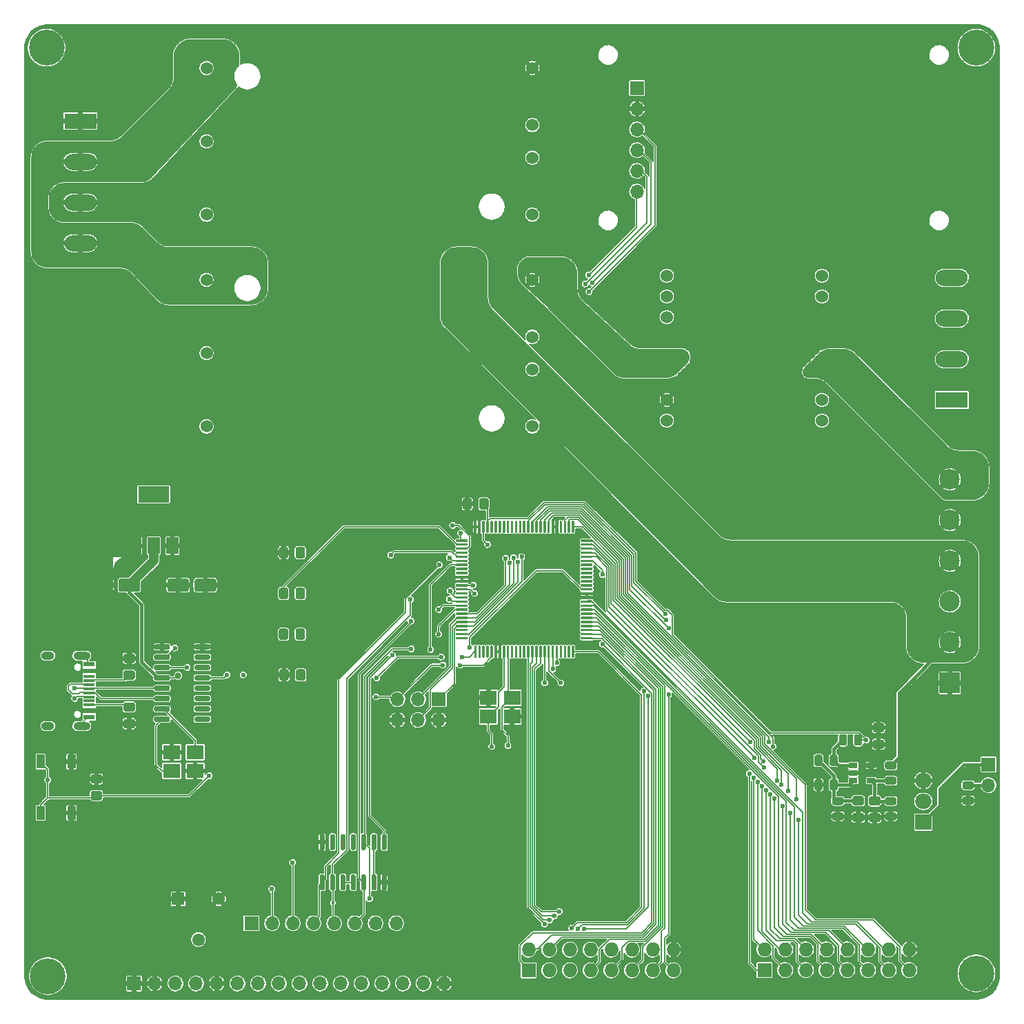
<source format=gbr>
G04 #@! TF.GenerationSoftware,KiCad,Pcbnew,(5.99.0-1662-g9db296991)*
G04 #@! TF.CreationDate,2020-05-30T17:55:14+05:30*
G04 #@! TF.ProjectId,UI,55492e6b-6963-4616-945f-706362585858,rev?*
G04 #@! TF.SameCoordinates,Original*
G04 #@! TF.FileFunction,Copper,L1,Top*
G04 #@! TF.FilePolarity,Positive*
%FSLAX46Y46*%
G04 Gerber Fmt 4.6, Leading zero omitted, Abs format (unit mm)*
G04 Created by KiCad (PCBNEW (5.99.0-1662-g9db296991)) date 2020-05-30 17:55:14*
%MOMM*%
%LPD*%
G01*
G04 APERTURE LIST*
G04 #@! TA.AperFunction,ComponentPad*
%ADD10O,2.000000X1.905000*%
G04 #@! TD*
G04 #@! TA.AperFunction,ComponentPad*
%ADD11R,2.000000X1.905000*%
G04 #@! TD*
G04 #@! TA.AperFunction,SMDPad,CuDef*
%ADD12R,1.060000X0.650000*%
G04 #@! TD*
G04 #@! TA.AperFunction,ComponentPad*
%ADD13O,1.700000X1.700000*%
G04 #@! TD*
G04 #@! TA.AperFunction,ComponentPad*
%ADD14R,1.700000X1.700000*%
G04 #@! TD*
G04 #@! TA.AperFunction,ComponentPad*
%ADD15C,1.550000*%
G04 #@! TD*
G04 #@! TA.AperFunction,ComponentPad*
%ADD16R,1.550000X1.550000*%
G04 #@! TD*
G04 #@! TA.AperFunction,ComponentPad*
%ADD17O,1.727200X1.727200*%
G04 #@! TD*
G04 #@! TA.AperFunction,ComponentPad*
%ADD18R,1.727200X1.727200*%
G04 #@! TD*
G04 #@! TA.AperFunction,ComponentPad*
%ADD19C,2.500000*%
G04 #@! TD*
G04 #@! TA.AperFunction,ComponentPad*
%ADD20R,2.500000X2.500000*%
G04 #@! TD*
G04 #@! TA.AperFunction,ComponentPad*
%ADD21O,3.960000X1.980000*%
G04 #@! TD*
G04 #@! TA.AperFunction,ComponentPad*
%ADD22R,3.960000X1.980000*%
G04 #@! TD*
G04 #@! TA.AperFunction,ComponentPad*
%ADD23O,1.600000X1.000000*%
G04 #@! TD*
G04 #@! TA.AperFunction,SMDPad,CuDef*
%ADD24R,1.450000X0.300000*%
G04 #@! TD*
G04 #@! TA.AperFunction,ComponentPad*
%ADD25O,2.100000X1.000000*%
G04 #@! TD*
G04 #@! TA.AperFunction,SMDPad,CuDef*
%ADD26R,1.450000X0.600000*%
G04 #@! TD*
G04 #@! TA.AperFunction,ComponentPad*
%ADD27C,1.524000*%
G04 #@! TD*
G04 #@! TA.AperFunction,SMDPad,CuDef*
%ADD28R,3.800000X2.000000*%
G04 #@! TD*
G04 #@! TA.AperFunction,SMDPad,CuDef*
%ADD29R,1.500000X2.000000*%
G04 #@! TD*
G04 #@! TA.AperFunction,SMDPad,CuDef*
%ADD30R,2.100000X1.800000*%
G04 #@! TD*
G04 #@! TA.AperFunction,SMDPad,CuDef*
%ADD31R,1.000000X1.700000*%
G04 #@! TD*
G04 #@! TA.AperFunction,ComponentPad*
%ADD32C,4.400000*%
G04 #@! TD*
G04 #@! TA.AperFunction,ComponentPad*
%ADD33C,0.700000*%
G04 #@! TD*
G04 #@! TA.AperFunction,ViaPad*
%ADD34C,0.600000*%
G04 #@! TD*
G04 #@! TA.AperFunction,ViaPad*
%ADD35C,0.450000*%
G04 #@! TD*
G04 #@! TA.AperFunction,ViaPad*
%ADD36C,0.800000*%
G04 #@! TD*
G04 #@! TA.AperFunction,Conductor*
%ADD37C,0.127000*%
G04 #@! TD*
G04 #@! TA.AperFunction,Conductor*
%ADD38C,0.381000*%
G04 #@! TD*
G04 #@! TA.AperFunction,Conductor*
%ADD39C,0.254000*%
G04 #@! TD*
G04 #@! TA.AperFunction,Conductor*
%ADD40C,1.200000*%
G04 #@! TD*
G04 APERTURE END LIST*
D10*
X122500000Y-104982500D03*
X122500000Y-107522500D03*
D11*
X122500000Y-110062500D03*
D12*
X116100000Y-103112500D03*
X116100000Y-105012500D03*
X113900000Y-105012500D03*
X113900000Y-104062500D03*
X113900000Y-103112500D03*
G04 #@! TA.AperFunction,SMDPad,CuDef*
G36*
G01*
X112456250Y-107987500D02*
X111543750Y-107987500D01*
G75*
G02*
X111300000Y-107743750I0J243750D01*
G01*
X111300000Y-107256250D01*
G75*
G02*
X111543750Y-107012500I243750J0D01*
G01*
X112456250Y-107012500D01*
G75*
G02*
X112700000Y-107256250I0J-243750D01*
G01*
X112700000Y-107743750D01*
G75*
G02*
X112456250Y-107987500I-243750J0D01*
G01*
G37*
G04 #@! TD.AperFunction*
G04 #@! TA.AperFunction,SMDPad,CuDef*
G36*
G01*
X112456250Y-109862500D02*
X111543750Y-109862500D01*
G75*
G02*
X111300000Y-109618750I0J243750D01*
G01*
X111300000Y-109131250D01*
G75*
G02*
X111543750Y-108887500I243750J0D01*
G01*
X112456250Y-108887500D01*
G75*
G02*
X112700000Y-109131250I0J-243750D01*
G01*
X112700000Y-109618750D01*
G75*
G02*
X112456250Y-109862500I-243750J0D01*
G01*
G37*
G04 #@! TD.AperFunction*
G04 #@! TA.AperFunction,SMDPad,CuDef*
G36*
G01*
X111012500Y-102956250D02*
X111012500Y-102043750D01*
G75*
G02*
X111256250Y-101800000I243750J0D01*
G01*
X111743750Y-101800000D01*
G75*
G02*
X111987500Y-102043750I0J-243750D01*
G01*
X111987500Y-102956250D01*
G75*
G02*
X111743750Y-103200000I-243750J0D01*
G01*
X111256250Y-103200000D01*
G75*
G02*
X111012500Y-102956250I0J243750D01*
G01*
G37*
G04 #@! TD.AperFunction*
G04 #@! TA.AperFunction,SMDPad,CuDef*
G36*
G01*
X109137500Y-102956250D02*
X109137500Y-102043750D01*
G75*
G02*
X109381250Y-101800000I243750J0D01*
G01*
X109868750Y-101800000D01*
G75*
G02*
X110112500Y-102043750I0J-243750D01*
G01*
X110112500Y-102956250D01*
G75*
G02*
X109868750Y-103200000I-243750J0D01*
G01*
X109381250Y-103200000D01*
G75*
G02*
X109137500Y-102956250I0J243750D01*
G01*
G37*
G04 #@! TD.AperFunction*
G04 #@! TA.AperFunction,SMDPad,CuDef*
G36*
G01*
X118956250Y-107987500D02*
X118043750Y-107987500D01*
G75*
G02*
X117800000Y-107743750I0J243750D01*
G01*
X117800000Y-107256250D01*
G75*
G02*
X118043750Y-107012500I243750J0D01*
G01*
X118956250Y-107012500D01*
G75*
G02*
X119200000Y-107256250I0J-243750D01*
G01*
X119200000Y-107743750D01*
G75*
G02*
X118956250Y-107987500I-243750J0D01*
G01*
G37*
G04 #@! TD.AperFunction*
G04 #@! TA.AperFunction,SMDPad,CuDef*
G36*
G01*
X118956250Y-109862500D02*
X118043750Y-109862500D01*
G75*
G02*
X117800000Y-109618750I0J243750D01*
G01*
X117800000Y-109131250D01*
G75*
G02*
X118043750Y-108887500I243750J0D01*
G01*
X118956250Y-108887500D01*
G75*
G02*
X119200000Y-109131250I0J-243750D01*
G01*
X119200000Y-109618750D01*
G75*
G02*
X118956250Y-109862500I-243750J0D01*
G01*
G37*
G04 #@! TD.AperFunction*
G04 #@! TA.AperFunction,SMDPad,CuDef*
G36*
G01*
X110112500Y-105043750D02*
X110112500Y-105956250D01*
G75*
G02*
X109868750Y-106200000I-243750J0D01*
G01*
X109381250Y-106200000D01*
G75*
G02*
X109137500Y-105956250I0J243750D01*
G01*
X109137500Y-105043750D01*
G75*
G02*
X109381250Y-104800000I243750J0D01*
G01*
X109868750Y-104800000D01*
G75*
G02*
X110112500Y-105043750I0J-243750D01*
G01*
G37*
G04 #@! TD.AperFunction*
G04 #@! TA.AperFunction,SMDPad,CuDef*
G36*
G01*
X111987500Y-105043750D02*
X111987500Y-105956250D01*
G75*
G02*
X111743750Y-106200000I-243750J0D01*
G01*
X111256250Y-106200000D01*
G75*
G02*
X111012500Y-105956250I0J243750D01*
G01*
X111012500Y-105043750D01*
G75*
G02*
X111256250Y-104800000I243750J0D01*
G01*
X111743750Y-104800000D01*
G75*
G02*
X111987500Y-105043750I0J-243750D01*
G01*
G37*
G04 #@! TD.AperFunction*
G04 #@! TA.AperFunction,SMDPad,CuDef*
G36*
G01*
X118043750Y-104512500D02*
X118956250Y-104512500D01*
G75*
G02*
X119200000Y-104756250I0J-243750D01*
G01*
X119200000Y-105243750D01*
G75*
G02*
X118956250Y-105487500I-243750J0D01*
G01*
X118043750Y-105487500D01*
G75*
G02*
X117800000Y-105243750I0J243750D01*
G01*
X117800000Y-104756250D01*
G75*
G02*
X118043750Y-104512500I243750J0D01*
G01*
G37*
G04 #@! TD.AperFunction*
G04 #@! TA.AperFunction,SMDPad,CuDef*
G36*
G01*
X118043750Y-102637500D02*
X118956250Y-102637500D01*
G75*
G02*
X119200000Y-102881250I0J-243750D01*
G01*
X119200000Y-103368750D01*
G75*
G02*
X118956250Y-103612500I-243750J0D01*
G01*
X118043750Y-103612500D01*
G75*
G02*
X117800000Y-103368750I0J243750D01*
G01*
X117800000Y-102881250D01*
G75*
G02*
X118043750Y-102637500I243750J0D01*
G01*
G37*
G04 #@! TD.AperFunction*
G04 #@! TA.AperFunction,SMDPad,CuDef*
G36*
G01*
X114012500Y-100456250D02*
X114012500Y-99543750D01*
G75*
G02*
X114256250Y-99300000I243750J0D01*
G01*
X114743750Y-99300000D01*
G75*
G02*
X114987500Y-99543750I0J-243750D01*
G01*
X114987500Y-100456250D01*
G75*
G02*
X114743750Y-100700000I-243750J0D01*
G01*
X114256250Y-100700000D01*
G75*
G02*
X114012500Y-100456250I0J243750D01*
G01*
G37*
G04 #@! TD.AperFunction*
G04 #@! TA.AperFunction,SMDPad,CuDef*
G36*
G01*
X112137500Y-100456250D02*
X112137500Y-99543750D01*
G75*
G02*
X112381250Y-99300000I243750J0D01*
G01*
X112868750Y-99300000D01*
G75*
G02*
X113112500Y-99543750I0J-243750D01*
G01*
X113112500Y-100456250D01*
G75*
G02*
X112868750Y-100700000I-243750J0D01*
G01*
X112381250Y-100700000D01*
G75*
G02*
X112137500Y-100456250I0J243750D01*
G01*
G37*
G04 #@! TD.AperFunction*
G04 #@! TA.AperFunction,SMDPad,CuDef*
G36*
G01*
X127543750Y-106950000D02*
X128456250Y-106950000D01*
G75*
G02*
X128700000Y-107193750I0J-243750D01*
G01*
X128700000Y-107681250D01*
G75*
G02*
X128456250Y-107925000I-243750J0D01*
G01*
X127543750Y-107925000D01*
G75*
G02*
X127300000Y-107681250I0J243750D01*
G01*
X127300000Y-107193750D01*
G75*
G02*
X127543750Y-106950000I243750J0D01*
G01*
G37*
G04 #@! TD.AperFunction*
G04 #@! TA.AperFunction,SMDPad,CuDef*
G36*
G01*
X127543750Y-105075000D02*
X128456250Y-105075000D01*
G75*
G02*
X128700000Y-105318750I0J-243750D01*
G01*
X128700000Y-105806250D01*
G75*
G02*
X128456250Y-106050000I-243750J0D01*
G01*
X127543750Y-106050000D01*
G75*
G02*
X127300000Y-105806250I0J243750D01*
G01*
X127300000Y-105318750D01*
G75*
G02*
X127543750Y-105075000I243750J0D01*
G01*
G37*
G04 #@! TD.AperFunction*
D13*
X130500000Y-105540000D03*
D14*
X130500000Y-103000000D03*
G04 #@! TA.AperFunction,SMDPad,CuDef*
G36*
G01*
X114049999Y-108925000D02*
X114950001Y-108925000D01*
G75*
G02*
X115200000Y-109174999I0J-249999D01*
G01*
X115200000Y-109825001D01*
G75*
G02*
X114950001Y-110075000I-249999J0D01*
G01*
X114049999Y-110075000D01*
G75*
G02*
X113800000Y-109825001I0J249999D01*
G01*
X113800000Y-109174999D01*
G75*
G02*
X114049999Y-108925000I249999J0D01*
G01*
G37*
G04 #@! TD.AperFunction*
G04 #@! TA.AperFunction,SMDPad,CuDef*
G36*
G01*
X114049999Y-106875000D02*
X114950001Y-106875000D01*
G75*
G02*
X115200000Y-107124999I0J-249999D01*
G01*
X115200000Y-107775001D01*
G75*
G02*
X114950001Y-108025000I-249999J0D01*
G01*
X114049999Y-108025000D01*
G75*
G02*
X113800000Y-107775001I0J249999D01*
G01*
X113800000Y-107124999D01*
G75*
G02*
X114049999Y-106875000I249999J0D01*
G01*
G37*
G04 #@! TD.AperFunction*
G04 #@! TA.AperFunction,SMDPad,CuDef*
G36*
G01*
X67075000Y-70549999D02*
X67075000Y-71450001D01*
G75*
G02*
X66825001Y-71700000I-249999J0D01*
G01*
X66174999Y-71700000D01*
G75*
G02*
X65925000Y-71450001I0J249999D01*
G01*
X65925000Y-70549999D01*
G75*
G02*
X66174999Y-70300000I249999J0D01*
G01*
X66825001Y-70300000D01*
G75*
G02*
X67075000Y-70549999I0J-249999D01*
G01*
G37*
G04 #@! TD.AperFunction*
G04 #@! TA.AperFunction,SMDPad,CuDef*
G36*
G01*
X69125000Y-70549999D02*
X69125000Y-71450001D01*
G75*
G02*
X68875001Y-71700000I-249999J0D01*
G01*
X68224999Y-71700000D01*
G75*
G02*
X67975000Y-71450001I0J249999D01*
G01*
X67975000Y-70549999D01*
G75*
G02*
X68224999Y-70300000I249999J0D01*
G01*
X68875001Y-70300000D01*
G75*
G02*
X69125000Y-70549999I0J-249999D01*
G01*
G37*
G04 #@! TD.AperFunction*
G04 #@! TA.AperFunction,SMDPad,CuDef*
G36*
G01*
X116074999Y-108950000D02*
X116975001Y-108950000D01*
G75*
G02*
X117225000Y-109199999I0J-249999D01*
G01*
X117225000Y-109850001D01*
G75*
G02*
X116975001Y-110100000I-249999J0D01*
G01*
X116074999Y-110100000D01*
G75*
G02*
X115825000Y-109850001I0J249999D01*
G01*
X115825000Y-109199999D01*
G75*
G02*
X116074999Y-108950000I249999J0D01*
G01*
G37*
G04 #@! TD.AperFunction*
G04 #@! TA.AperFunction,SMDPad,CuDef*
G36*
G01*
X116074999Y-106900000D02*
X116975001Y-106900000D01*
G75*
G02*
X117225000Y-107149999I0J-249999D01*
G01*
X117225000Y-107800001D01*
G75*
G02*
X116975001Y-108050000I-249999J0D01*
G01*
X116074999Y-108050000D01*
G75*
G02*
X115825000Y-107800001I0J249999D01*
G01*
X115825000Y-107149999D01*
G75*
G02*
X116074999Y-106900000I249999J0D01*
G01*
G37*
G04 #@! TD.AperFunction*
G04 #@! TA.AperFunction,SMDPad,CuDef*
G36*
G01*
X117450001Y-99050000D02*
X116549999Y-99050000D01*
G75*
G02*
X116300000Y-98800001I0J249999D01*
G01*
X116300000Y-98149999D01*
G75*
G02*
X116549999Y-97900000I249999J0D01*
G01*
X117450001Y-97900000D01*
G75*
G02*
X117700000Y-98149999I0J-249999D01*
G01*
X117700000Y-98800001D01*
G75*
G02*
X117450001Y-99050000I-249999J0D01*
G01*
G37*
G04 #@! TD.AperFunction*
G04 #@! TA.AperFunction,SMDPad,CuDef*
G36*
G01*
X117450001Y-101100000D02*
X116549999Y-101100000D01*
G75*
G02*
X116300000Y-100850001I0J249999D01*
G01*
X116300000Y-100199999D01*
G75*
G02*
X116549999Y-99950000I249999J0D01*
G01*
X117450001Y-99950000D01*
G75*
G02*
X117700000Y-100199999I0J-249999D01*
G01*
X117700000Y-100850001D01*
G75*
G02*
X117450001Y-101100000I-249999J0D01*
G01*
G37*
G04 #@! TD.AperFunction*
D15*
X33500000Y-124500000D03*
D16*
X31000000Y-119500000D03*
D15*
X36000000Y-119500000D03*
G04 #@! TA.AperFunction,SMDPad,CuDef*
G36*
G01*
X48840000Y-118450000D02*
X48540000Y-118450000D01*
G75*
G02*
X48390000Y-118300000I0J150000D01*
G01*
X48390000Y-116650000D01*
G75*
G02*
X48540000Y-116500000I150000J0D01*
G01*
X48840000Y-116500000D01*
G75*
G02*
X48990000Y-116650000I0J-150000D01*
G01*
X48990000Y-118300000D01*
G75*
G02*
X48840000Y-118450000I-150000J0D01*
G01*
G37*
G04 #@! TD.AperFunction*
G04 #@! TA.AperFunction,SMDPad,CuDef*
G36*
G01*
X50110000Y-118450000D02*
X49810000Y-118450000D01*
G75*
G02*
X49660000Y-118300000I0J150000D01*
G01*
X49660000Y-116650000D01*
G75*
G02*
X49810000Y-116500000I150000J0D01*
G01*
X50110000Y-116500000D01*
G75*
G02*
X50260000Y-116650000I0J-150000D01*
G01*
X50260000Y-118300000D01*
G75*
G02*
X50110000Y-118450000I-150000J0D01*
G01*
G37*
G04 #@! TD.AperFunction*
G04 #@! TA.AperFunction,SMDPad,CuDef*
G36*
G01*
X51380000Y-118450000D02*
X51080000Y-118450000D01*
G75*
G02*
X50930000Y-118300000I0J150000D01*
G01*
X50930000Y-116650000D01*
G75*
G02*
X51080000Y-116500000I150000J0D01*
G01*
X51380000Y-116500000D01*
G75*
G02*
X51530000Y-116650000I0J-150000D01*
G01*
X51530000Y-118300000D01*
G75*
G02*
X51380000Y-118450000I-150000J0D01*
G01*
G37*
G04 #@! TD.AperFunction*
G04 #@! TA.AperFunction,SMDPad,CuDef*
G36*
G01*
X52650000Y-118450000D02*
X52350000Y-118450000D01*
G75*
G02*
X52200000Y-118300000I0J150000D01*
G01*
X52200000Y-116650000D01*
G75*
G02*
X52350000Y-116500000I150000J0D01*
G01*
X52650000Y-116500000D01*
G75*
G02*
X52800000Y-116650000I0J-150000D01*
G01*
X52800000Y-118300000D01*
G75*
G02*
X52650000Y-118450000I-150000J0D01*
G01*
G37*
G04 #@! TD.AperFunction*
G04 #@! TA.AperFunction,SMDPad,CuDef*
G36*
G01*
X53920000Y-118450000D02*
X53620000Y-118450000D01*
G75*
G02*
X53470000Y-118300000I0J150000D01*
G01*
X53470000Y-116650000D01*
G75*
G02*
X53620000Y-116500000I150000J0D01*
G01*
X53920000Y-116500000D01*
G75*
G02*
X54070000Y-116650000I0J-150000D01*
G01*
X54070000Y-118300000D01*
G75*
G02*
X53920000Y-118450000I-150000J0D01*
G01*
G37*
G04 #@! TD.AperFunction*
G04 #@! TA.AperFunction,SMDPad,CuDef*
G36*
G01*
X55190000Y-118450000D02*
X54890000Y-118450000D01*
G75*
G02*
X54740000Y-118300000I0J150000D01*
G01*
X54740000Y-116650000D01*
G75*
G02*
X54890000Y-116500000I150000J0D01*
G01*
X55190000Y-116500000D01*
G75*
G02*
X55340000Y-116650000I0J-150000D01*
G01*
X55340000Y-118300000D01*
G75*
G02*
X55190000Y-118450000I-150000J0D01*
G01*
G37*
G04 #@! TD.AperFunction*
G04 #@! TA.AperFunction,SMDPad,CuDef*
G36*
G01*
X56460000Y-118450000D02*
X56160000Y-118450000D01*
G75*
G02*
X56010000Y-118300000I0J150000D01*
G01*
X56010000Y-116650000D01*
G75*
G02*
X56160000Y-116500000I150000J0D01*
G01*
X56460000Y-116500000D01*
G75*
G02*
X56610000Y-116650000I0J-150000D01*
G01*
X56610000Y-118300000D01*
G75*
G02*
X56460000Y-118450000I-150000J0D01*
G01*
G37*
G04 #@! TD.AperFunction*
G04 #@! TA.AperFunction,SMDPad,CuDef*
G36*
G01*
X56460000Y-113500000D02*
X56160000Y-113500000D01*
G75*
G02*
X56010000Y-113350000I0J150000D01*
G01*
X56010000Y-111700000D01*
G75*
G02*
X56160000Y-111550000I150000J0D01*
G01*
X56460000Y-111550000D01*
G75*
G02*
X56610000Y-111700000I0J-150000D01*
G01*
X56610000Y-113350000D01*
G75*
G02*
X56460000Y-113500000I-150000J0D01*
G01*
G37*
G04 #@! TD.AperFunction*
G04 #@! TA.AperFunction,SMDPad,CuDef*
G36*
G01*
X55190000Y-113500000D02*
X54890000Y-113500000D01*
G75*
G02*
X54740000Y-113350000I0J150000D01*
G01*
X54740000Y-111700000D01*
G75*
G02*
X54890000Y-111550000I150000J0D01*
G01*
X55190000Y-111550000D01*
G75*
G02*
X55340000Y-111700000I0J-150000D01*
G01*
X55340000Y-113350000D01*
G75*
G02*
X55190000Y-113500000I-150000J0D01*
G01*
G37*
G04 #@! TD.AperFunction*
G04 #@! TA.AperFunction,SMDPad,CuDef*
G36*
G01*
X53920000Y-113500000D02*
X53620000Y-113500000D01*
G75*
G02*
X53470000Y-113350000I0J150000D01*
G01*
X53470000Y-111700000D01*
G75*
G02*
X53620000Y-111550000I150000J0D01*
G01*
X53920000Y-111550000D01*
G75*
G02*
X54070000Y-111700000I0J-150000D01*
G01*
X54070000Y-113350000D01*
G75*
G02*
X53920000Y-113500000I-150000J0D01*
G01*
G37*
G04 #@! TD.AperFunction*
G04 #@! TA.AperFunction,SMDPad,CuDef*
G36*
G01*
X52650000Y-113500000D02*
X52350000Y-113500000D01*
G75*
G02*
X52200000Y-113350000I0J150000D01*
G01*
X52200000Y-111700000D01*
G75*
G02*
X52350000Y-111550000I150000J0D01*
G01*
X52650000Y-111550000D01*
G75*
G02*
X52800000Y-111700000I0J-150000D01*
G01*
X52800000Y-113350000D01*
G75*
G02*
X52650000Y-113500000I-150000J0D01*
G01*
G37*
G04 #@! TD.AperFunction*
G04 #@! TA.AperFunction,SMDPad,CuDef*
G36*
G01*
X51380000Y-113500000D02*
X51080000Y-113500000D01*
G75*
G02*
X50930000Y-113350000I0J150000D01*
G01*
X50930000Y-111700000D01*
G75*
G02*
X51080000Y-111550000I150000J0D01*
G01*
X51380000Y-111550000D01*
G75*
G02*
X51530000Y-111700000I0J-150000D01*
G01*
X51530000Y-113350000D01*
G75*
G02*
X51380000Y-113500000I-150000J0D01*
G01*
G37*
G04 #@! TD.AperFunction*
G04 #@! TA.AperFunction,SMDPad,CuDef*
G36*
G01*
X50110000Y-113500000D02*
X49810000Y-113500000D01*
G75*
G02*
X49660000Y-113350000I0J150000D01*
G01*
X49660000Y-111700000D01*
G75*
G02*
X49810000Y-111550000I150000J0D01*
G01*
X50110000Y-111550000D01*
G75*
G02*
X50260000Y-111700000I0J-150000D01*
G01*
X50260000Y-113350000D01*
G75*
G02*
X50110000Y-113500000I-150000J0D01*
G01*
G37*
G04 #@! TD.AperFunction*
G04 #@! TA.AperFunction,SMDPad,CuDef*
G36*
G01*
X48840000Y-113500000D02*
X48540000Y-113500000D01*
G75*
G02*
X48390000Y-113350000I0J150000D01*
G01*
X48390000Y-111700000D01*
G75*
G02*
X48540000Y-111550000I150000J0D01*
G01*
X48840000Y-111550000D01*
G75*
G02*
X48990000Y-111700000I0J-150000D01*
G01*
X48990000Y-113350000D01*
G75*
G02*
X48840000Y-113500000I-150000J0D01*
G01*
G37*
G04 #@! TD.AperFunction*
D17*
X91810000Y-125740000D03*
X91810000Y-128280000D03*
X89270000Y-125740000D03*
X89270000Y-128280000D03*
X86730000Y-125740000D03*
X86730000Y-128280000D03*
X84190000Y-125740000D03*
X84190000Y-128280000D03*
X81650000Y-125740000D03*
X81650000Y-128280000D03*
X79110000Y-125740000D03*
X79110000Y-128280000D03*
X76570000Y-125740000D03*
X76570000Y-128280000D03*
X74030000Y-125740000D03*
D18*
X74030000Y-128280000D03*
D17*
X120780000Y-125710000D03*
X120780000Y-128250000D03*
X118240000Y-125710000D03*
X118240000Y-128250000D03*
X115700000Y-125710000D03*
X115700000Y-128250000D03*
X113160000Y-125710000D03*
X113160000Y-128250000D03*
X110620000Y-125710000D03*
X110620000Y-128250000D03*
X108080000Y-125710000D03*
X108080000Y-128250000D03*
X105540000Y-125710000D03*
X105540000Y-128250000D03*
X103000000Y-125710000D03*
D18*
X103000000Y-128250000D03*
D19*
X125750000Y-68000000D03*
X125750000Y-73000000D03*
X125750000Y-78000000D03*
X125750000Y-83000000D03*
X125750000Y-88000000D03*
D20*
X125750000Y-93000000D03*
D21*
X126000000Y-48250000D03*
X126000000Y-43250000D03*
X126000000Y-53250000D03*
D22*
X126000000Y-58250000D03*
D21*
X19000000Y-34000000D03*
X19000000Y-39000000D03*
X19000000Y-29000000D03*
D22*
X19000000Y-24000000D03*
D23*
X15000000Y-98270000D03*
D24*
X20095000Y-94200000D03*
X20095000Y-95200000D03*
X20095000Y-95700000D03*
D25*
X19180000Y-98270000D03*
D26*
X20095000Y-91500000D03*
X20095000Y-90700000D03*
D24*
X20095000Y-92700000D03*
X20095000Y-92200000D03*
D26*
X20095000Y-90700000D03*
X20095000Y-91500000D03*
D24*
X20095000Y-93700000D03*
D25*
X19180000Y-89630000D03*
D23*
X15000000Y-89630000D03*
D26*
X20095000Y-97200000D03*
X20095000Y-97200000D03*
X20095000Y-96400000D03*
D24*
X20095000Y-93200000D03*
D26*
X20095000Y-96400000D03*
D24*
X20095000Y-94700000D03*
D27*
X110050000Y-43000000D03*
X91000000Y-48080000D03*
X91000000Y-58240000D03*
X110050000Y-60780000D03*
X91000000Y-43000000D03*
X91000000Y-45540000D03*
X91000000Y-60780000D03*
X110050000Y-45540000D03*
X110050000Y-58240000D03*
D13*
X87346000Y-25034000D03*
X87346000Y-32654000D03*
X87346000Y-30114000D03*
D14*
X87346000Y-19954000D03*
D13*
X87346000Y-22494000D03*
X87346000Y-27574000D03*
D27*
X74500000Y-54500000D03*
X74500000Y-43500000D03*
X74500000Y-50500000D03*
X74500000Y-61500000D03*
X34500000Y-52500000D03*
X34500000Y-61500000D03*
X34500000Y-43500000D03*
X74500000Y-28500000D03*
X74500000Y-17500000D03*
X74500000Y-24500000D03*
X74500000Y-35500000D03*
X34500000Y-26500000D03*
X34500000Y-35500000D03*
X34500000Y-17500000D03*
G04 #@! TA.AperFunction,SMDPad,CuDef*
G36*
G01*
X67350000Y-74500000D02*
X67350000Y-73175000D01*
G75*
G02*
X67425000Y-73100000I75000J0D01*
G01*
X67575000Y-73100000D01*
G75*
G02*
X67650000Y-73175000I0J-75000D01*
G01*
X67650000Y-74500000D01*
G75*
G02*
X67575000Y-74575000I-75000J0D01*
G01*
X67425000Y-74575000D01*
G75*
G02*
X67350000Y-74500000I0J75000D01*
G01*
G37*
G04 #@! TD.AperFunction*
G04 #@! TA.AperFunction,SMDPad,CuDef*
G36*
G01*
X67850000Y-74500000D02*
X67850000Y-73175000D01*
G75*
G02*
X67925000Y-73100000I75000J0D01*
G01*
X68075000Y-73100000D01*
G75*
G02*
X68150000Y-73175000I0J-75000D01*
G01*
X68150000Y-74500000D01*
G75*
G02*
X68075000Y-74575000I-75000J0D01*
G01*
X67925000Y-74575000D01*
G75*
G02*
X67850000Y-74500000I0J75000D01*
G01*
G37*
G04 #@! TD.AperFunction*
G04 #@! TA.AperFunction,SMDPad,CuDef*
G36*
G01*
X68350000Y-74500000D02*
X68350000Y-73175000D01*
G75*
G02*
X68425000Y-73100000I75000J0D01*
G01*
X68575000Y-73100000D01*
G75*
G02*
X68650000Y-73175000I0J-75000D01*
G01*
X68650000Y-74500000D01*
G75*
G02*
X68575000Y-74575000I-75000J0D01*
G01*
X68425000Y-74575000D01*
G75*
G02*
X68350000Y-74500000I0J75000D01*
G01*
G37*
G04 #@! TD.AperFunction*
G04 #@! TA.AperFunction,SMDPad,CuDef*
G36*
G01*
X68850000Y-74500000D02*
X68850000Y-73175000D01*
G75*
G02*
X68925000Y-73100000I75000J0D01*
G01*
X69075000Y-73100000D01*
G75*
G02*
X69150000Y-73175000I0J-75000D01*
G01*
X69150000Y-74500000D01*
G75*
G02*
X69075000Y-74575000I-75000J0D01*
G01*
X68925000Y-74575000D01*
G75*
G02*
X68850000Y-74500000I0J75000D01*
G01*
G37*
G04 #@! TD.AperFunction*
G04 #@! TA.AperFunction,SMDPad,CuDef*
G36*
G01*
X69350000Y-74500000D02*
X69350000Y-73175000D01*
G75*
G02*
X69425000Y-73100000I75000J0D01*
G01*
X69575000Y-73100000D01*
G75*
G02*
X69650000Y-73175000I0J-75000D01*
G01*
X69650000Y-74500000D01*
G75*
G02*
X69575000Y-74575000I-75000J0D01*
G01*
X69425000Y-74575000D01*
G75*
G02*
X69350000Y-74500000I0J75000D01*
G01*
G37*
G04 #@! TD.AperFunction*
G04 #@! TA.AperFunction,SMDPad,CuDef*
G36*
G01*
X69850000Y-74500000D02*
X69850000Y-73175000D01*
G75*
G02*
X69925000Y-73100000I75000J0D01*
G01*
X70075000Y-73100000D01*
G75*
G02*
X70150000Y-73175000I0J-75000D01*
G01*
X70150000Y-74500000D01*
G75*
G02*
X70075000Y-74575000I-75000J0D01*
G01*
X69925000Y-74575000D01*
G75*
G02*
X69850000Y-74500000I0J75000D01*
G01*
G37*
G04 #@! TD.AperFunction*
G04 #@! TA.AperFunction,SMDPad,CuDef*
G36*
G01*
X70350000Y-74500000D02*
X70350000Y-73175000D01*
G75*
G02*
X70425000Y-73100000I75000J0D01*
G01*
X70575000Y-73100000D01*
G75*
G02*
X70650000Y-73175000I0J-75000D01*
G01*
X70650000Y-74500000D01*
G75*
G02*
X70575000Y-74575000I-75000J0D01*
G01*
X70425000Y-74575000D01*
G75*
G02*
X70350000Y-74500000I0J75000D01*
G01*
G37*
G04 #@! TD.AperFunction*
G04 #@! TA.AperFunction,SMDPad,CuDef*
G36*
G01*
X70850000Y-74500000D02*
X70850000Y-73175000D01*
G75*
G02*
X70925000Y-73100000I75000J0D01*
G01*
X71075000Y-73100000D01*
G75*
G02*
X71150000Y-73175000I0J-75000D01*
G01*
X71150000Y-74500000D01*
G75*
G02*
X71075000Y-74575000I-75000J0D01*
G01*
X70925000Y-74575000D01*
G75*
G02*
X70850000Y-74500000I0J75000D01*
G01*
G37*
G04 #@! TD.AperFunction*
G04 #@! TA.AperFunction,SMDPad,CuDef*
G36*
G01*
X71350000Y-74500000D02*
X71350000Y-73175000D01*
G75*
G02*
X71425000Y-73100000I75000J0D01*
G01*
X71575000Y-73100000D01*
G75*
G02*
X71650000Y-73175000I0J-75000D01*
G01*
X71650000Y-74500000D01*
G75*
G02*
X71575000Y-74575000I-75000J0D01*
G01*
X71425000Y-74575000D01*
G75*
G02*
X71350000Y-74500000I0J75000D01*
G01*
G37*
G04 #@! TD.AperFunction*
G04 #@! TA.AperFunction,SMDPad,CuDef*
G36*
G01*
X71850000Y-74500000D02*
X71850000Y-73175000D01*
G75*
G02*
X71925000Y-73100000I75000J0D01*
G01*
X72075000Y-73100000D01*
G75*
G02*
X72150000Y-73175000I0J-75000D01*
G01*
X72150000Y-74500000D01*
G75*
G02*
X72075000Y-74575000I-75000J0D01*
G01*
X71925000Y-74575000D01*
G75*
G02*
X71850000Y-74500000I0J75000D01*
G01*
G37*
G04 #@! TD.AperFunction*
G04 #@! TA.AperFunction,SMDPad,CuDef*
G36*
G01*
X72350000Y-74500000D02*
X72350000Y-73175000D01*
G75*
G02*
X72425000Y-73100000I75000J0D01*
G01*
X72575000Y-73100000D01*
G75*
G02*
X72650000Y-73175000I0J-75000D01*
G01*
X72650000Y-74500000D01*
G75*
G02*
X72575000Y-74575000I-75000J0D01*
G01*
X72425000Y-74575000D01*
G75*
G02*
X72350000Y-74500000I0J75000D01*
G01*
G37*
G04 #@! TD.AperFunction*
G04 #@! TA.AperFunction,SMDPad,CuDef*
G36*
G01*
X72850000Y-74500000D02*
X72850000Y-73175000D01*
G75*
G02*
X72925000Y-73100000I75000J0D01*
G01*
X73075000Y-73100000D01*
G75*
G02*
X73150000Y-73175000I0J-75000D01*
G01*
X73150000Y-74500000D01*
G75*
G02*
X73075000Y-74575000I-75000J0D01*
G01*
X72925000Y-74575000D01*
G75*
G02*
X72850000Y-74500000I0J75000D01*
G01*
G37*
G04 #@! TD.AperFunction*
G04 #@! TA.AperFunction,SMDPad,CuDef*
G36*
G01*
X73350000Y-74500000D02*
X73350000Y-73175000D01*
G75*
G02*
X73425000Y-73100000I75000J0D01*
G01*
X73575000Y-73100000D01*
G75*
G02*
X73650000Y-73175000I0J-75000D01*
G01*
X73650000Y-74500000D01*
G75*
G02*
X73575000Y-74575000I-75000J0D01*
G01*
X73425000Y-74575000D01*
G75*
G02*
X73350000Y-74500000I0J75000D01*
G01*
G37*
G04 #@! TD.AperFunction*
G04 #@! TA.AperFunction,SMDPad,CuDef*
G36*
G01*
X73850000Y-74500000D02*
X73850000Y-73175000D01*
G75*
G02*
X73925000Y-73100000I75000J0D01*
G01*
X74075000Y-73100000D01*
G75*
G02*
X74150000Y-73175000I0J-75000D01*
G01*
X74150000Y-74500000D01*
G75*
G02*
X74075000Y-74575000I-75000J0D01*
G01*
X73925000Y-74575000D01*
G75*
G02*
X73850000Y-74500000I0J75000D01*
G01*
G37*
G04 #@! TD.AperFunction*
G04 #@! TA.AperFunction,SMDPad,CuDef*
G36*
G01*
X74350000Y-74500000D02*
X74350000Y-73175000D01*
G75*
G02*
X74425000Y-73100000I75000J0D01*
G01*
X74575000Y-73100000D01*
G75*
G02*
X74650000Y-73175000I0J-75000D01*
G01*
X74650000Y-74500000D01*
G75*
G02*
X74575000Y-74575000I-75000J0D01*
G01*
X74425000Y-74575000D01*
G75*
G02*
X74350000Y-74500000I0J75000D01*
G01*
G37*
G04 #@! TD.AperFunction*
G04 #@! TA.AperFunction,SMDPad,CuDef*
G36*
G01*
X74850000Y-74500000D02*
X74850000Y-73175000D01*
G75*
G02*
X74925000Y-73100000I75000J0D01*
G01*
X75075000Y-73100000D01*
G75*
G02*
X75150000Y-73175000I0J-75000D01*
G01*
X75150000Y-74500000D01*
G75*
G02*
X75075000Y-74575000I-75000J0D01*
G01*
X74925000Y-74575000D01*
G75*
G02*
X74850000Y-74500000I0J75000D01*
G01*
G37*
G04 #@! TD.AperFunction*
G04 #@! TA.AperFunction,SMDPad,CuDef*
G36*
G01*
X75350000Y-74500000D02*
X75350000Y-73175000D01*
G75*
G02*
X75425000Y-73100000I75000J0D01*
G01*
X75575000Y-73100000D01*
G75*
G02*
X75650000Y-73175000I0J-75000D01*
G01*
X75650000Y-74500000D01*
G75*
G02*
X75575000Y-74575000I-75000J0D01*
G01*
X75425000Y-74575000D01*
G75*
G02*
X75350000Y-74500000I0J75000D01*
G01*
G37*
G04 #@! TD.AperFunction*
G04 #@! TA.AperFunction,SMDPad,CuDef*
G36*
G01*
X75850000Y-74500000D02*
X75850000Y-73175000D01*
G75*
G02*
X75925000Y-73100000I75000J0D01*
G01*
X76075000Y-73100000D01*
G75*
G02*
X76150000Y-73175000I0J-75000D01*
G01*
X76150000Y-74500000D01*
G75*
G02*
X76075000Y-74575000I-75000J0D01*
G01*
X75925000Y-74575000D01*
G75*
G02*
X75850000Y-74500000I0J75000D01*
G01*
G37*
G04 #@! TD.AperFunction*
G04 #@! TA.AperFunction,SMDPad,CuDef*
G36*
G01*
X76350000Y-74500000D02*
X76350000Y-73175000D01*
G75*
G02*
X76425000Y-73100000I75000J0D01*
G01*
X76575000Y-73100000D01*
G75*
G02*
X76650000Y-73175000I0J-75000D01*
G01*
X76650000Y-74500000D01*
G75*
G02*
X76575000Y-74575000I-75000J0D01*
G01*
X76425000Y-74575000D01*
G75*
G02*
X76350000Y-74500000I0J75000D01*
G01*
G37*
G04 #@! TD.AperFunction*
G04 #@! TA.AperFunction,SMDPad,CuDef*
G36*
G01*
X76850000Y-74500000D02*
X76850000Y-73175000D01*
G75*
G02*
X76925000Y-73100000I75000J0D01*
G01*
X77075000Y-73100000D01*
G75*
G02*
X77150000Y-73175000I0J-75000D01*
G01*
X77150000Y-74500000D01*
G75*
G02*
X77075000Y-74575000I-75000J0D01*
G01*
X76925000Y-74575000D01*
G75*
G02*
X76850000Y-74500000I0J75000D01*
G01*
G37*
G04 #@! TD.AperFunction*
G04 #@! TA.AperFunction,SMDPad,CuDef*
G36*
G01*
X77350000Y-74500000D02*
X77350000Y-73175000D01*
G75*
G02*
X77425000Y-73100000I75000J0D01*
G01*
X77575000Y-73100000D01*
G75*
G02*
X77650000Y-73175000I0J-75000D01*
G01*
X77650000Y-74500000D01*
G75*
G02*
X77575000Y-74575000I-75000J0D01*
G01*
X77425000Y-74575000D01*
G75*
G02*
X77350000Y-74500000I0J75000D01*
G01*
G37*
G04 #@! TD.AperFunction*
G04 #@! TA.AperFunction,SMDPad,CuDef*
G36*
G01*
X77850000Y-74500000D02*
X77850000Y-73175000D01*
G75*
G02*
X77925000Y-73100000I75000J0D01*
G01*
X78075000Y-73100000D01*
G75*
G02*
X78150000Y-73175000I0J-75000D01*
G01*
X78150000Y-74500000D01*
G75*
G02*
X78075000Y-74575000I-75000J0D01*
G01*
X77925000Y-74575000D01*
G75*
G02*
X77850000Y-74500000I0J75000D01*
G01*
G37*
G04 #@! TD.AperFunction*
G04 #@! TA.AperFunction,SMDPad,CuDef*
G36*
G01*
X78350000Y-74500000D02*
X78350000Y-73175000D01*
G75*
G02*
X78425000Y-73100000I75000J0D01*
G01*
X78575000Y-73100000D01*
G75*
G02*
X78650000Y-73175000I0J-75000D01*
G01*
X78650000Y-74500000D01*
G75*
G02*
X78575000Y-74575000I-75000J0D01*
G01*
X78425000Y-74575000D01*
G75*
G02*
X78350000Y-74500000I0J75000D01*
G01*
G37*
G04 #@! TD.AperFunction*
G04 #@! TA.AperFunction,SMDPad,CuDef*
G36*
G01*
X78850000Y-74500000D02*
X78850000Y-73175000D01*
G75*
G02*
X78925000Y-73100000I75000J0D01*
G01*
X79075000Y-73100000D01*
G75*
G02*
X79150000Y-73175000I0J-75000D01*
G01*
X79150000Y-74500000D01*
G75*
G02*
X79075000Y-74575000I-75000J0D01*
G01*
X78925000Y-74575000D01*
G75*
G02*
X78850000Y-74500000I0J75000D01*
G01*
G37*
G04 #@! TD.AperFunction*
G04 #@! TA.AperFunction,SMDPad,CuDef*
G36*
G01*
X79350000Y-74500000D02*
X79350000Y-73175000D01*
G75*
G02*
X79425000Y-73100000I75000J0D01*
G01*
X79575000Y-73100000D01*
G75*
G02*
X79650000Y-73175000I0J-75000D01*
G01*
X79650000Y-74500000D01*
G75*
G02*
X79575000Y-74575000I-75000J0D01*
G01*
X79425000Y-74575000D01*
G75*
G02*
X79350000Y-74500000I0J75000D01*
G01*
G37*
G04 #@! TD.AperFunction*
G04 #@! TA.AperFunction,SMDPad,CuDef*
G36*
G01*
X80425000Y-75575000D02*
X80425000Y-75425000D01*
G75*
G02*
X80500000Y-75350000I75000J0D01*
G01*
X81825000Y-75350000D01*
G75*
G02*
X81900000Y-75425000I0J-75000D01*
G01*
X81900000Y-75575000D01*
G75*
G02*
X81825000Y-75650000I-75000J0D01*
G01*
X80500000Y-75650000D01*
G75*
G02*
X80425000Y-75575000I0J75000D01*
G01*
G37*
G04 #@! TD.AperFunction*
G04 #@! TA.AperFunction,SMDPad,CuDef*
G36*
G01*
X80425000Y-76075000D02*
X80425000Y-75925000D01*
G75*
G02*
X80500000Y-75850000I75000J0D01*
G01*
X81825000Y-75850000D01*
G75*
G02*
X81900000Y-75925000I0J-75000D01*
G01*
X81900000Y-76075000D01*
G75*
G02*
X81825000Y-76150000I-75000J0D01*
G01*
X80500000Y-76150000D01*
G75*
G02*
X80425000Y-76075000I0J75000D01*
G01*
G37*
G04 #@! TD.AperFunction*
G04 #@! TA.AperFunction,SMDPad,CuDef*
G36*
G01*
X80425000Y-76575000D02*
X80425000Y-76425000D01*
G75*
G02*
X80500000Y-76350000I75000J0D01*
G01*
X81825000Y-76350000D01*
G75*
G02*
X81900000Y-76425000I0J-75000D01*
G01*
X81900000Y-76575000D01*
G75*
G02*
X81825000Y-76650000I-75000J0D01*
G01*
X80500000Y-76650000D01*
G75*
G02*
X80425000Y-76575000I0J75000D01*
G01*
G37*
G04 #@! TD.AperFunction*
G04 #@! TA.AperFunction,SMDPad,CuDef*
G36*
G01*
X80425000Y-77075000D02*
X80425000Y-76925000D01*
G75*
G02*
X80500000Y-76850000I75000J0D01*
G01*
X81825000Y-76850000D01*
G75*
G02*
X81900000Y-76925000I0J-75000D01*
G01*
X81900000Y-77075000D01*
G75*
G02*
X81825000Y-77150000I-75000J0D01*
G01*
X80500000Y-77150000D01*
G75*
G02*
X80425000Y-77075000I0J75000D01*
G01*
G37*
G04 #@! TD.AperFunction*
G04 #@! TA.AperFunction,SMDPad,CuDef*
G36*
G01*
X80425000Y-77575000D02*
X80425000Y-77425000D01*
G75*
G02*
X80500000Y-77350000I75000J0D01*
G01*
X81825000Y-77350000D01*
G75*
G02*
X81900000Y-77425000I0J-75000D01*
G01*
X81900000Y-77575000D01*
G75*
G02*
X81825000Y-77650000I-75000J0D01*
G01*
X80500000Y-77650000D01*
G75*
G02*
X80425000Y-77575000I0J75000D01*
G01*
G37*
G04 #@! TD.AperFunction*
G04 #@! TA.AperFunction,SMDPad,CuDef*
G36*
G01*
X80425000Y-78075000D02*
X80425000Y-77925000D01*
G75*
G02*
X80500000Y-77850000I75000J0D01*
G01*
X81825000Y-77850000D01*
G75*
G02*
X81900000Y-77925000I0J-75000D01*
G01*
X81900000Y-78075000D01*
G75*
G02*
X81825000Y-78150000I-75000J0D01*
G01*
X80500000Y-78150000D01*
G75*
G02*
X80425000Y-78075000I0J75000D01*
G01*
G37*
G04 #@! TD.AperFunction*
G04 #@! TA.AperFunction,SMDPad,CuDef*
G36*
G01*
X80425000Y-78575000D02*
X80425000Y-78425000D01*
G75*
G02*
X80500000Y-78350000I75000J0D01*
G01*
X81825000Y-78350000D01*
G75*
G02*
X81900000Y-78425000I0J-75000D01*
G01*
X81900000Y-78575000D01*
G75*
G02*
X81825000Y-78650000I-75000J0D01*
G01*
X80500000Y-78650000D01*
G75*
G02*
X80425000Y-78575000I0J75000D01*
G01*
G37*
G04 #@! TD.AperFunction*
G04 #@! TA.AperFunction,SMDPad,CuDef*
G36*
G01*
X80425000Y-79075000D02*
X80425000Y-78925000D01*
G75*
G02*
X80500000Y-78850000I75000J0D01*
G01*
X81825000Y-78850000D01*
G75*
G02*
X81900000Y-78925000I0J-75000D01*
G01*
X81900000Y-79075000D01*
G75*
G02*
X81825000Y-79150000I-75000J0D01*
G01*
X80500000Y-79150000D01*
G75*
G02*
X80425000Y-79075000I0J75000D01*
G01*
G37*
G04 #@! TD.AperFunction*
G04 #@! TA.AperFunction,SMDPad,CuDef*
G36*
G01*
X80425000Y-79575000D02*
X80425000Y-79425000D01*
G75*
G02*
X80500000Y-79350000I75000J0D01*
G01*
X81825000Y-79350000D01*
G75*
G02*
X81900000Y-79425000I0J-75000D01*
G01*
X81900000Y-79575000D01*
G75*
G02*
X81825000Y-79650000I-75000J0D01*
G01*
X80500000Y-79650000D01*
G75*
G02*
X80425000Y-79575000I0J75000D01*
G01*
G37*
G04 #@! TD.AperFunction*
G04 #@! TA.AperFunction,SMDPad,CuDef*
G36*
G01*
X80425000Y-80075000D02*
X80425000Y-79925000D01*
G75*
G02*
X80500000Y-79850000I75000J0D01*
G01*
X81825000Y-79850000D01*
G75*
G02*
X81900000Y-79925000I0J-75000D01*
G01*
X81900000Y-80075000D01*
G75*
G02*
X81825000Y-80150000I-75000J0D01*
G01*
X80500000Y-80150000D01*
G75*
G02*
X80425000Y-80075000I0J75000D01*
G01*
G37*
G04 #@! TD.AperFunction*
G04 #@! TA.AperFunction,SMDPad,CuDef*
G36*
G01*
X80425000Y-80575000D02*
X80425000Y-80425000D01*
G75*
G02*
X80500000Y-80350000I75000J0D01*
G01*
X81825000Y-80350000D01*
G75*
G02*
X81900000Y-80425000I0J-75000D01*
G01*
X81900000Y-80575000D01*
G75*
G02*
X81825000Y-80650000I-75000J0D01*
G01*
X80500000Y-80650000D01*
G75*
G02*
X80425000Y-80575000I0J75000D01*
G01*
G37*
G04 #@! TD.AperFunction*
G04 #@! TA.AperFunction,SMDPad,CuDef*
G36*
G01*
X80425000Y-81075000D02*
X80425000Y-80925000D01*
G75*
G02*
X80500000Y-80850000I75000J0D01*
G01*
X81825000Y-80850000D01*
G75*
G02*
X81900000Y-80925000I0J-75000D01*
G01*
X81900000Y-81075000D01*
G75*
G02*
X81825000Y-81150000I-75000J0D01*
G01*
X80500000Y-81150000D01*
G75*
G02*
X80425000Y-81075000I0J75000D01*
G01*
G37*
G04 #@! TD.AperFunction*
G04 #@! TA.AperFunction,SMDPad,CuDef*
G36*
G01*
X80425000Y-81575000D02*
X80425000Y-81425000D01*
G75*
G02*
X80500000Y-81350000I75000J0D01*
G01*
X81825000Y-81350000D01*
G75*
G02*
X81900000Y-81425000I0J-75000D01*
G01*
X81900000Y-81575000D01*
G75*
G02*
X81825000Y-81650000I-75000J0D01*
G01*
X80500000Y-81650000D01*
G75*
G02*
X80425000Y-81575000I0J75000D01*
G01*
G37*
G04 #@! TD.AperFunction*
G04 #@! TA.AperFunction,SMDPad,CuDef*
G36*
G01*
X80425000Y-82075000D02*
X80425000Y-81925000D01*
G75*
G02*
X80500000Y-81850000I75000J0D01*
G01*
X81825000Y-81850000D01*
G75*
G02*
X81900000Y-81925000I0J-75000D01*
G01*
X81900000Y-82075000D01*
G75*
G02*
X81825000Y-82150000I-75000J0D01*
G01*
X80500000Y-82150000D01*
G75*
G02*
X80425000Y-82075000I0J75000D01*
G01*
G37*
G04 #@! TD.AperFunction*
G04 #@! TA.AperFunction,SMDPad,CuDef*
G36*
G01*
X80425000Y-82575000D02*
X80425000Y-82425000D01*
G75*
G02*
X80500000Y-82350000I75000J0D01*
G01*
X81825000Y-82350000D01*
G75*
G02*
X81900000Y-82425000I0J-75000D01*
G01*
X81900000Y-82575000D01*
G75*
G02*
X81825000Y-82650000I-75000J0D01*
G01*
X80500000Y-82650000D01*
G75*
G02*
X80425000Y-82575000I0J75000D01*
G01*
G37*
G04 #@! TD.AperFunction*
G04 #@! TA.AperFunction,SMDPad,CuDef*
G36*
G01*
X80425000Y-83075000D02*
X80425000Y-82925000D01*
G75*
G02*
X80500000Y-82850000I75000J0D01*
G01*
X81825000Y-82850000D01*
G75*
G02*
X81900000Y-82925000I0J-75000D01*
G01*
X81900000Y-83075000D01*
G75*
G02*
X81825000Y-83150000I-75000J0D01*
G01*
X80500000Y-83150000D01*
G75*
G02*
X80425000Y-83075000I0J75000D01*
G01*
G37*
G04 #@! TD.AperFunction*
G04 #@! TA.AperFunction,SMDPad,CuDef*
G36*
G01*
X80425000Y-83575000D02*
X80425000Y-83425000D01*
G75*
G02*
X80500000Y-83350000I75000J0D01*
G01*
X81825000Y-83350000D01*
G75*
G02*
X81900000Y-83425000I0J-75000D01*
G01*
X81900000Y-83575000D01*
G75*
G02*
X81825000Y-83650000I-75000J0D01*
G01*
X80500000Y-83650000D01*
G75*
G02*
X80425000Y-83575000I0J75000D01*
G01*
G37*
G04 #@! TD.AperFunction*
G04 #@! TA.AperFunction,SMDPad,CuDef*
G36*
G01*
X80425000Y-84075000D02*
X80425000Y-83925000D01*
G75*
G02*
X80500000Y-83850000I75000J0D01*
G01*
X81825000Y-83850000D01*
G75*
G02*
X81900000Y-83925000I0J-75000D01*
G01*
X81900000Y-84075000D01*
G75*
G02*
X81825000Y-84150000I-75000J0D01*
G01*
X80500000Y-84150000D01*
G75*
G02*
X80425000Y-84075000I0J75000D01*
G01*
G37*
G04 #@! TD.AperFunction*
G04 #@! TA.AperFunction,SMDPad,CuDef*
G36*
G01*
X80425000Y-84575000D02*
X80425000Y-84425000D01*
G75*
G02*
X80500000Y-84350000I75000J0D01*
G01*
X81825000Y-84350000D01*
G75*
G02*
X81900000Y-84425000I0J-75000D01*
G01*
X81900000Y-84575000D01*
G75*
G02*
X81825000Y-84650000I-75000J0D01*
G01*
X80500000Y-84650000D01*
G75*
G02*
X80425000Y-84575000I0J75000D01*
G01*
G37*
G04 #@! TD.AperFunction*
G04 #@! TA.AperFunction,SMDPad,CuDef*
G36*
G01*
X80425000Y-85075000D02*
X80425000Y-84925000D01*
G75*
G02*
X80500000Y-84850000I75000J0D01*
G01*
X81825000Y-84850000D01*
G75*
G02*
X81900000Y-84925000I0J-75000D01*
G01*
X81900000Y-85075000D01*
G75*
G02*
X81825000Y-85150000I-75000J0D01*
G01*
X80500000Y-85150000D01*
G75*
G02*
X80425000Y-85075000I0J75000D01*
G01*
G37*
G04 #@! TD.AperFunction*
G04 #@! TA.AperFunction,SMDPad,CuDef*
G36*
G01*
X80425000Y-85575000D02*
X80425000Y-85425000D01*
G75*
G02*
X80500000Y-85350000I75000J0D01*
G01*
X81825000Y-85350000D01*
G75*
G02*
X81900000Y-85425000I0J-75000D01*
G01*
X81900000Y-85575000D01*
G75*
G02*
X81825000Y-85650000I-75000J0D01*
G01*
X80500000Y-85650000D01*
G75*
G02*
X80425000Y-85575000I0J75000D01*
G01*
G37*
G04 #@! TD.AperFunction*
G04 #@! TA.AperFunction,SMDPad,CuDef*
G36*
G01*
X80425000Y-86075000D02*
X80425000Y-85925000D01*
G75*
G02*
X80500000Y-85850000I75000J0D01*
G01*
X81825000Y-85850000D01*
G75*
G02*
X81900000Y-85925000I0J-75000D01*
G01*
X81900000Y-86075000D01*
G75*
G02*
X81825000Y-86150000I-75000J0D01*
G01*
X80500000Y-86150000D01*
G75*
G02*
X80425000Y-86075000I0J75000D01*
G01*
G37*
G04 #@! TD.AperFunction*
G04 #@! TA.AperFunction,SMDPad,CuDef*
G36*
G01*
X80425000Y-86575000D02*
X80425000Y-86425000D01*
G75*
G02*
X80500000Y-86350000I75000J0D01*
G01*
X81825000Y-86350000D01*
G75*
G02*
X81900000Y-86425000I0J-75000D01*
G01*
X81900000Y-86575000D01*
G75*
G02*
X81825000Y-86650000I-75000J0D01*
G01*
X80500000Y-86650000D01*
G75*
G02*
X80425000Y-86575000I0J75000D01*
G01*
G37*
G04 #@! TD.AperFunction*
G04 #@! TA.AperFunction,SMDPad,CuDef*
G36*
G01*
X80425000Y-87075000D02*
X80425000Y-86925000D01*
G75*
G02*
X80500000Y-86850000I75000J0D01*
G01*
X81825000Y-86850000D01*
G75*
G02*
X81900000Y-86925000I0J-75000D01*
G01*
X81900000Y-87075000D01*
G75*
G02*
X81825000Y-87150000I-75000J0D01*
G01*
X80500000Y-87150000D01*
G75*
G02*
X80425000Y-87075000I0J75000D01*
G01*
G37*
G04 #@! TD.AperFunction*
G04 #@! TA.AperFunction,SMDPad,CuDef*
G36*
G01*
X80425000Y-87575000D02*
X80425000Y-87425000D01*
G75*
G02*
X80500000Y-87350000I75000J0D01*
G01*
X81825000Y-87350000D01*
G75*
G02*
X81900000Y-87425000I0J-75000D01*
G01*
X81900000Y-87575000D01*
G75*
G02*
X81825000Y-87650000I-75000J0D01*
G01*
X80500000Y-87650000D01*
G75*
G02*
X80425000Y-87575000I0J75000D01*
G01*
G37*
G04 #@! TD.AperFunction*
G04 #@! TA.AperFunction,SMDPad,CuDef*
G36*
G01*
X79350000Y-89825000D02*
X79350000Y-88500000D01*
G75*
G02*
X79425000Y-88425000I75000J0D01*
G01*
X79575000Y-88425000D01*
G75*
G02*
X79650000Y-88500000I0J-75000D01*
G01*
X79650000Y-89825000D01*
G75*
G02*
X79575000Y-89900000I-75000J0D01*
G01*
X79425000Y-89900000D01*
G75*
G02*
X79350000Y-89825000I0J75000D01*
G01*
G37*
G04 #@! TD.AperFunction*
G04 #@! TA.AperFunction,SMDPad,CuDef*
G36*
G01*
X78850000Y-89825000D02*
X78850000Y-88500000D01*
G75*
G02*
X78925000Y-88425000I75000J0D01*
G01*
X79075000Y-88425000D01*
G75*
G02*
X79150000Y-88500000I0J-75000D01*
G01*
X79150000Y-89825000D01*
G75*
G02*
X79075000Y-89900000I-75000J0D01*
G01*
X78925000Y-89900000D01*
G75*
G02*
X78850000Y-89825000I0J75000D01*
G01*
G37*
G04 #@! TD.AperFunction*
G04 #@! TA.AperFunction,SMDPad,CuDef*
G36*
G01*
X78350000Y-89825000D02*
X78350000Y-88500000D01*
G75*
G02*
X78425000Y-88425000I75000J0D01*
G01*
X78575000Y-88425000D01*
G75*
G02*
X78650000Y-88500000I0J-75000D01*
G01*
X78650000Y-89825000D01*
G75*
G02*
X78575000Y-89900000I-75000J0D01*
G01*
X78425000Y-89900000D01*
G75*
G02*
X78350000Y-89825000I0J75000D01*
G01*
G37*
G04 #@! TD.AperFunction*
G04 #@! TA.AperFunction,SMDPad,CuDef*
G36*
G01*
X77850000Y-89825000D02*
X77850000Y-88500000D01*
G75*
G02*
X77925000Y-88425000I75000J0D01*
G01*
X78075000Y-88425000D01*
G75*
G02*
X78150000Y-88500000I0J-75000D01*
G01*
X78150000Y-89825000D01*
G75*
G02*
X78075000Y-89900000I-75000J0D01*
G01*
X77925000Y-89900000D01*
G75*
G02*
X77850000Y-89825000I0J75000D01*
G01*
G37*
G04 #@! TD.AperFunction*
G04 #@! TA.AperFunction,SMDPad,CuDef*
G36*
G01*
X77350000Y-89825000D02*
X77350000Y-88500000D01*
G75*
G02*
X77425000Y-88425000I75000J0D01*
G01*
X77575000Y-88425000D01*
G75*
G02*
X77650000Y-88500000I0J-75000D01*
G01*
X77650000Y-89825000D01*
G75*
G02*
X77575000Y-89900000I-75000J0D01*
G01*
X77425000Y-89900000D01*
G75*
G02*
X77350000Y-89825000I0J75000D01*
G01*
G37*
G04 #@! TD.AperFunction*
G04 #@! TA.AperFunction,SMDPad,CuDef*
G36*
G01*
X76850000Y-89825000D02*
X76850000Y-88500000D01*
G75*
G02*
X76925000Y-88425000I75000J0D01*
G01*
X77075000Y-88425000D01*
G75*
G02*
X77150000Y-88500000I0J-75000D01*
G01*
X77150000Y-89825000D01*
G75*
G02*
X77075000Y-89900000I-75000J0D01*
G01*
X76925000Y-89900000D01*
G75*
G02*
X76850000Y-89825000I0J75000D01*
G01*
G37*
G04 #@! TD.AperFunction*
G04 #@! TA.AperFunction,SMDPad,CuDef*
G36*
G01*
X76350000Y-89825000D02*
X76350000Y-88500000D01*
G75*
G02*
X76425000Y-88425000I75000J0D01*
G01*
X76575000Y-88425000D01*
G75*
G02*
X76650000Y-88500000I0J-75000D01*
G01*
X76650000Y-89825000D01*
G75*
G02*
X76575000Y-89900000I-75000J0D01*
G01*
X76425000Y-89900000D01*
G75*
G02*
X76350000Y-89825000I0J75000D01*
G01*
G37*
G04 #@! TD.AperFunction*
G04 #@! TA.AperFunction,SMDPad,CuDef*
G36*
G01*
X75850000Y-89825000D02*
X75850000Y-88500000D01*
G75*
G02*
X75925000Y-88425000I75000J0D01*
G01*
X76075000Y-88425000D01*
G75*
G02*
X76150000Y-88500000I0J-75000D01*
G01*
X76150000Y-89825000D01*
G75*
G02*
X76075000Y-89900000I-75000J0D01*
G01*
X75925000Y-89900000D01*
G75*
G02*
X75850000Y-89825000I0J75000D01*
G01*
G37*
G04 #@! TD.AperFunction*
G04 #@! TA.AperFunction,SMDPad,CuDef*
G36*
G01*
X75350000Y-89825000D02*
X75350000Y-88500000D01*
G75*
G02*
X75425000Y-88425000I75000J0D01*
G01*
X75575000Y-88425000D01*
G75*
G02*
X75650000Y-88500000I0J-75000D01*
G01*
X75650000Y-89825000D01*
G75*
G02*
X75575000Y-89900000I-75000J0D01*
G01*
X75425000Y-89900000D01*
G75*
G02*
X75350000Y-89825000I0J75000D01*
G01*
G37*
G04 #@! TD.AperFunction*
G04 #@! TA.AperFunction,SMDPad,CuDef*
G36*
G01*
X74850000Y-89825000D02*
X74850000Y-88500000D01*
G75*
G02*
X74925000Y-88425000I75000J0D01*
G01*
X75075000Y-88425000D01*
G75*
G02*
X75150000Y-88500000I0J-75000D01*
G01*
X75150000Y-89825000D01*
G75*
G02*
X75075000Y-89900000I-75000J0D01*
G01*
X74925000Y-89900000D01*
G75*
G02*
X74850000Y-89825000I0J75000D01*
G01*
G37*
G04 #@! TD.AperFunction*
G04 #@! TA.AperFunction,SMDPad,CuDef*
G36*
G01*
X74350000Y-89825000D02*
X74350000Y-88500000D01*
G75*
G02*
X74425000Y-88425000I75000J0D01*
G01*
X74575000Y-88425000D01*
G75*
G02*
X74650000Y-88500000I0J-75000D01*
G01*
X74650000Y-89825000D01*
G75*
G02*
X74575000Y-89900000I-75000J0D01*
G01*
X74425000Y-89900000D01*
G75*
G02*
X74350000Y-89825000I0J75000D01*
G01*
G37*
G04 #@! TD.AperFunction*
G04 #@! TA.AperFunction,SMDPad,CuDef*
G36*
G01*
X73850000Y-89825000D02*
X73850000Y-88500000D01*
G75*
G02*
X73925000Y-88425000I75000J0D01*
G01*
X74075000Y-88425000D01*
G75*
G02*
X74150000Y-88500000I0J-75000D01*
G01*
X74150000Y-89825000D01*
G75*
G02*
X74075000Y-89900000I-75000J0D01*
G01*
X73925000Y-89900000D01*
G75*
G02*
X73850000Y-89825000I0J75000D01*
G01*
G37*
G04 #@! TD.AperFunction*
G04 #@! TA.AperFunction,SMDPad,CuDef*
G36*
G01*
X73350000Y-89825000D02*
X73350000Y-88500000D01*
G75*
G02*
X73425000Y-88425000I75000J0D01*
G01*
X73575000Y-88425000D01*
G75*
G02*
X73650000Y-88500000I0J-75000D01*
G01*
X73650000Y-89825000D01*
G75*
G02*
X73575000Y-89900000I-75000J0D01*
G01*
X73425000Y-89900000D01*
G75*
G02*
X73350000Y-89825000I0J75000D01*
G01*
G37*
G04 #@! TD.AperFunction*
G04 #@! TA.AperFunction,SMDPad,CuDef*
G36*
G01*
X72850000Y-89825000D02*
X72850000Y-88500000D01*
G75*
G02*
X72925000Y-88425000I75000J0D01*
G01*
X73075000Y-88425000D01*
G75*
G02*
X73150000Y-88500000I0J-75000D01*
G01*
X73150000Y-89825000D01*
G75*
G02*
X73075000Y-89900000I-75000J0D01*
G01*
X72925000Y-89900000D01*
G75*
G02*
X72850000Y-89825000I0J75000D01*
G01*
G37*
G04 #@! TD.AperFunction*
G04 #@! TA.AperFunction,SMDPad,CuDef*
G36*
G01*
X72350000Y-89825000D02*
X72350000Y-88500000D01*
G75*
G02*
X72425000Y-88425000I75000J0D01*
G01*
X72575000Y-88425000D01*
G75*
G02*
X72650000Y-88500000I0J-75000D01*
G01*
X72650000Y-89825000D01*
G75*
G02*
X72575000Y-89900000I-75000J0D01*
G01*
X72425000Y-89900000D01*
G75*
G02*
X72350000Y-89825000I0J75000D01*
G01*
G37*
G04 #@! TD.AperFunction*
G04 #@! TA.AperFunction,SMDPad,CuDef*
G36*
G01*
X71850000Y-89825000D02*
X71850000Y-88500000D01*
G75*
G02*
X71925000Y-88425000I75000J0D01*
G01*
X72075000Y-88425000D01*
G75*
G02*
X72150000Y-88500000I0J-75000D01*
G01*
X72150000Y-89825000D01*
G75*
G02*
X72075000Y-89900000I-75000J0D01*
G01*
X71925000Y-89900000D01*
G75*
G02*
X71850000Y-89825000I0J75000D01*
G01*
G37*
G04 #@! TD.AperFunction*
G04 #@! TA.AperFunction,SMDPad,CuDef*
G36*
G01*
X71350000Y-89825000D02*
X71350000Y-88500000D01*
G75*
G02*
X71425000Y-88425000I75000J0D01*
G01*
X71575000Y-88425000D01*
G75*
G02*
X71650000Y-88500000I0J-75000D01*
G01*
X71650000Y-89825000D01*
G75*
G02*
X71575000Y-89900000I-75000J0D01*
G01*
X71425000Y-89900000D01*
G75*
G02*
X71350000Y-89825000I0J75000D01*
G01*
G37*
G04 #@! TD.AperFunction*
G04 #@! TA.AperFunction,SMDPad,CuDef*
G36*
G01*
X70850000Y-89825000D02*
X70850000Y-88500000D01*
G75*
G02*
X70925000Y-88425000I75000J0D01*
G01*
X71075000Y-88425000D01*
G75*
G02*
X71150000Y-88500000I0J-75000D01*
G01*
X71150000Y-89825000D01*
G75*
G02*
X71075000Y-89900000I-75000J0D01*
G01*
X70925000Y-89900000D01*
G75*
G02*
X70850000Y-89825000I0J75000D01*
G01*
G37*
G04 #@! TD.AperFunction*
G04 #@! TA.AperFunction,SMDPad,CuDef*
G36*
G01*
X70350000Y-89825000D02*
X70350000Y-88500000D01*
G75*
G02*
X70425000Y-88425000I75000J0D01*
G01*
X70575000Y-88425000D01*
G75*
G02*
X70650000Y-88500000I0J-75000D01*
G01*
X70650000Y-89825000D01*
G75*
G02*
X70575000Y-89900000I-75000J0D01*
G01*
X70425000Y-89900000D01*
G75*
G02*
X70350000Y-89825000I0J75000D01*
G01*
G37*
G04 #@! TD.AperFunction*
G04 #@! TA.AperFunction,SMDPad,CuDef*
G36*
G01*
X69850000Y-89825000D02*
X69850000Y-88500000D01*
G75*
G02*
X69925000Y-88425000I75000J0D01*
G01*
X70075000Y-88425000D01*
G75*
G02*
X70150000Y-88500000I0J-75000D01*
G01*
X70150000Y-89825000D01*
G75*
G02*
X70075000Y-89900000I-75000J0D01*
G01*
X69925000Y-89900000D01*
G75*
G02*
X69850000Y-89825000I0J75000D01*
G01*
G37*
G04 #@! TD.AperFunction*
G04 #@! TA.AperFunction,SMDPad,CuDef*
G36*
G01*
X69350000Y-89825000D02*
X69350000Y-88500000D01*
G75*
G02*
X69425000Y-88425000I75000J0D01*
G01*
X69575000Y-88425000D01*
G75*
G02*
X69650000Y-88500000I0J-75000D01*
G01*
X69650000Y-89825000D01*
G75*
G02*
X69575000Y-89900000I-75000J0D01*
G01*
X69425000Y-89900000D01*
G75*
G02*
X69350000Y-89825000I0J75000D01*
G01*
G37*
G04 #@! TD.AperFunction*
G04 #@! TA.AperFunction,SMDPad,CuDef*
G36*
G01*
X68850000Y-89825000D02*
X68850000Y-88500000D01*
G75*
G02*
X68925000Y-88425000I75000J0D01*
G01*
X69075000Y-88425000D01*
G75*
G02*
X69150000Y-88500000I0J-75000D01*
G01*
X69150000Y-89825000D01*
G75*
G02*
X69075000Y-89900000I-75000J0D01*
G01*
X68925000Y-89900000D01*
G75*
G02*
X68850000Y-89825000I0J75000D01*
G01*
G37*
G04 #@! TD.AperFunction*
G04 #@! TA.AperFunction,SMDPad,CuDef*
G36*
G01*
X68350000Y-89825000D02*
X68350000Y-88500000D01*
G75*
G02*
X68425000Y-88425000I75000J0D01*
G01*
X68575000Y-88425000D01*
G75*
G02*
X68650000Y-88500000I0J-75000D01*
G01*
X68650000Y-89825000D01*
G75*
G02*
X68575000Y-89900000I-75000J0D01*
G01*
X68425000Y-89900000D01*
G75*
G02*
X68350000Y-89825000I0J75000D01*
G01*
G37*
G04 #@! TD.AperFunction*
G04 #@! TA.AperFunction,SMDPad,CuDef*
G36*
G01*
X67850000Y-89825000D02*
X67850000Y-88500000D01*
G75*
G02*
X67925000Y-88425000I75000J0D01*
G01*
X68075000Y-88425000D01*
G75*
G02*
X68150000Y-88500000I0J-75000D01*
G01*
X68150000Y-89825000D01*
G75*
G02*
X68075000Y-89900000I-75000J0D01*
G01*
X67925000Y-89900000D01*
G75*
G02*
X67850000Y-89825000I0J75000D01*
G01*
G37*
G04 #@! TD.AperFunction*
G04 #@! TA.AperFunction,SMDPad,CuDef*
G36*
G01*
X67350000Y-89825000D02*
X67350000Y-88500000D01*
G75*
G02*
X67425000Y-88425000I75000J0D01*
G01*
X67575000Y-88425000D01*
G75*
G02*
X67650000Y-88500000I0J-75000D01*
G01*
X67650000Y-89825000D01*
G75*
G02*
X67575000Y-89900000I-75000J0D01*
G01*
X67425000Y-89900000D01*
G75*
G02*
X67350000Y-89825000I0J75000D01*
G01*
G37*
G04 #@! TD.AperFunction*
G04 #@! TA.AperFunction,SMDPad,CuDef*
G36*
G01*
X65100000Y-87575000D02*
X65100000Y-87425000D01*
G75*
G02*
X65175000Y-87350000I75000J0D01*
G01*
X66500000Y-87350000D01*
G75*
G02*
X66575000Y-87425000I0J-75000D01*
G01*
X66575000Y-87575000D01*
G75*
G02*
X66500000Y-87650000I-75000J0D01*
G01*
X65175000Y-87650000D01*
G75*
G02*
X65100000Y-87575000I0J75000D01*
G01*
G37*
G04 #@! TD.AperFunction*
G04 #@! TA.AperFunction,SMDPad,CuDef*
G36*
G01*
X65100000Y-87075000D02*
X65100000Y-86925000D01*
G75*
G02*
X65175000Y-86850000I75000J0D01*
G01*
X66500000Y-86850000D01*
G75*
G02*
X66575000Y-86925000I0J-75000D01*
G01*
X66575000Y-87075000D01*
G75*
G02*
X66500000Y-87150000I-75000J0D01*
G01*
X65175000Y-87150000D01*
G75*
G02*
X65100000Y-87075000I0J75000D01*
G01*
G37*
G04 #@! TD.AperFunction*
G04 #@! TA.AperFunction,SMDPad,CuDef*
G36*
G01*
X65100000Y-86575000D02*
X65100000Y-86425000D01*
G75*
G02*
X65175000Y-86350000I75000J0D01*
G01*
X66500000Y-86350000D01*
G75*
G02*
X66575000Y-86425000I0J-75000D01*
G01*
X66575000Y-86575000D01*
G75*
G02*
X66500000Y-86650000I-75000J0D01*
G01*
X65175000Y-86650000D01*
G75*
G02*
X65100000Y-86575000I0J75000D01*
G01*
G37*
G04 #@! TD.AperFunction*
G04 #@! TA.AperFunction,SMDPad,CuDef*
G36*
G01*
X65100000Y-86075000D02*
X65100000Y-85925000D01*
G75*
G02*
X65175000Y-85850000I75000J0D01*
G01*
X66500000Y-85850000D01*
G75*
G02*
X66575000Y-85925000I0J-75000D01*
G01*
X66575000Y-86075000D01*
G75*
G02*
X66500000Y-86150000I-75000J0D01*
G01*
X65175000Y-86150000D01*
G75*
G02*
X65100000Y-86075000I0J75000D01*
G01*
G37*
G04 #@! TD.AperFunction*
G04 #@! TA.AperFunction,SMDPad,CuDef*
G36*
G01*
X65100000Y-85575000D02*
X65100000Y-85425000D01*
G75*
G02*
X65175000Y-85350000I75000J0D01*
G01*
X66500000Y-85350000D01*
G75*
G02*
X66575000Y-85425000I0J-75000D01*
G01*
X66575000Y-85575000D01*
G75*
G02*
X66500000Y-85650000I-75000J0D01*
G01*
X65175000Y-85650000D01*
G75*
G02*
X65100000Y-85575000I0J75000D01*
G01*
G37*
G04 #@! TD.AperFunction*
G04 #@! TA.AperFunction,SMDPad,CuDef*
G36*
G01*
X65100000Y-85075000D02*
X65100000Y-84925000D01*
G75*
G02*
X65175000Y-84850000I75000J0D01*
G01*
X66500000Y-84850000D01*
G75*
G02*
X66575000Y-84925000I0J-75000D01*
G01*
X66575000Y-85075000D01*
G75*
G02*
X66500000Y-85150000I-75000J0D01*
G01*
X65175000Y-85150000D01*
G75*
G02*
X65100000Y-85075000I0J75000D01*
G01*
G37*
G04 #@! TD.AperFunction*
G04 #@! TA.AperFunction,SMDPad,CuDef*
G36*
G01*
X65100000Y-84575000D02*
X65100000Y-84425000D01*
G75*
G02*
X65175000Y-84350000I75000J0D01*
G01*
X66500000Y-84350000D01*
G75*
G02*
X66575000Y-84425000I0J-75000D01*
G01*
X66575000Y-84575000D01*
G75*
G02*
X66500000Y-84650000I-75000J0D01*
G01*
X65175000Y-84650000D01*
G75*
G02*
X65100000Y-84575000I0J75000D01*
G01*
G37*
G04 #@! TD.AperFunction*
G04 #@! TA.AperFunction,SMDPad,CuDef*
G36*
G01*
X65100000Y-84075000D02*
X65100000Y-83925000D01*
G75*
G02*
X65175000Y-83850000I75000J0D01*
G01*
X66500000Y-83850000D01*
G75*
G02*
X66575000Y-83925000I0J-75000D01*
G01*
X66575000Y-84075000D01*
G75*
G02*
X66500000Y-84150000I-75000J0D01*
G01*
X65175000Y-84150000D01*
G75*
G02*
X65100000Y-84075000I0J75000D01*
G01*
G37*
G04 #@! TD.AperFunction*
G04 #@! TA.AperFunction,SMDPad,CuDef*
G36*
G01*
X65100000Y-83575000D02*
X65100000Y-83425000D01*
G75*
G02*
X65175000Y-83350000I75000J0D01*
G01*
X66500000Y-83350000D01*
G75*
G02*
X66575000Y-83425000I0J-75000D01*
G01*
X66575000Y-83575000D01*
G75*
G02*
X66500000Y-83650000I-75000J0D01*
G01*
X65175000Y-83650000D01*
G75*
G02*
X65100000Y-83575000I0J75000D01*
G01*
G37*
G04 #@! TD.AperFunction*
G04 #@! TA.AperFunction,SMDPad,CuDef*
G36*
G01*
X65100000Y-83075000D02*
X65100000Y-82925000D01*
G75*
G02*
X65175000Y-82850000I75000J0D01*
G01*
X66500000Y-82850000D01*
G75*
G02*
X66575000Y-82925000I0J-75000D01*
G01*
X66575000Y-83075000D01*
G75*
G02*
X66500000Y-83150000I-75000J0D01*
G01*
X65175000Y-83150000D01*
G75*
G02*
X65100000Y-83075000I0J75000D01*
G01*
G37*
G04 #@! TD.AperFunction*
G04 #@! TA.AperFunction,SMDPad,CuDef*
G36*
G01*
X65100000Y-82575000D02*
X65100000Y-82425000D01*
G75*
G02*
X65175000Y-82350000I75000J0D01*
G01*
X66500000Y-82350000D01*
G75*
G02*
X66575000Y-82425000I0J-75000D01*
G01*
X66575000Y-82575000D01*
G75*
G02*
X66500000Y-82650000I-75000J0D01*
G01*
X65175000Y-82650000D01*
G75*
G02*
X65100000Y-82575000I0J75000D01*
G01*
G37*
G04 #@! TD.AperFunction*
G04 #@! TA.AperFunction,SMDPad,CuDef*
G36*
G01*
X65100000Y-82075000D02*
X65100000Y-81925000D01*
G75*
G02*
X65175000Y-81850000I75000J0D01*
G01*
X66500000Y-81850000D01*
G75*
G02*
X66575000Y-81925000I0J-75000D01*
G01*
X66575000Y-82075000D01*
G75*
G02*
X66500000Y-82150000I-75000J0D01*
G01*
X65175000Y-82150000D01*
G75*
G02*
X65100000Y-82075000I0J75000D01*
G01*
G37*
G04 #@! TD.AperFunction*
G04 #@! TA.AperFunction,SMDPad,CuDef*
G36*
G01*
X65100000Y-81575000D02*
X65100000Y-81425000D01*
G75*
G02*
X65175000Y-81350000I75000J0D01*
G01*
X66500000Y-81350000D01*
G75*
G02*
X66575000Y-81425000I0J-75000D01*
G01*
X66575000Y-81575000D01*
G75*
G02*
X66500000Y-81650000I-75000J0D01*
G01*
X65175000Y-81650000D01*
G75*
G02*
X65100000Y-81575000I0J75000D01*
G01*
G37*
G04 #@! TD.AperFunction*
G04 #@! TA.AperFunction,SMDPad,CuDef*
G36*
G01*
X65100000Y-81075000D02*
X65100000Y-80925000D01*
G75*
G02*
X65175000Y-80850000I75000J0D01*
G01*
X66500000Y-80850000D01*
G75*
G02*
X66575000Y-80925000I0J-75000D01*
G01*
X66575000Y-81075000D01*
G75*
G02*
X66500000Y-81150000I-75000J0D01*
G01*
X65175000Y-81150000D01*
G75*
G02*
X65100000Y-81075000I0J75000D01*
G01*
G37*
G04 #@! TD.AperFunction*
G04 #@! TA.AperFunction,SMDPad,CuDef*
G36*
G01*
X65100000Y-80575000D02*
X65100000Y-80425000D01*
G75*
G02*
X65175000Y-80350000I75000J0D01*
G01*
X66500000Y-80350000D01*
G75*
G02*
X66575000Y-80425000I0J-75000D01*
G01*
X66575000Y-80575000D01*
G75*
G02*
X66500000Y-80650000I-75000J0D01*
G01*
X65175000Y-80650000D01*
G75*
G02*
X65100000Y-80575000I0J75000D01*
G01*
G37*
G04 #@! TD.AperFunction*
G04 #@! TA.AperFunction,SMDPad,CuDef*
G36*
G01*
X65100000Y-80075000D02*
X65100000Y-79925000D01*
G75*
G02*
X65175000Y-79850000I75000J0D01*
G01*
X66500000Y-79850000D01*
G75*
G02*
X66575000Y-79925000I0J-75000D01*
G01*
X66575000Y-80075000D01*
G75*
G02*
X66500000Y-80150000I-75000J0D01*
G01*
X65175000Y-80150000D01*
G75*
G02*
X65100000Y-80075000I0J75000D01*
G01*
G37*
G04 #@! TD.AperFunction*
G04 #@! TA.AperFunction,SMDPad,CuDef*
G36*
G01*
X65100000Y-79575000D02*
X65100000Y-79425000D01*
G75*
G02*
X65175000Y-79350000I75000J0D01*
G01*
X66500000Y-79350000D01*
G75*
G02*
X66575000Y-79425000I0J-75000D01*
G01*
X66575000Y-79575000D01*
G75*
G02*
X66500000Y-79650000I-75000J0D01*
G01*
X65175000Y-79650000D01*
G75*
G02*
X65100000Y-79575000I0J75000D01*
G01*
G37*
G04 #@! TD.AperFunction*
G04 #@! TA.AperFunction,SMDPad,CuDef*
G36*
G01*
X65100000Y-79075000D02*
X65100000Y-78925000D01*
G75*
G02*
X65175000Y-78850000I75000J0D01*
G01*
X66500000Y-78850000D01*
G75*
G02*
X66575000Y-78925000I0J-75000D01*
G01*
X66575000Y-79075000D01*
G75*
G02*
X66500000Y-79150000I-75000J0D01*
G01*
X65175000Y-79150000D01*
G75*
G02*
X65100000Y-79075000I0J75000D01*
G01*
G37*
G04 #@! TD.AperFunction*
G04 #@! TA.AperFunction,SMDPad,CuDef*
G36*
G01*
X65100000Y-78575000D02*
X65100000Y-78425000D01*
G75*
G02*
X65175000Y-78350000I75000J0D01*
G01*
X66500000Y-78350000D01*
G75*
G02*
X66575000Y-78425000I0J-75000D01*
G01*
X66575000Y-78575000D01*
G75*
G02*
X66500000Y-78650000I-75000J0D01*
G01*
X65175000Y-78650000D01*
G75*
G02*
X65100000Y-78575000I0J75000D01*
G01*
G37*
G04 #@! TD.AperFunction*
G04 #@! TA.AperFunction,SMDPad,CuDef*
G36*
G01*
X65100000Y-78075000D02*
X65100000Y-77925000D01*
G75*
G02*
X65175000Y-77850000I75000J0D01*
G01*
X66500000Y-77850000D01*
G75*
G02*
X66575000Y-77925000I0J-75000D01*
G01*
X66575000Y-78075000D01*
G75*
G02*
X66500000Y-78150000I-75000J0D01*
G01*
X65175000Y-78150000D01*
G75*
G02*
X65100000Y-78075000I0J75000D01*
G01*
G37*
G04 #@! TD.AperFunction*
G04 #@! TA.AperFunction,SMDPad,CuDef*
G36*
G01*
X65100000Y-77575000D02*
X65100000Y-77425000D01*
G75*
G02*
X65175000Y-77350000I75000J0D01*
G01*
X66500000Y-77350000D01*
G75*
G02*
X66575000Y-77425000I0J-75000D01*
G01*
X66575000Y-77575000D01*
G75*
G02*
X66500000Y-77650000I-75000J0D01*
G01*
X65175000Y-77650000D01*
G75*
G02*
X65100000Y-77575000I0J75000D01*
G01*
G37*
G04 #@! TD.AperFunction*
G04 #@! TA.AperFunction,SMDPad,CuDef*
G36*
G01*
X65100000Y-77075000D02*
X65100000Y-76925000D01*
G75*
G02*
X65175000Y-76850000I75000J0D01*
G01*
X66500000Y-76850000D01*
G75*
G02*
X66575000Y-76925000I0J-75000D01*
G01*
X66575000Y-77075000D01*
G75*
G02*
X66500000Y-77150000I-75000J0D01*
G01*
X65175000Y-77150000D01*
G75*
G02*
X65100000Y-77075000I0J75000D01*
G01*
G37*
G04 #@! TD.AperFunction*
G04 #@! TA.AperFunction,SMDPad,CuDef*
G36*
G01*
X65100000Y-76575000D02*
X65100000Y-76425000D01*
G75*
G02*
X65175000Y-76350000I75000J0D01*
G01*
X66500000Y-76350000D01*
G75*
G02*
X66575000Y-76425000I0J-75000D01*
G01*
X66575000Y-76575000D01*
G75*
G02*
X66500000Y-76650000I-75000J0D01*
G01*
X65175000Y-76650000D01*
G75*
G02*
X65100000Y-76575000I0J75000D01*
G01*
G37*
G04 #@! TD.AperFunction*
G04 #@! TA.AperFunction,SMDPad,CuDef*
G36*
G01*
X65100000Y-76075000D02*
X65100000Y-75925000D01*
G75*
G02*
X65175000Y-75850000I75000J0D01*
G01*
X66500000Y-75850000D01*
G75*
G02*
X66575000Y-75925000I0J-75000D01*
G01*
X66575000Y-76075000D01*
G75*
G02*
X66500000Y-76150000I-75000J0D01*
G01*
X65175000Y-76150000D01*
G75*
G02*
X65100000Y-76075000I0J75000D01*
G01*
G37*
G04 #@! TD.AperFunction*
G04 #@! TA.AperFunction,SMDPad,CuDef*
G36*
G01*
X65100000Y-75575000D02*
X65100000Y-75425000D01*
G75*
G02*
X65175000Y-75350000I75000J0D01*
G01*
X66500000Y-75350000D01*
G75*
G02*
X66575000Y-75425000I0J-75000D01*
G01*
X66575000Y-75575000D01*
G75*
G02*
X66500000Y-75650000I-75000J0D01*
G01*
X65175000Y-75650000D01*
G75*
G02*
X65100000Y-75575000I0J75000D01*
G01*
G37*
G04 #@! TD.AperFunction*
D28*
X28000000Y-69850000D03*
D29*
X28000000Y-76150000D03*
X30300000Y-76150000D03*
X25700000Y-76150000D03*
D30*
X33100000Y-103800000D03*
X30200000Y-103800000D03*
X30200000Y-101500000D03*
X33100000Y-101500000D03*
X72000000Y-97100000D03*
X69100000Y-97100000D03*
X69100000Y-94800000D03*
X72000000Y-94800000D03*
G04 #@! TA.AperFunction,SMDPad,CuDef*
G36*
G01*
X33000000Y-88705000D02*
X33000000Y-88405000D01*
G75*
G02*
X33150000Y-88255000I150000J0D01*
G01*
X34800000Y-88255000D01*
G75*
G02*
X34950000Y-88405000I0J-150000D01*
G01*
X34950000Y-88705000D01*
G75*
G02*
X34800000Y-88855000I-150000J0D01*
G01*
X33150000Y-88855000D01*
G75*
G02*
X33000000Y-88705000I0J150000D01*
G01*
G37*
G04 #@! TD.AperFunction*
G04 #@! TA.AperFunction,SMDPad,CuDef*
G36*
G01*
X33000000Y-89975000D02*
X33000000Y-89675000D01*
G75*
G02*
X33150000Y-89525000I150000J0D01*
G01*
X34800000Y-89525000D01*
G75*
G02*
X34950000Y-89675000I0J-150000D01*
G01*
X34950000Y-89975000D01*
G75*
G02*
X34800000Y-90125000I-150000J0D01*
G01*
X33150000Y-90125000D01*
G75*
G02*
X33000000Y-89975000I0J150000D01*
G01*
G37*
G04 #@! TD.AperFunction*
G04 #@! TA.AperFunction,SMDPad,CuDef*
G36*
G01*
X33000000Y-91245000D02*
X33000000Y-90945000D01*
G75*
G02*
X33150000Y-90795000I150000J0D01*
G01*
X34800000Y-90795000D01*
G75*
G02*
X34950000Y-90945000I0J-150000D01*
G01*
X34950000Y-91245000D01*
G75*
G02*
X34800000Y-91395000I-150000J0D01*
G01*
X33150000Y-91395000D01*
G75*
G02*
X33000000Y-91245000I0J150000D01*
G01*
G37*
G04 #@! TD.AperFunction*
G04 #@! TA.AperFunction,SMDPad,CuDef*
G36*
G01*
X33000000Y-92515000D02*
X33000000Y-92215000D01*
G75*
G02*
X33150000Y-92065000I150000J0D01*
G01*
X34800000Y-92065000D01*
G75*
G02*
X34950000Y-92215000I0J-150000D01*
G01*
X34950000Y-92515000D01*
G75*
G02*
X34800000Y-92665000I-150000J0D01*
G01*
X33150000Y-92665000D01*
G75*
G02*
X33000000Y-92515000I0J150000D01*
G01*
G37*
G04 #@! TD.AperFunction*
G04 #@! TA.AperFunction,SMDPad,CuDef*
G36*
G01*
X33000000Y-93785000D02*
X33000000Y-93485000D01*
G75*
G02*
X33150000Y-93335000I150000J0D01*
G01*
X34800000Y-93335000D01*
G75*
G02*
X34950000Y-93485000I0J-150000D01*
G01*
X34950000Y-93785000D01*
G75*
G02*
X34800000Y-93935000I-150000J0D01*
G01*
X33150000Y-93935000D01*
G75*
G02*
X33000000Y-93785000I0J150000D01*
G01*
G37*
G04 #@! TD.AperFunction*
G04 #@! TA.AperFunction,SMDPad,CuDef*
G36*
G01*
X33000000Y-95055000D02*
X33000000Y-94755000D01*
G75*
G02*
X33150000Y-94605000I150000J0D01*
G01*
X34800000Y-94605000D01*
G75*
G02*
X34950000Y-94755000I0J-150000D01*
G01*
X34950000Y-95055000D01*
G75*
G02*
X34800000Y-95205000I-150000J0D01*
G01*
X33150000Y-95205000D01*
G75*
G02*
X33000000Y-95055000I0J150000D01*
G01*
G37*
G04 #@! TD.AperFunction*
G04 #@! TA.AperFunction,SMDPad,CuDef*
G36*
G01*
X33000000Y-96325000D02*
X33000000Y-96025000D01*
G75*
G02*
X33150000Y-95875000I150000J0D01*
G01*
X34800000Y-95875000D01*
G75*
G02*
X34950000Y-96025000I0J-150000D01*
G01*
X34950000Y-96325000D01*
G75*
G02*
X34800000Y-96475000I-150000J0D01*
G01*
X33150000Y-96475000D01*
G75*
G02*
X33000000Y-96325000I0J150000D01*
G01*
G37*
G04 #@! TD.AperFunction*
G04 #@! TA.AperFunction,SMDPad,CuDef*
G36*
G01*
X33000000Y-97595000D02*
X33000000Y-97295000D01*
G75*
G02*
X33150000Y-97145000I150000J0D01*
G01*
X34800000Y-97145000D01*
G75*
G02*
X34950000Y-97295000I0J-150000D01*
G01*
X34950000Y-97595000D01*
G75*
G02*
X34800000Y-97745000I-150000J0D01*
G01*
X33150000Y-97745000D01*
G75*
G02*
X33000000Y-97595000I0J150000D01*
G01*
G37*
G04 #@! TD.AperFunction*
G04 #@! TA.AperFunction,SMDPad,CuDef*
G36*
G01*
X28050000Y-97595000D02*
X28050000Y-97295000D01*
G75*
G02*
X28200000Y-97145000I150000J0D01*
G01*
X29850000Y-97145000D01*
G75*
G02*
X30000000Y-97295000I0J-150000D01*
G01*
X30000000Y-97595000D01*
G75*
G02*
X29850000Y-97745000I-150000J0D01*
G01*
X28200000Y-97745000D01*
G75*
G02*
X28050000Y-97595000I0J150000D01*
G01*
G37*
G04 #@! TD.AperFunction*
G04 #@! TA.AperFunction,SMDPad,CuDef*
G36*
G01*
X28050000Y-96325000D02*
X28050000Y-96025000D01*
G75*
G02*
X28200000Y-95875000I150000J0D01*
G01*
X29850000Y-95875000D01*
G75*
G02*
X30000000Y-96025000I0J-150000D01*
G01*
X30000000Y-96325000D01*
G75*
G02*
X29850000Y-96475000I-150000J0D01*
G01*
X28200000Y-96475000D01*
G75*
G02*
X28050000Y-96325000I0J150000D01*
G01*
G37*
G04 #@! TD.AperFunction*
G04 #@! TA.AperFunction,SMDPad,CuDef*
G36*
G01*
X28050000Y-95055000D02*
X28050000Y-94755000D01*
G75*
G02*
X28200000Y-94605000I150000J0D01*
G01*
X29850000Y-94605000D01*
G75*
G02*
X30000000Y-94755000I0J-150000D01*
G01*
X30000000Y-95055000D01*
G75*
G02*
X29850000Y-95205000I-150000J0D01*
G01*
X28200000Y-95205000D01*
G75*
G02*
X28050000Y-95055000I0J150000D01*
G01*
G37*
G04 #@! TD.AperFunction*
G04 #@! TA.AperFunction,SMDPad,CuDef*
G36*
G01*
X28050000Y-93785000D02*
X28050000Y-93485000D01*
G75*
G02*
X28200000Y-93335000I150000J0D01*
G01*
X29850000Y-93335000D01*
G75*
G02*
X30000000Y-93485000I0J-150000D01*
G01*
X30000000Y-93785000D01*
G75*
G02*
X29850000Y-93935000I-150000J0D01*
G01*
X28200000Y-93935000D01*
G75*
G02*
X28050000Y-93785000I0J150000D01*
G01*
G37*
G04 #@! TD.AperFunction*
G04 #@! TA.AperFunction,SMDPad,CuDef*
G36*
G01*
X28050000Y-92515000D02*
X28050000Y-92215000D01*
G75*
G02*
X28200000Y-92065000I150000J0D01*
G01*
X29850000Y-92065000D01*
G75*
G02*
X30000000Y-92215000I0J-150000D01*
G01*
X30000000Y-92515000D01*
G75*
G02*
X29850000Y-92665000I-150000J0D01*
G01*
X28200000Y-92665000D01*
G75*
G02*
X28050000Y-92515000I0J150000D01*
G01*
G37*
G04 #@! TD.AperFunction*
G04 #@! TA.AperFunction,SMDPad,CuDef*
G36*
G01*
X28050000Y-91245000D02*
X28050000Y-90945000D01*
G75*
G02*
X28200000Y-90795000I150000J0D01*
G01*
X29850000Y-90795000D01*
G75*
G02*
X30000000Y-90945000I0J-150000D01*
G01*
X30000000Y-91245000D01*
G75*
G02*
X29850000Y-91395000I-150000J0D01*
G01*
X28200000Y-91395000D01*
G75*
G02*
X28050000Y-91245000I0J150000D01*
G01*
G37*
G04 #@! TD.AperFunction*
G04 #@! TA.AperFunction,SMDPad,CuDef*
G36*
G01*
X28050000Y-89975000D02*
X28050000Y-89675000D01*
G75*
G02*
X28200000Y-89525000I150000J0D01*
G01*
X29850000Y-89525000D01*
G75*
G02*
X30000000Y-89675000I0J-150000D01*
G01*
X30000000Y-89975000D01*
G75*
G02*
X29850000Y-90125000I-150000J0D01*
G01*
X28200000Y-90125000D01*
G75*
G02*
X28050000Y-89975000I0J150000D01*
G01*
G37*
G04 #@! TD.AperFunction*
G04 #@! TA.AperFunction,SMDPad,CuDef*
G36*
G01*
X28050000Y-88705000D02*
X28050000Y-88405000D01*
G75*
G02*
X28200000Y-88255000I150000J0D01*
G01*
X29850000Y-88255000D01*
G75*
G02*
X30000000Y-88405000I0J-150000D01*
G01*
X30000000Y-88705000D01*
G75*
G02*
X29850000Y-88855000I-150000J0D01*
G01*
X28200000Y-88855000D01*
G75*
G02*
X28050000Y-88705000I0J150000D01*
G01*
G37*
G04 #@! TD.AperFunction*
G04 #@! TA.AperFunction,SMDPad,CuDef*
G36*
G01*
X45425000Y-87450001D02*
X45425000Y-86549999D01*
G75*
G02*
X45674999Y-86300000I249999J0D01*
G01*
X46325001Y-86300000D01*
G75*
G02*
X46575000Y-86549999I0J-249999D01*
G01*
X46575000Y-87450001D01*
G75*
G02*
X46325001Y-87700000I-249999J0D01*
G01*
X45674999Y-87700000D01*
G75*
G02*
X45425000Y-87450001I0J249999D01*
G01*
G37*
G04 #@! TD.AperFunction*
G04 #@! TA.AperFunction,SMDPad,CuDef*
G36*
G01*
X43375000Y-87450001D02*
X43375000Y-86549999D01*
G75*
G02*
X43624999Y-86300000I249999J0D01*
G01*
X44275001Y-86300000D01*
G75*
G02*
X44525000Y-86549999I0J-249999D01*
G01*
X44525000Y-87450001D01*
G75*
G02*
X44275001Y-87700000I-249999J0D01*
G01*
X43624999Y-87700000D01*
G75*
G02*
X43375000Y-87450001I0J249999D01*
G01*
G37*
G04 #@! TD.AperFunction*
D31*
X17900000Y-102650000D03*
X17900000Y-108950000D03*
X14100000Y-102650000D03*
X14100000Y-108950000D03*
G04 #@! TA.AperFunction,SMDPad,CuDef*
G36*
G01*
X45425000Y-82450001D02*
X45425000Y-81549999D01*
G75*
G02*
X45674999Y-81300000I249999J0D01*
G01*
X46325001Y-81300000D01*
G75*
G02*
X46575000Y-81549999I0J-249999D01*
G01*
X46575000Y-82450001D01*
G75*
G02*
X46325001Y-82700000I-249999J0D01*
G01*
X45674999Y-82700000D01*
G75*
G02*
X45425000Y-82450001I0J249999D01*
G01*
G37*
G04 #@! TD.AperFunction*
G04 #@! TA.AperFunction,SMDPad,CuDef*
G36*
G01*
X43375000Y-82450001D02*
X43375000Y-81549999D01*
G75*
G02*
X43624999Y-81300000I249999J0D01*
G01*
X44275001Y-81300000D01*
G75*
G02*
X44525000Y-81549999I0J-249999D01*
G01*
X44525000Y-82450001D01*
G75*
G02*
X44275001Y-82700000I-249999J0D01*
G01*
X43624999Y-82700000D01*
G75*
G02*
X43375000Y-82450001I0J249999D01*
G01*
G37*
G04 #@! TD.AperFunction*
G04 #@! TA.AperFunction,SMDPad,CuDef*
G36*
G01*
X24549999Y-97425000D02*
X25450001Y-97425000D01*
G75*
G02*
X25700000Y-97674999I0J-249999D01*
G01*
X25700000Y-98325001D01*
G75*
G02*
X25450001Y-98575000I-249999J0D01*
G01*
X24549999Y-98575000D01*
G75*
G02*
X24300000Y-98325001I0J249999D01*
G01*
X24300000Y-97674999D01*
G75*
G02*
X24549999Y-97425000I249999J0D01*
G01*
G37*
G04 #@! TD.AperFunction*
G04 #@! TA.AperFunction,SMDPad,CuDef*
G36*
G01*
X24549999Y-95375000D02*
X25450001Y-95375000D01*
G75*
G02*
X25700000Y-95624999I0J-249999D01*
G01*
X25700000Y-96275001D01*
G75*
G02*
X25450001Y-96525000I-249999J0D01*
G01*
X24549999Y-96525000D01*
G75*
G02*
X24300000Y-96275001I0J249999D01*
G01*
X24300000Y-95624999D01*
G75*
G02*
X24549999Y-95375000I249999J0D01*
G01*
G37*
G04 #@! TD.AperFunction*
G04 #@! TA.AperFunction,SMDPad,CuDef*
G36*
G01*
X25450001Y-90550000D02*
X24549999Y-90550000D01*
G75*
G02*
X24300000Y-90300001I0J249999D01*
G01*
X24300000Y-89649999D01*
G75*
G02*
X24549999Y-89400000I249999J0D01*
G01*
X25450001Y-89400000D01*
G75*
G02*
X25700000Y-89649999I0J-249999D01*
G01*
X25700000Y-90300001D01*
G75*
G02*
X25450001Y-90550000I-249999J0D01*
G01*
G37*
G04 #@! TD.AperFunction*
G04 #@! TA.AperFunction,SMDPad,CuDef*
G36*
G01*
X25450001Y-92600000D02*
X24549999Y-92600000D01*
G75*
G02*
X24300000Y-92350001I0J249999D01*
G01*
X24300000Y-91699999D01*
G75*
G02*
X24549999Y-91450000I249999J0D01*
G01*
X25450001Y-91450000D01*
G75*
G02*
X25700000Y-91699999I0J-249999D01*
G01*
X25700000Y-92350001D01*
G75*
G02*
X25450001Y-92600000I-249999J0D01*
G01*
G37*
G04 #@! TD.AperFunction*
G04 #@! TA.AperFunction,SMDPad,CuDef*
G36*
G01*
X21425001Y-105350000D02*
X20524999Y-105350000D01*
G75*
G02*
X20275000Y-105100001I0J249999D01*
G01*
X20275000Y-104449999D01*
G75*
G02*
X20524999Y-104200000I249999J0D01*
G01*
X21425001Y-104200000D01*
G75*
G02*
X21675000Y-104449999I0J-249999D01*
G01*
X21675000Y-105100001D01*
G75*
G02*
X21425001Y-105350000I-249999J0D01*
G01*
G37*
G04 #@! TD.AperFunction*
G04 #@! TA.AperFunction,SMDPad,CuDef*
G36*
G01*
X21425001Y-107400000D02*
X20524999Y-107400000D01*
G75*
G02*
X20275000Y-107150001I0J249999D01*
G01*
X20275000Y-106499999D01*
G75*
G02*
X20524999Y-106250000I249999J0D01*
G01*
X21425001Y-106250000D01*
G75*
G02*
X21675000Y-106499999I0J-249999D01*
G01*
X21675000Y-107150001D01*
G75*
G02*
X21425001Y-107400000I-249999J0D01*
G01*
G37*
G04 #@! TD.AperFunction*
G04 #@! TA.AperFunction,SMDPad,CuDef*
G36*
G01*
X45425000Y-77450001D02*
X45425000Y-76549999D01*
G75*
G02*
X45674999Y-76300000I249999J0D01*
G01*
X46325001Y-76300000D01*
G75*
G02*
X46575000Y-76549999I0J-249999D01*
G01*
X46575000Y-77450001D01*
G75*
G02*
X46325001Y-77700000I-249999J0D01*
G01*
X45674999Y-77700000D01*
G75*
G02*
X45425000Y-77450001I0J249999D01*
G01*
G37*
G04 #@! TD.AperFunction*
G04 #@! TA.AperFunction,SMDPad,CuDef*
G36*
G01*
X43375000Y-77450001D02*
X43375000Y-76549999D01*
G75*
G02*
X43624999Y-76300000I249999J0D01*
G01*
X44275001Y-76300000D01*
G75*
G02*
X44525000Y-76549999I0J-249999D01*
G01*
X44525000Y-77450001D01*
G75*
G02*
X44275001Y-77700000I-249999J0D01*
G01*
X43624999Y-77700000D01*
G75*
G02*
X43375000Y-77450001I0J249999D01*
G01*
G37*
G04 #@! TD.AperFunction*
D13*
X57920000Y-97540000D03*
X57920000Y-95000000D03*
X60460000Y-97540000D03*
X60460000Y-95000000D03*
X63000000Y-97540000D03*
D14*
X63000000Y-95000000D03*
D13*
X57780000Y-122500000D03*
X55240000Y-122500000D03*
X52700000Y-122500000D03*
X50160000Y-122500000D03*
X47620000Y-122500000D03*
X45080000Y-122500000D03*
X42540000Y-122500000D03*
D14*
X40000000Y-122500000D03*
D13*
X63680000Y-129900000D03*
X61140000Y-129900000D03*
X58600000Y-129900000D03*
X56060000Y-129900000D03*
X53520000Y-129900000D03*
X50980000Y-129900000D03*
X48440000Y-129900000D03*
X45900000Y-129900000D03*
X43360000Y-129900000D03*
X40820000Y-129900000D03*
X38280000Y-129900000D03*
X35740000Y-129900000D03*
X33200000Y-129900000D03*
X30660000Y-129900000D03*
X28120000Y-129900000D03*
D14*
X25580000Y-129900000D03*
D32*
X129000000Y-15000000D03*
D33*
X130650000Y-15000000D03*
X130166726Y-16166726D03*
X129000000Y-16650000D03*
X127833274Y-16166726D03*
X127350000Y-15000000D03*
X127833274Y-13833274D03*
X129000000Y-13350000D03*
X130166726Y-13833274D03*
D32*
X15000000Y-129000000D03*
D33*
X16650000Y-129000000D03*
X16166726Y-130166726D03*
X15000000Y-130650000D03*
X13833274Y-130166726D03*
X13350000Y-129000000D03*
X13833274Y-127833274D03*
X15000000Y-127350000D03*
X16166726Y-127833274D03*
D32*
X14850000Y-15000000D03*
D33*
X16500000Y-15000000D03*
X16016726Y-16166726D03*
X14850000Y-16650000D03*
X13683274Y-16166726D03*
X13200000Y-15000000D03*
X13683274Y-13833274D03*
X14850000Y-13350000D03*
X16016726Y-13833274D03*
D32*
X129000000Y-128650000D03*
D33*
X130650000Y-128650000D03*
X130166726Y-129816726D03*
X129000000Y-130300000D03*
X127833274Y-129816726D03*
X127350000Y-128650000D03*
X127833274Y-127483274D03*
X129000000Y-127000000D03*
X130166726Y-127483274D03*
G04 #@! TA.AperFunction,SMDPad,CuDef*
G36*
G01*
X45475000Y-92450001D02*
X45475000Y-91549999D01*
G75*
G02*
X45724999Y-91300000I249999J0D01*
G01*
X46375001Y-91300000D01*
G75*
G02*
X46625000Y-91549999I0J-249999D01*
G01*
X46625000Y-92450001D01*
G75*
G02*
X46375001Y-92700000I-249999J0D01*
G01*
X45724999Y-92700000D01*
G75*
G02*
X45475000Y-92450001I0J249999D01*
G01*
G37*
G04 #@! TD.AperFunction*
G04 #@! TA.AperFunction,SMDPad,CuDef*
G36*
G01*
X43425000Y-92450001D02*
X43425000Y-91549999D01*
G75*
G02*
X43674999Y-91300000I249999J0D01*
G01*
X44325001Y-91300000D01*
G75*
G02*
X44575000Y-91549999I0J-249999D01*
G01*
X44575000Y-92450001D01*
G75*
G02*
X44325001Y-92700000I-249999J0D01*
G01*
X43674999Y-92700000D01*
G75*
G02*
X43425000Y-92450001I0J249999D01*
G01*
G37*
G04 #@! TD.AperFunction*
G04 #@! TA.AperFunction,SMDPad,CuDef*
G36*
G01*
X22975000Y-80450000D02*
X22975000Y-81550000D01*
G75*
G02*
X22725000Y-81800000I-250000J0D01*
G01*
X20575000Y-81800000D01*
G75*
G02*
X20325000Y-81550000I0J250000D01*
G01*
X20325000Y-80450000D01*
G75*
G02*
X20575000Y-80200000I250000J0D01*
G01*
X22725000Y-80200000D01*
G75*
G02*
X22975000Y-80450000I0J-250000D01*
G01*
G37*
G04 #@! TD.AperFunction*
G04 #@! TA.AperFunction,SMDPad,CuDef*
G36*
G01*
X26325000Y-80450000D02*
X26325000Y-81550000D01*
G75*
G02*
X26075000Y-81800000I-250000J0D01*
G01*
X23925000Y-81800000D01*
G75*
G02*
X23675000Y-81550000I0J250000D01*
G01*
X23675000Y-80450000D01*
G75*
G02*
X23925000Y-80200000I250000J0D01*
G01*
X26075000Y-80200000D01*
G75*
G02*
X26325000Y-80450000I0J-250000D01*
G01*
G37*
G04 #@! TD.AperFunction*
G04 #@! TA.AperFunction,SMDPad,CuDef*
G36*
G01*
X33025000Y-81550000D02*
X33025000Y-80450000D01*
G75*
G02*
X33275000Y-80200000I250000J0D01*
G01*
X35425000Y-80200000D01*
G75*
G02*
X35675000Y-80450000I0J-250000D01*
G01*
X35675000Y-81550000D01*
G75*
G02*
X35425000Y-81800000I-250000J0D01*
G01*
X33275000Y-81800000D01*
G75*
G02*
X33025000Y-81550000I0J250000D01*
G01*
G37*
G04 #@! TD.AperFunction*
G04 #@! TA.AperFunction,SMDPad,CuDef*
G36*
G01*
X29675000Y-81550000D02*
X29675000Y-80450000D01*
G75*
G02*
X29925000Y-80200000I250000J0D01*
G01*
X32075000Y-80200000D01*
G75*
G02*
X32325000Y-80450000I0J-250000D01*
G01*
X32325000Y-81550000D01*
G75*
G02*
X32075000Y-81800000I-250000J0D01*
G01*
X29925000Y-81800000D01*
G75*
G02*
X29675000Y-81550000I0J250000D01*
G01*
G37*
G04 #@! TD.AperFunction*
D34*
X115500000Y-100000000D03*
X115500000Y-104000000D03*
X117000000Y-97000000D03*
X64700000Y-73650000D03*
X46000000Y-92000000D03*
X76000000Y-93000000D03*
X78000000Y-93000000D03*
X44000000Y-87000000D03*
X44000000Y-82000000D03*
D35*
X46000000Y-77000000D03*
D34*
X46000000Y-87000000D03*
X46000000Y-82000000D03*
X72000000Y-97100000D03*
D36*
X33000000Y-103800000D03*
D34*
X78000000Y-80000000D03*
D36*
X30200000Y-101500000D03*
D34*
X69000000Y-78000000D03*
X69100000Y-94900000D03*
X75000000Y-76000000D03*
X69000000Y-76000000D03*
X71500000Y-100700000D03*
X72000000Y-94900000D03*
X37000000Y-92000000D03*
X69500000Y-100800000D03*
X30100000Y-103800000D03*
X15000000Y-104900000D03*
X33100000Y-101500000D03*
X69000000Y-80000000D03*
X78000000Y-82100000D03*
X39000000Y-92000000D03*
X69000000Y-82000000D03*
D36*
X31000000Y-92100000D03*
D34*
X72000000Y-86100000D03*
X63100000Y-78500000D03*
X36900000Y-88000000D03*
X77000000Y-76000000D03*
X70000000Y-86000000D03*
X69100000Y-97100000D03*
X63000000Y-84000000D03*
X63000000Y-87000000D03*
X30600000Y-88700000D03*
X42500000Y-77000000D03*
X42500000Y-92000000D03*
D36*
X17900000Y-101000000D03*
X17900000Y-110400000D03*
X57500000Y-115500000D03*
X25000000Y-99400000D03*
X29000000Y-87300000D03*
X25000000Y-88500000D03*
D34*
X59600000Y-78915500D03*
X59600000Y-80500000D03*
D35*
X24000000Y-75000000D03*
X24000000Y-76000000D03*
X24000000Y-77000000D03*
X23000000Y-77000000D03*
X23000000Y-76000000D03*
X23000000Y-75000000D03*
X22000000Y-75000000D03*
X22000000Y-76000000D03*
X22000000Y-77000000D03*
X21000000Y-77000000D03*
X21000000Y-76000000D03*
X21000000Y-75000000D03*
X20000000Y-76000000D03*
X20000000Y-77000000D03*
X20000000Y-78000000D03*
X21000000Y-78000000D03*
X22000000Y-78000000D03*
X20000000Y-79000000D03*
X21000000Y-79000000D03*
X22000000Y-79000000D03*
X38500000Y-80500000D03*
X38500000Y-81500000D03*
X38000000Y-81000000D03*
X37500000Y-80500000D03*
X37500000Y-81500000D03*
X37000000Y-81000000D03*
X36500000Y-80500000D03*
X36500000Y-81500000D03*
X36000000Y-81000000D03*
D34*
X64400000Y-81700000D03*
X49500000Y-77000000D03*
D36*
X49500000Y-82000000D03*
X49500000Y-87000000D03*
X48700000Y-110700000D03*
X77000000Y-93928489D03*
D35*
X50000000Y-120000000D03*
D34*
X64300000Y-82700000D03*
X59546836Y-82746836D03*
X63500000Y-90800000D03*
X65600000Y-90800000D03*
X34800000Y-104400000D03*
X55300000Y-94700000D03*
X59600000Y-85400000D03*
X64300000Y-77600000D03*
X57300000Y-89600000D03*
X54500000Y-119500000D03*
X59600000Y-88800000D03*
X32500000Y-40000000D03*
X33500000Y-40000000D03*
X34500000Y-40000000D03*
X35500000Y-40000000D03*
X36500000Y-40000000D03*
X37500000Y-40000000D03*
X38500000Y-40000000D03*
X39500000Y-40000000D03*
X40500000Y-40000000D03*
X64500000Y-40000000D03*
X65500000Y-40000000D03*
X66500000Y-40000000D03*
X67500000Y-40000000D03*
X65000000Y-41000000D03*
X66000000Y-41000000D03*
X67000000Y-41000000D03*
X68000000Y-41000000D03*
X64500000Y-42000000D03*
X65500000Y-42000000D03*
X66500000Y-42000000D03*
X67500000Y-42000000D03*
X68000000Y-43000000D03*
X67000000Y-43000000D03*
X66000000Y-43000000D03*
X65000000Y-43000000D03*
X64500000Y-44000000D03*
X65500000Y-44000000D03*
X66500000Y-44000000D03*
X67500000Y-44000000D03*
X68000000Y-45000000D03*
X67000000Y-45000000D03*
X66000000Y-45000000D03*
X65000000Y-45000000D03*
X64500000Y-46000000D03*
X65500000Y-46000000D03*
X66500000Y-46000000D03*
X67500000Y-46000000D03*
X32000000Y-41000000D03*
X33000000Y-41000000D03*
X34000000Y-41000000D03*
X35000000Y-41000000D03*
X36000000Y-41000000D03*
X37000000Y-41000000D03*
X38000000Y-41000000D03*
X39000000Y-41000000D03*
X40000000Y-41000000D03*
X41000000Y-41000000D03*
X31500000Y-42000000D03*
X32500000Y-42000000D03*
X33500000Y-42000000D03*
X34500000Y-42000000D03*
X35500000Y-42000000D03*
X36500000Y-42000000D03*
X37500000Y-42000000D03*
X38500000Y-42000000D03*
X39500000Y-42000000D03*
X40500000Y-42000000D03*
X41500000Y-42000000D03*
X32000000Y-43000000D03*
X33000000Y-43000000D03*
X36000000Y-43000000D03*
X37000000Y-43000000D03*
X38000000Y-43000000D03*
X41000000Y-43000000D03*
X31500000Y-44000000D03*
X32500000Y-44000000D03*
X36500000Y-44000000D03*
X37500000Y-44000000D03*
X41500000Y-44000000D03*
X32000000Y-45000000D03*
X33000000Y-45000000D03*
X34000000Y-45000000D03*
X36000000Y-45000000D03*
X37000000Y-45000000D03*
X32500000Y-46000000D03*
X33500000Y-46000000D03*
X33500000Y-44000000D03*
X35500000Y-44000000D03*
X35500000Y-46000000D03*
X35000000Y-45000000D03*
X36500000Y-46000000D03*
X37500000Y-46000000D03*
D35*
X92000000Y-53000000D03*
X92500000Y-52500000D03*
X93500000Y-52500000D03*
X93500000Y-53500000D03*
X92500000Y-54500000D03*
X91000000Y-55000000D03*
X91500000Y-54500000D03*
X92000000Y-54000000D03*
X92500000Y-53500000D03*
X93000000Y-53000000D03*
X93000000Y-54000000D03*
X92000000Y-55000000D03*
X108000000Y-54500000D03*
X108500000Y-54000000D03*
X109000000Y-53500000D03*
X109500000Y-53000000D03*
X110000000Y-52500000D03*
X111000000Y-52500000D03*
X110500000Y-53000000D03*
X110000000Y-53500000D03*
X109500000Y-54000000D03*
X109000000Y-54500000D03*
X108500000Y-55000000D03*
X109500000Y-55000000D03*
X110000000Y-54500000D03*
X110500000Y-54000000D03*
X111000000Y-53500000D03*
X91626313Y-53531578D03*
X91100000Y-54100000D03*
D34*
X73200000Y-77500000D03*
X77000000Y-91300000D03*
X77500001Y-90500001D03*
X67253164Y-80990500D03*
X67409500Y-82000000D03*
X66800000Y-88600000D03*
X45053164Y-115053164D03*
X57104175Y-77304175D03*
X42500000Y-118300000D03*
X65690510Y-74609490D03*
X62000000Y-88900000D03*
X72191599Y-77594695D03*
X81855065Y-43855065D03*
X71701099Y-78266437D03*
X81000000Y-44000000D03*
X72709500Y-78104902D03*
X81451908Y-44951908D03*
X105875817Y-106228205D03*
X106169490Y-109000000D03*
X104207467Y-107202424D03*
X104562202Y-105007739D03*
X106882590Y-107293802D03*
X107200000Y-109800000D03*
X105076350Y-105521741D03*
X105188478Y-108100000D03*
X101233159Y-100256845D03*
X101138392Y-104108812D03*
X103530002Y-100209998D03*
X103175789Y-106183135D03*
X101739490Y-102154179D03*
X101654669Y-104620675D03*
X102153069Y-105149960D03*
X102822098Y-102568412D03*
X102654530Y-105676347D03*
X102932232Y-103377769D03*
X104024144Y-100798164D03*
X103728279Y-106655683D03*
X91218522Y-94433051D03*
X91230000Y-86250000D03*
X32100000Y-91100000D03*
X83090000Y-79700000D03*
X83093164Y-88236836D03*
X90922902Y-85247098D03*
X88685490Y-94533672D03*
X80850000Y-123154521D03*
X79320000Y-123120000D03*
X77180000Y-121599998D03*
X90842819Y-84524521D03*
X88176870Y-94014214D03*
X80123006Y-123159530D03*
X75980000Y-122590510D03*
X77790000Y-121079998D03*
X76645661Y-122102978D03*
X18300000Y-93600000D03*
X18300000Y-94900014D03*
X55400000Y-92400000D03*
X63300000Y-89800000D03*
X65900000Y-89800000D03*
X71200000Y-77700000D03*
X81400000Y-42900000D03*
D37*
X76666036Y-70833964D02*
X75906812Y-70833964D01*
X75906812Y-70833964D02*
X73940776Y-72800000D01*
X69300000Y-72800000D02*
X69000000Y-73100000D01*
X69000000Y-73100000D02*
X69000000Y-73837500D01*
X73940776Y-72800000D02*
X69300000Y-72800000D01*
X80935124Y-70833964D02*
X76666036Y-70833964D01*
X91720501Y-84676261D02*
X91078260Y-84034020D01*
X91720501Y-87091277D02*
X91720501Y-84676261D01*
X90711542Y-84034020D02*
X87232030Y-80554508D01*
X91078260Y-84034020D02*
X90711542Y-84034020D01*
X87232030Y-80554508D02*
X87232030Y-77032030D01*
X87232030Y-77032030D02*
X86300000Y-76100000D01*
X86300000Y-76100000D02*
X80935124Y-70833964D01*
X69000000Y-73045766D02*
X69000000Y-73837500D01*
X115500000Y-100000000D02*
X114609490Y-99109490D01*
X103738714Y-99109490D02*
X91720501Y-87091277D01*
X114609490Y-99109490D02*
X103738714Y-99109490D01*
X68550000Y-71000000D02*
X69000000Y-71450000D01*
X69000000Y-71450000D02*
X69000000Y-73837500D01*
X114500000Y-100000000D02*
X115500000Y-100000000D01*
D38*
X113900000Y-104062500D02*
X115437500Y-104062500D01*
X115437500Y-104062500D02*
X115500000Y-104000000D01*
X117000000Y-98475000D02*
X117000000Y-97000000D01*
X128000000Y-105562500D02*
X130477500Y-105562500D01*
X130477500Y-105562500D02*
X130500000Y-105540000D01*
X124500000Y-108062500D02*
X124500000Y-106000000D01*
X122500000Y-110062500D02*
X124500000Y-108062500D01*
X124500000Y-106000000D02*
X127500000Y-103000000D01*
X127500000Y-103000000D02*
X130500000Y-103000000D01*
X111500000Y-102500000D02*
X111500000Y-101125000D01*
X111500000Y-101125000D02*
X112625000Y-100000000D01*
X113900000Y-103112500D02*
X112112500Y-103112500D01*
X112112500Y-103112500D02*
X111500000Y-102500000D01*
X111500000Y-105500000D02*
X111500000Y-104375000D01*
X111500000Y-104375000D02*
X109625000Y-102500000D01*
X111500000Y-105500000D02*
X111500000Y-107000000D01*
X111500000Y-107000000D02*
X112000000Y-107500000D01*
X111500000Y-105500000D02*
X113412500Y-105500000D01*
X113412500Y-105500000D02*
X113900000Y-105012500D01*
X114500000Y-107450000D02*
X112050000Y-107450000D01*
X112050000Y-107450000D02*
X112000000Y-107500000D01*
X118500000Y-107500000D02*
X116550000Y-107500000D01*
X116550000Y-107500000D02*
X116525000Y-107475000D01*
X116500000Y-105412500D02*
X116500000Y-107450000D01*
X116500000Y-107450000D02*
X116525000Y-107475000D01*
X116100000Y-105012500D02*
X116500000Y-105412500D01*
X118500000Y-105000000D02*
X116112500Y-105000000D01*
X116112500Y-105000000D02*
X116100000Y-105012500D01*
X117000000Y-100525000D02*
X117000000Y-102212500D01*
X117000000Y-102212500D02*
X116100000Y-103112500D01*
X125750000Y-88000000D02*
X119500000Y-94250000D01*
X119500000Y-94250000D02*
X119500000Y-102125000D01*
X119500000Y-102125000D02*
X118500000Y-103125000D01*
D37*
X119620000Y-127080000D02*
X120830000Y-128290000D01*
X119620000Y-125380000D02*
X119620000Y-127080000D01*
X116320000Y-122080000D02*
X119620000Y-125380000D01*
X80290776Y-72370000D02*
X85701978Y-77781202D01*
X77130000Y-72370000D02*
X80290776Y-72370000D01*
X109250000Y-122080000D02*
X116320000Y-122080000D01*
X108000000Y-105510000D02*
X108000000Y-108500000D01*
X76500000Y-73837500D02*
X76500000Y-73000000D01*
X85701978Y-77781202D02*
X85701978Y-82161202D01*
X108000000Y-120830000D02*
X109250000Y-122080000D01*
X76500000Y-73000000D02*
X77130000Y-72370000D01*
X85701978Y-82161202D02*
X103000000Y-99459224D01*
X103000000Y-99459224D02*
X103000000Y-100510000D01*
X103000000Y-100510000D02*
X108000000Y-105510000D01*
X108000000Y-108500000D02*
X108000000Y-120830000D01*
X65800000Y-76500000D02*
X66450490Y-76500000D01*
X66765510Y-74958548D02*
X65456962Y-73650000D01*
X65456962Y-73650000D02*
X64700000Y-73650000D01*
X66765510Y-76184980D02*
X66765510Y-74958548D01*
X66450490Y-76500000D02*
X66765510Y-76184980D01*
X77500000Y-89162500D02*
X77500001Y-90500001D01*
X105875817Y-104125817D02*
X105875817Y-106228205D01*
X106169490Y-122089490D02*
X106169490Y-109000000D01*
X104207467Y-123047467D02*
X104207467Y-107202424D01*
X104562202Y-103530652D02*
X104562202Y-105007739D01*
X106882590Y-104751815D02*
X106882590Y-107293802D01*
X107200000Y-121500000D02*
X107200000Y-109800000D01*
X105076350Y-103685575D02*
X105076350Y-105521741D01*
X105188478Y-122578478D02*
X105188478Y-108100000D01*
X84177912Y-83201598D02*
X101233159Y-100256845D01*
X101138392Y-127378992D02*
X101138392Y-104108812D01*
X103175789Y-123345789D02*
X103175789Y-106183135D01*
X101654669Y-124464669D02*
X101654669Y-104620675D01*
X102153069Y-123362293D02*
X102153069Y-105149960D01*
X102654530Y-123504530D02*
X102654530Y-105676347D01*
X102230000Y-102675537D02*
X102932232Y-103377769D01*
X81650000Y-128280000D02*
X82704101Y-127225899D01*
X80850000Y-123154521D02*
X86035479Y-123154521D01*
X80123006Y-123159530D02*
X80618525Y-122664011D01*
X117720000Y-125700000D02*
X118240000Y-125700000D01*
X81162500Y-83000000D02*
X81312500Y-82850000D01*
X81312500Y-82850000D02*
X81710775Y-82850000D01*
X48700000Y-116700000D02*
X48700000Y-117500000D01*
X19000000Y-98000000D02*
X18900000Y-98100000D01*
X19080487Y-98000000D02*
X19000000Y-98000000D01*
D38*
X28414234Y-92300000D02*
X29000000Y-92300000D01*
D37*
X72000000Y-94800000D02*
X71850000Y-94800000D01*
X72000000Y-94800000D02*
X72000000Y-94900000D01*
X71500000Y-94500000D02*
X72000000Y-95000000D01*
X20627000Y-107073000D02*
X20900000Y-106800000D01*
X74000000Y-73837500D02*
X74000000Y-73100000D01*
X76500000Y-125810000D02*
X76500000Y-125830000D01*
X74500000Y-73837500D02*
X74500000Y-73224510D01*
X65224510Y-77500000D02*
X65900000Y-77500000D01*
X65690510Y-75490510D02*
X65700000Y-75500000D01*
X65224510Y-85500000D02*
X65900000Y-85500000D01*
X43950000Y-82000000D02*
X44000000Y-82000000D01*
X65224510Y-76000000D02*
X65900000Y-76000000D01*
X29500000Y-89800000D02*
X29000000Y-89800000D01*
X75000000Y-73837500D02*
X75000000Y-73100000D01*
X65809500Y-80990500D02*
X65800000Y-81000000D01*
X80549510Y-81500000D02*
X81200000Y-81500000D01*
X46050000Y-92000000D02*
X46000000Y-92000000D01*
X57600000Y-94700000D02*
X57900000Y-95000000D01*
X29236556Y-96200000D02*
X29000000Y-96200000D01*
X56300000Y-112500000D02*
X56206190Y-112406190D01*
X53800000Y-112495000D02*
X53800000Y-112100000D01*
X69500000Y-89775490D02*
X69500000Y-89100000D01*
X65224510Y-86000000D02*
X66000000Y-86000000D01*
X87549999Y-29799999D02*
X87549999Y-29549999D01*
X65224510Y-85000000D02*
X65800000Y-85000000D01*
X105550000Y-125790000D02*
X104940000Y-125790000D01*
X69100000Y-94800000D02*
X69100000Y-94900000D01*
D38*
X56310000Y-117475000D02*
X56310000Y-116690000D01*
D37*
X19874000Y-96929500D02*
X19874000Y-97206487D01*
X19198487Y-89500000D02*
X19000000Y-89500000D01*
X24659500Y-95659500D02*
X25000000Y-96000000D01*
X19874000Y-94135500D02*
X20763000Y-94135500D01*
X28927500Y-93627500D02*
X29000000Y-93700000D01*
X55040000Y-112525000D02*
X55000000Y-112565000D01*
X52475000Y-117475000D02*
X52500000Y-117500000D01*
D39*
X75675000Y-76000000D02*
X75000000Y-76000000D01*
X68000000Y-77000000D02*
X69000000Y-78000000D01*
D37*
X70500000Y-87600000D02*
X72000000Y-86100000D01*
X30735000Y-92365000D02*
X31000000Y-92100000D01*
X69500000Y-99300000D02*
X69500000Y-100800000D01*
X36635000Y-92365000D02*
X37000000Y-92000000D01*
X63000000Y-86000000D02*
X63000000Y-87000000D01*
X76500000Y-91500000D02*
X78000000Y-93000000D01*
D39*
X80000000Y-82000000D02*
X78000000Y-80000000D01*
D37*
X58950000Y-82650000D02*
X63100000Y-78500000D01*
X68500000Y-75500000D02*
X69000000Y-76000000D01*
X76000000Y-89162500D02*
X76000000Y-93000000D01*
D39*
X77000000Y-74675000D02*
X75675000Y-76000000D01*
D37*
X29025000Y-92365000D02*
X30735000Y-92365000D01*
X69100000Y-98900000D02*
X69500000Y-99300000D01*
X65000000Y-84000000D02*
X63000000Y-86000000D01*
X70500000Y-89162500D02*
X70500000Y-87600000D01*
X33975000Y-92365000D02*
X36635000Y-92365000D01*
D39*
X68000000Y-73837500D02*
X68000000Y-77000000D01*
D37*
X67500000Y-80500000D02*
X69000000Y-82000000D01*
X63500000Y-83500000D02*
X63000000Y-84000000D01*
D39*
X81162500Y-82000000D02*
X80000000Y-82000000D01*
D37*
X58950000Y-84350000D02*
X58950000Y-82650000D01*
X68500000Y-73837500D02*
X68500000Y-75500000D01*
X76500000Y-89162500D02*
X76500000Y-91500000D01*
D39*
X77000000Y-73837500D02*
X77000000Y-74675000D01*
D37*
X69100000Y-97100000D02*
X69100000Y-98900000D01*
X71500000Y-99500000D02*
X71500000Y-100700000D01*
X65837500Y-80500000D02*
X67500000Y-80500000D01*
X65837500Y-83500000D02*
X63500000Y-83500000D01*
X50739490Y-92560510D02*
X58950000Y-84350000D01*
X65837500Y-84000000D02*
X65000000Y-84000000D01*
X50739490Y-113889974D02*
X50739490Y-92560510D01*
X70759499Y-98759499D02*
X71500000Y-99500000D01*
X49060710Y-115568754D02*
X50739490Y-113889974D01*
X49060710Y-117104290D02*
X49060710Y-115568754D01*
X70759499Y-95890501D02*
X70759499Y-98759499D01*
X48690000Y-117475000D02*
X49060710Y-117104290D01*
X71850000Y-94800000D02*
X70759499Y-95890501D01*
X30600000Y-88700000D02*
X29500000Y-89800000D01*
X15000000Y-104900000D02*
X15000000Y-103600000D01*
X15000000Y-107073000D02*
X15000000Y-104900000D01*
X51350000Y-73800000D02*
X63024510Y-73800000D01*
X63024510Y-73800000D02*
X65224510Y-76000000D01*
X43950000Y-81200000D02*
X51350000Y-73800000D01*
X43950000Y-82000000D02*
X43950000Y-81200000D01*
D38*
X43950000Y-77000000D02*
X42500000Y-77000000D01*
X44000000Y-92000000D02*
X42500000Y-92000000D01*
X17900000Y-102650000D02*
X17900000Y-101000000D01*
X17900000Y-108950000D02*
X17900000Y-110400000D01*
X56310000Y-116690000D02*
X57500000Y-115500000D01*
X25000000Y-98000000D02*
X25000000Y-99400000D01*
X29025000Y-87325000D02*
X29000000Y-87300000D01*
X29025000Y-88555000D02*
X29025000Y-87325000D01*
X25000000Y-89975000D02*
X25000000Y-88500000D01*
D39*
X59600000Y-78915500D02*
X59600000Y-80500000D01*
D37*
X19874000Y-90175513D02*
X19198487Y-89500000D01*
X19874000Y-90750000D02*
X19874000Y-90175513D01*
X19874000Y-97206487D02*
X19080487Y-98000000D01*
X48319290Y-117845710D02*
X48319290Y-121680710D01*
X48690000Y-117475000D02*
X48319290Y-117845710D01*
X48319290Y-121680710D02*
X47500000Y-122500000D01*
X65837500Y-82500000D02*
X65000000Y-82500000D01*
X65000000Y-82500000D02*
X64400000Y-81900000D01*
X64400000Y-81900000D02*
X64400000Y-81700000D01*
X65837500Y-80000000D02*
X69000000Y-80000000D01*
D39*
X81162500Y-82500000D02*
X78400000Y-82500000D01*
D37*
X77500000Y-75500000D02*
X77000000Y-76000000D01*
X77500000Y-73837500D02*
X77500000Y-75500000D01*
X36345000Y-88555000D02*
X36900000Y-88000000D01*
X33975000Y-88555000D02*
X36345000Y-88555000D01*
D38*
X48690000Y-110710000D02*
X48700000Y-110700000D01*
X48690000Y-112525000D02*
X48690000Y-110710000D01*
D37*
X70000000Y-89162500D02*
X70000000Y-86000000D01*
D39*
X78400000Y-82500000D02*
X78000000Y-82100000D01*
D37*
X78000000Y-82100000D02*
X77900000Y-82000000D01*
X50000000Y-120000000D02*
X50000000Y-122500000D01*
X50000000Y-120000000D02*
X50000000Y-117500000D01*
X64400000Y-82700000D02*
X64300000Y-82700000D01*
X64700000Y-83000000D02*
X64400000Y-82700000D01*
X65837500Y-83000000D02*
X64700000Y-83000000D01*
X49960000Y-117475000D02*
X49960000Y-115251556D01*
X49960000Y-115251556D02*
X51720510Y-113491046D01*
X51720510Y-113491046D02*
X51720510Y-92479490D01*
X51720510Y-92479490D02*
X59546836Y-84653164D01*
X59546836Y-84653164D02*
X59546836Y-82746836D01*
D40*
X28000000Y-78000000D02*
X25000000Y-81000000D01*
X28000000Y-76150000D02*
X28000000Y-78000000D01*
D38*
X26500000Y-90385766D02*
X28414234Y-92300000D01*
X26500000Y-83400000D02*
X26500000Y-90385766D01*
X25000000Y-81900000D02*
X26500000Y-83400000D01*
X25000000Y-81000000D02*
X25000000Y-81900000D01*
D37*
X71500000Y-89162500D02*
X71500000Y-94500000D01*
X70340501Y-94159499D02*
X70340501Y-95959499D01*
X71000000Y-93500000D02*
X70340501Y-94159499D01*
X71000000Y-89162500D02*
X71000000Y-93500000D01*
X70340501Y-95959499D02*
X69100000Y-97200000D01*
X14100000Y-107973000D02*
X15000000Y-107073000D01*
X14100000Y-108950000D02*
X14100000Y-107973000D01*
X15000000Y-103600000D02*
X14100000Y-102700000D01*
X15000000Y-107073000D02*
X20627000Y-107073000D01*
X62120000Y-90800000D02*
X63500000Y-90800000D01*
X57920000Y-95000000D02*
X62120000Y-90800000D01*
X68475490Y-90800000D02*
X69500000Y-89775490D01*
X65600000Y-90800000D02*
X68475490Y-90800000D01*
X34596451Y-104596451D02*
X34603549Y-104596451D01*
X34603549Y-104596451D02*
X34800000Y-104400000D01*
X32367902Y-106825000D02*
X34596451Y-104596451D01*
X20975000Y-106825000D02*
X32367902Y-106825000D01*
X55300000Y-94700000D02*
X57600000Y-94700000D01*
X33100000Y-100063444D02*
X29236556Y-96200000D01*
X33100000Y-101500000D02*
X33100000Y-100063444D01*
X28300000Y-98200000D02*
X29000000Y-97500000D01*
X28300000Y-103077000D02*
X28300000Y-98200000D01*
X29023000Y-103800000D02*
X28300000Y-103077000D01*
X29023000Y-103800000D02*
X30200000Y-103800000D01*
X52700000Y-122500000D02*
X53800000Y-121400000D01*
X53800000Y-121400000D02*
X53800000Y-117400000D01*
X59600000Y-85600000D02*
X59600000Y-85400000D01*
X53279490Y-91920510D02*
X59600000Y-85600000D01*
X53279490Y-116984490D02*
X53279490Y-91920510D01*
X53770000Y-117475000D02*
X53279490Y-116984490D01*
X64700000Y-78000000D02*
X64300000Y-77600000D01*
X65837500Y-78000000D02*
X64700000Y-78000000D01*
X54500000Y-92400000D02*
X57300000Y-89600000D01*
X54500000Y-109280000D02*
X54500000Y-92400000D01*
X56310000Y-111090000D02*
X54500000Y-109280000D01*
X56310000Y-112525000D02*
X56310000Y-111090000D01*
X54500000Y-113255000D02*
X54500000Y-119500000D01*
X53770000Y-112525000D02*
X54500000Y-113255000D01*
X57300000Y-88800000D02*
X59600000Y-88800000D01*
X53900000Y-92200000D02*
X57300000Y-88800000D01*
X53900000Y-112395000D02*
X53900000Y-92200000D01*
X53770000Y-112525000D02*
X53900000Y-112395000D01*
X73200000Y-80475000D02*
X73200000Y-77500000D01*
X66675000Y-87000000D02*
X73200000Y-80475000D01*
X65837500Y-87000000D02*
X66675000Y-87000000D01*
X77000000Y-89162500D02*
X77000000Y-91300000D01*
X67253164Y-80990500D02*
X65809500Y-80990500D01*
X67409500Y-82000000D02*
X66909500Y-81500000D01*
X66909500Y-81500000D02*
X65900000Y-81500000D01*
X78249510Y-79200000D02*
X80549510Y-81500000D01*
X66800000Y-87400000D02*
X75000000Y-79200000D01*
X75000000Y-79200000D02*
X78249510Y-79200000D01*
X66800000Y-88600000D02*
X66800000Y-87400000D01*
X45080000Y-115080000D02*
X45053164Y-115053164D01*
X45080000Y-122500000D02*
X45080000Y-115080000D01*
X57104175Y-77304175D02*
X57508350Y-76900000D01*
X64624510Y-76900000D02*
X65224510Y-77500000D01*
X57508350Y-76900000D02*
X64624510Y-76900000D01*
X42540000Y-118340000D02*
X42500000Y-118300000D01*
X42540000Y-122500000D02*
X42540000Y-118340000D01*
X65690510Y-74609490D02*
X65690510Y-75490510D01*
X62000000Y-88900000D02*
X62000000Y-80900000D01*
X62000000Y-80900000D02*
X64400000Y-78500000D01*
X64400000Y-78500000D02*
X66000000Y-78500000D01*
X61959499Y-93840501D02*
X64645990Y-91154010D01*
X61959499Y-96040501D02*
X61959499Y-93840501D01*
X60460000Y-97540000D02*
X61959499Y-96040501D01*
X64645990Y-86078520D02*
X65224510Y-85500000D01*
X64645990Y-91154010D02*
X64645990Y-86078520D01*
X65837500Y-85500000D02*
X67456552Y-85500000D01*
X72191599Y-80764953D02*
X72191599Y-77594695D01*
X67456552Y-85500000D02*
X72191599Y-80764953D01*
X89049999Y-36660131D02*
X81855065Y-43855065D01*
X89049999Y-29049999D02*
X89049999Y-36660131D01*
X87500000Y-27500000D02*
X89049999Y-29049999D01*
X61309999Y-94130777D02*
X64391980Y-91048796D01*
X61309999Y-94150001D02*
X61309999Y-94130777D01*
X60460000Y-95000000D02*
X61309999Y-94150001D01*
X64391980Y-85832530D02*
X65224510Y-85000000D01*
X64391980Y-91048796D02*
X64391980Y-85832530D01*
X67597328Y-85000000D02*
X71701099Y-80896229D01*
X65837500Y-85000000D02*
X67597328Y-85000000D01*
X71701099Y-80896229D02*
X71701099Y-78266437D01*
X88549999Y-30799999D02*
X87549999Y-29799999D01*
X88549999Y-36450001D02*
X88549999Y-30799999D01*
X81000000Y-44000000D02*
X88549999Y-36450001D01*
X64900000Y-86324510D02*
X65224510Y-86000000D01*
X64900000Y-93100000D02*
X64900000Y-86324510D01*
X63000000Y-95000000D02*
X64900000Y-93100000D01*
X65837500Y-86000000D02*
X67315776Y-86000000D01*
X72709500Y-80606276D02*
X72709500Y-78104902D01*
X67315776Y-86000000D02*
X72709500Y-80606276D01*
X89549999Y-36853817D02*
X81451908Y-44951908D01*
X87500000Y-25000000D02*
X89549999Y-27049999D01*
X89549999Y-27049999D02*
X89549999Y-36853817D01*
X102490000Y-100740000D02*
X105875817Y-104125817D01*
X80100000Y-72900000D02*
X85193956Y-77993956D01*
X79100000Y-72900000D02*
X80100000Y-72900000D01*
X102490000Y-99669225D02*
X102490000Y-100740000D01*
X85193956Y-77993956D02*
X85193956Y-82373181D01*
X79000000Y-73000000D02*
X79100000Y-72900000D01*
X85193956Y-82373181D02*
X102490000Y-99669225D01*
X79000000Y-73837500D02*
X79000000Y-73000000D01*
X115710000Y-128290000D02*
X114645899Y-127225899D01*
X112644011Y-123104011D02*
X107184011Y-123104011D01*
X114645899Y-125105899D02*
X112644011Y-123104011D01*
X114645899Y-127225899D02*
X114645899Y-125105899D01*
X107184011Y-123104011D02*
X106169490Y-122089490D01*
X110620000Y-128240000D02*
X109565899Y-127185899D01*
X105290000Y-124130000D02*
X104207467Y-123047467D01*
X109565899Y-127185899D02*
X109565899Y-125065899D01*
X108630000Y-124130000D02*
X105290000Y-124130000D01*
X109565899Y-125065899D02*
X108630000Y-124130000D01*
X84685934Y-78285934D02*
X84685934Y-82615934D01*
X81900000Y-75500000D02*
X84685934Y-78285934D01*
X101981978Y-99911978D02*
X101981978Y-100950428D01*
X101981978Y-100950428D02*
X104562202Y-103530652D01*
X81162500Y-75500000D02*
X81900000Y-75500000D01*
X84685934Y-82615934D02*
X101981978Y-99911978D01*
X102745989Y-99565989D02*
X102745989Y-100615214D01*
X102745989Y-100615214D02*
X106882590Y-104751815D01*
X78500000Y-73837500D02*
X78500000Y-73000000D01*
X85447967Y-82267967D02*
X102745989Y-99565989D01*
X80191552Y-72630000D02*
X85447967Y-77886415D01*
X78500000Y-73000000D02*
X78870000Y-72630000D01*
X85447967Y-77886415D02*
X85447967Y-82267967D01*
X78870000Y-72630000D02*
X80191552Y-72630000D01*
X114244011Y-122594011D02*
X108294011Y-122594011D01*
X108294011Y-122594011D02*
X107200000Y-121500000D01*
X118260000Y-128260000D02*
X117185899Y-127185899D01*
X117185899Y-127185899D02*
X117185899Y-125535899D01*
X117185899Y-125535899D02*
X114244011Y-122594011D01*
X84939945Y-82489945D02*
X102235989Y-99785989D01*
X102235989Y-100845214D02*
X105076350Y-103685575D01*
X102235989Y-99785989D02*
X102235989Y-100845214D01*
X84939945Y-78139945D02*
X84939945Y-82489945D01*
X80637500Y-73837500D02*
X84939945Y-78139945D01*
X79500000Y-73837500D02*
X80637500Y-73837500D01*
X106224011Y-123614011D02*
X105188478Y-122578478D01*
X112105899Y-127205899D02*
X112105899Y-125245899D01*
X110474011Y-123614011D02*
X106224011Y-123614011D01*
X112105899Y-125245899D02*
X110474011Y-123614011D01*
X113170000Y-128270000D02*
X112105899Y-127205899D01*
X82098450Y-76500000D02*
X84177912Y-78579462D01*
X81162500Y-76500000D02*
X82098450Y-76500000D01*
X84177912Y-78579462D02*
X84177912Y-83201598D01*
X103000000Y-128250000D02*
X102009400Y-128250000D01*
X102009400Y-128250000D02*
X101138392Y-127378992D01*
X103530000Y-100343686D02*
X103530000Y-100360000D01*
X103530000Y-100343686D02*
X103530002Y-100343684D01*
X76890000Y-72110000D02*
X80390000Y-72110000D01*
X103530002Y-99630002D02*
X103530002Y-100343684D01*
X85955989Y-77675989D02*
X85955989Y-82055989D01*
X80390000Y-72110000D02*
X85955989Y-77675989D01*
X76000000Y-73000000D02*
X76890000Y-72110000D01*
X85955989Y-82055989D02*
X103530002Y-99630002D01*
X76000000Y-73837500D02*
X76000000Y-73000000D01*
X104468022Y-124638022D02*
X103175789Y-123345789D01*
X106618022Y-124638022D02*
X104468022Y-124638022D01*
X107025899Y-125045899D02*
X106618022Y-124638022D01*
X107025899Y-127175899D02*
X107025899Y-125045899D01*
X108120000Y-128270000D02*
X107025899Y-127175899D01*
X101720000Y-102143686D02*
X101720000Y-102150000D01*
X101720000Y-102143686D02*
X101728997Y-102143686D01*
X101728997Y-102143686D02*
X101739490Y-102154179D01*
X82380000Y-77500000D02*
X83669890Y-78789890D01*
X83669890Y-78789890D02*
X83669890Y-84093576D01*
X83669890Y-84093576D02*
X101720000Y-102143686D01*
X81162500Y-77500000D02*
X82380000Y-77500000D01*
X103030000Y-125840000D02*
X101654669Y-124464669D01*
X104070000Y-125279224D02*
X102153069Y-123362293D01*
X105550000Y-128260000D02*
X104070000Y-126780000D01*
X104070000Y-126780000D02*
X104070000Y-125279224D01*
X84431923Y-78461147D02*
X84431923Y-82761923D01*
X81162500Y-76000000D02*
X81970776Y-76000000D01*
X81970776Y-76000000D02*
X84431923Y-78461147D01*
X84431923Y-82761923D02*
X101727967Y-100057967D01*
X101727967Y-101060017D02*
X102522099Y-101854149D01*
X102522099Y-102268413D02*
X102822098Y-102568412D01*
X101727967Y-100057967D02*
X101727967Y-101060017D01*
X102522099Y-101854149D02*
X102522099Y-102268413D01*
X104940000Y-125790000D02*
X102654530Y-123504530D01*
X102230000Y-101950000D02*
X102230000Y-102675537D01*
X81162500Y-77000000D02*
X82239225Y-77000000D01*
X82239225Y-77000000D02*
X83923901Y-78684676D01*
X83923901Y-78684676D02*
X83923901Y-83643901D01*
X83923901Y-83643901D02*
X102230000Y-101950000D01*
X112790000Y-122850000D02*
X115680000Y-125740000D01*
X107750000Y-122850000D02*
X112790000Y-122850000D01*
X106660000Y-108158449D02*
X106660000Y-121760000D01*
X106660000Y-121760000D02*
X107750000Y-122850000D01*
X82001551Y-83500000D02*
X106660000Y-108158449D01*
X81162500Y-83500000D02*
X82001551Y-83500000D01*
X86210000Y-81940000D02*
X104040000Y-99770000D01*
X75500000Y-73000000D02*
X76650000Y-71850000D01*
X75500000Y-73837500D02*
X75500000Y-73000000D01*
X80514264Y-71850000D02*
X86210000Y-77545736D01*
X104040000Y-99770000D02*
X104040000Y-100782308D01*
X104040000Y-100782308D02*
X104024144Y-100798164D01*
X76650000Y-71850000D02*
X80514264Y-71850000D01*
X86210000Y-77545736D02*
X86210000Y-81940000D01*
X106724011Y-124384011D02*
X104874011Y-124384011D01*
X104874011Y-124384011D02*
X103716966Y-123226966D01*
X103728279Y-107079947D02*
X103728279Y-106655683D01*
X103716966Y-123226966D02*
X103716966Y-107091260D01*
X108080000Y-125740000D02*
X106724011Y-124384011D01*
X103716966Y-107091260D02*
X103728279Y-107079947D01*
X104697977Y-106919139D02*
X104697977Y-122837977D01*
X105730000Y-123870000D02*
X108730000Y-123870000D01*
X82278838Y-84500000D02*
X104697977Y-106919139D01*
X108730000Y-123870000D02*
X110630000Y-125770000D01*
X104697977Y-122837977D02*
X105730000Y-123870000D01*
X81162500Y-84500000D02*
X82278838Y-84500000D01*
X114360000Y-122340000D02*
X117720000Y-125700000D01*
X108780000Y-122340000D02*
X114360000Y-122340000D01*
X107710000Y-121270000D02*
X108780000Y-122340000D01*
X107710000Y-108849225D02*
X107710000Y-121270000D01*
X81710775Y-82850000D02*
X107710000Y-108849225D01*
X82138062Y-84000000D02*
X105678988Y-107540926D01*
X81162500Y-84000000D02*
X82138062Y-84000000D01*
X105678988Y-122398213D02*
X106640775Y-123360000D01*
X105678988Y-107540926D02*
X105678988Y-122398213D01*
X106640775Y-123360000D02*
X110920000Y-123360000D01*
X110920000Y-123360000D02*
X113210000Y-125650000D01*
X90474011Y-93434011D02*
X90474011Y-122965214D01*
X81162500Y-85500000D02*
X82540000Y-85500000D01*
X90474011Y-122965214D02*
X88040000Y-125399225D01*
X88040000Y-125399225D02*
X88040000Y-127020000D01*
X82540000Y-85500000D02*
X90474011Y-93434011D01*
X88040000Y-127020000D02*
X86750000Y-128310000D01*
X91218522Y-123851478D02*
X90755899Y-124314101D01*
X90755899Y-127285899D02*
X91800000Y-128330000D01*
X90755899Y-124314101D02*
X90755899Y-127285899D01*
X91218522Y-94433051D02*
X91218522Y-123851478D01*
X91230000Y-86247868D02*
X91230000Y-86250000D01*
X86470000Y-77446512D02*
X86470000Y-81487868D01*
X86470000Y-81487868D02*
X91230000Y-86247868D01*
X80619479Y-71595991D02*
X86470000Y-77446512D01*
X76504010Y-71595990D02*
X80619479Y-71595991D01*
X75000000Y-73100000D02*
X76504010Y-71595990D01*
X82704101Y-125715899D02*
X82704101Y-127225899D01*
X83990000Y-124430000D02*
X82704101Y-125715899D01*
X88280000Y-124430000D02*
X83990000Y-124430000D01*
X89950000Y-122760000D02*
X88280000Y-124430000D01*
X82790000Y-86500000D02*
X89950000Y-93660000D01*
X81162500Y-86500000D02*
X82790000Y-86500000D01*
X89950000Y-93660000D02*
X89950000Y-122760000D01*
X82400000Y-85000000D02*
X90728022Y-93328022D01*
X90360000Y-123480000D02*
X90360000Y-127210000D01*
X90360000Y-127210000D02*
X89260000Y-128310000D01*
X90728022Y-123111978D02*
X90360000Y-123480000D01*
X90728022Y-93328022D02*
X90728022Y-123111978D01*
X81162500Y-85000000D02*
X82400000Y-85000000D01*
X86235989Y-124684011D02*
X85490000Y-125430000D01*
X85490000Y-125430000D02*
X85490000Y-126980000D01*
X90220000Y-93570000D02*
X90220000Y-122849225D01*
X82650000Y-86000000D02*
X90220000Y-93570000D01*
X81162500Y-86000000D02*
X82650000Y-86000000D01*
X85490000Y-126980000D02*
X84180000Y-128290000D01*
X88385214Y-124684011D02*
X86235989Y-124684011D01*
X90220000Y-122849225D02*
X88385214Y-124684011D01*
X32095000Y-91095000D02*
X32100000Y-91100000D01*
X29025000Y-91095000D02*
X32095000Y-91095000D01*
X83090000Y-79190000D02*
X83090000Y-79700000D01*
X81900000Y-78000000D02*
X83090000Y-79190000D01*
X81162500Y-78000000D02*
X81900000Y-78000000D01*
X87939968Y-123650032D02*
X74559898Y-123650032D01*
X89175990Y-94319662D02*
X89175990Y-122414010D01*
X72975899Y-125234031D02*
X72975899Y-127105899D01*
X74559898Y-123650032D02*
X72975899Y-125234031D01*
X83093164Y-88236836D02*
X89175990Y-94319662D01*
X72975899Y-127105899D02*
X74120000Y-128250000D01*
X89175990Y-122414010D02*
X87939968Y-123650032D01*
X90867098Y-85247098D02*
X90922902Y-85247098D01*
X86724010Y-81104010D02*
X90867098Y-85247098D01*
X76382528Y-71341982D02*
X80724694Y-71341982D01*
X86724010Y-77341298D02*
X86724010Y-81104010D01*
X80724694Y-71341982D02*
X86724010Y-77341298D01*
X74500000Y-73224510D02*
X76382528Y-71341982D01*
X88685490Y-120504510D02*
X86035479Y-123154521D01*
X88685490Y-94533672D02*
X88685490Y-120504510D01*
X76850000Y-123910000D02*
X75130000Y-125630000D01*
X75130000Y-125630000D02*
X74070000Y-125630000D01*
X88040000Y-123910000D02*
X76850000Y-123910000D01*
X89430000Y-122520000D02*
X88040000Y-123910000D01*
X89430000Y-93880000D02*
X89430000Y-122520000D01*
X83050000Y-87500000D02*
X89430000Y-93880000D01*
X81162500Y-87500000D02*
X83050000Y-87500000D01*
X86060000Y-122410000D02*
X80030000Y-122410000D01*
X87910000Y-120560000D02*
X86060000Y-122410000D01*
X82622500Y-89162500D02*
X87910000Y-94450000D01*
X87910000Y-94450000D02*
X87910000Y-120560000D01*
X80030000Y-122410000D02*
X79320000Y-123120000D01*
X79500000Y-89162500D02*
X82622500Y-89162500D01*
X78140000Y-124170000D02*
X76500000Y-125810000D01*
X88150000Y-124170000D02*
X78140000Y-124170000D01*
X89690000Y-122630000D02*
X88150000Y-124170000D01*
X89690000Y-93770000D02*
X89690000Y-122630000D01*
X82920000Y-87000000D02*
X89690000Y-93770000D01*
X81162500Y-87000000D02*
X82920000Y-87000000D01*
X75700000Y-121580000D02*
X77160002Y-121580000D01*
X74515989Y-120395989D02*
X75700000Y-121580000D01*
X74515989Y-91074786D02*
X74515989Y-120395989D01*
X77160002Y-121580000D02*
X77180000Y-121599998D01*
X75000000Y-90590775D02*
X74515989Y-91074786D01*
X75000000Y-89162500D02*
X75000000Y-90590775D01*
X76012027Y-71087973D02*
X80829909Y-71087973D01*
X80829909Y-71087973D02*
X86978020Y-77236084D01*
X74000000Y-73100000D02*
X76012027Y-71087973D01*
X86978020Y-80659722D02*
X90842819Y-84524521D01*
X86978020Y-77236084D02*
X86978020Y-80659722D01*
X88176870Y-120652355D02*
X86165214Y-122664011D01*
X88176870Y-94014214D02*
X88176870Y-120652355D01*
X86165214Y-122664011D02*
X80618525Y-122664011D01*
X74000000Y-89162500D02*
X74000000Y-120610510D01*
X74000000Y-120610510D02*
X75980000Y-122590510D01*
X74780000Y-120300000D02*
X75559998Y-121079998D01*
X74780000Y-91300000D02*
X74780000Y-120300000D01*
X75500000Y-90580000D02*
X74780000Y-91300000D01*
X75559998Y-121079998D02*
X77790000Y-121079998D01*
X75500000Y-89162500D02*
X75500000Y-90580000D01*
X74261978Y-90688797D02*
X74261978Y-120501978D01*
X74261978Y-120501978D02*
X75860000Y-122100000D01*
X75860000Y-122100000D02*
X76642683Y-122100000D01*
X74500000Y-89162500D02*
X74500000Y-90450775D01*
X76642683Y-122100000D02*
X76645661Y-122102978D01*
X74500000Y-90450775D02*
X74261978Y-90688797D01*
X19874000Y-95659500D02*
X24659500Y-95659500D01*
X19874000Y-93627500D02*
X28927500Y-93627500D01*
X18300000Y-93600000D02*
X19900000Y-93600000D01*
X18556514Y-94643500D02*
X18300000Y-94900014D01*
X19874000Y-94643500D02*
X18556514Y-94643500D01*
X20763000Y-94135500D02*
X21527500Y-94900000D01*
X21527500Y-94900000D02*
X29000000Y-94900000D01*
X17500000Y-93800000D02*
X17500000Y-93400000D01*
X17800000Y-93100000D02*
X19800000Y-93100000D01*
X18820500Y-94300000D02*
X18000000Y-94300000D01*
X18000000Y-94300000D02*
X17500000Y-93800000D01*
X18985000Y-94135500D02*
X18820500Y-94300000D01*
X17500000Y-93400000D02*
X17800000Y-93100000D01*
X19874000Y-94135500D02*
X18985000Y-94135500D01*
X19874000Y-92611500D02*
X24488500Y-92611500D01*
X24488500Y-92611500D02*
X25000000Y-92100000D01*
X58000000Y-89800000D02*
X63300000Y-89800000D01*
X55400000Y-92400000D02*
X58000000Y-89800000D01*
X65900000Y-89800000D02*
X66800000Y-89800000D01*
X66800000Y-89800000D02*
X67500000Y-89100000D01*
X71210598Y-77710598D02*
X71200000Y-77700000D01*
X71210598Y-81027506D02*
X71210598Y-77710598D01*
X65837500Y-84500000D02*
X67738104Y-84500000D01*
X67738104Y-84500000D02*
X71210598Y-81027506D01*
X87250000Y-37050000D02*
X81400000Y-42900000D01*
X87250000Y-32750000D02*
X87250000Y-37050000D01*
X55000000Y-112565000D02*
X55000000Y-117500000D01*
X51230000Y-117475000D02*
X52475000Y-117475000D01*
G36*
X112924449Y-52079208D02*
G01*
X113173000Y-52128648D01*
X113412967Y-52210106D01*
X113640258Y-52322193D01*
X113850967Y-52462984D01*
X114043041Y-52631429D01*
X125370743Y-63959131D01*
X125372236Y-63960530D01*
X125571233Y-64135046D01*
X125574480Y-64137537D01*
X125795405Y-64285155D01*
X125798949Y-64287201D01*
X126037252Y-64404718D01*
X126041033Y-64406284D01*
X126292636Y-64491693D01*
X126296589Y-64492752D01*
X126557189Y-64544588D01*
X126561246Y-64545122D01*
X126825360Y-64562433D01*
X126827404Y-64562500D01*
X128497764Y-64562500D01*
X128775713Y-64582379D01*
X129045814Y-64641136D01*
X129304799Y-64737733D01*
X129547404Y-64870205D01*
X129768690Y-65035858D01*
X129964142Y-65231310D01*
X130129795Y-65452596D01*
X130262267Y-65695201D01*
X130358864Y-65954186D01*
X130417621Y-66224287D01*
X130437500Y-66502236D01*
X130437500Y-68497764D01*
X130417621Y-68775713D01*
X130358864Y-69045814D01*
X130262267Y-69304799D01*
X130129795Y-69547404D01*
X129964142Y-69768690D01*
X129768690Y-69964142D01*
X129547404Y-70129795D01*
X129304799Y-70262267D01*
X129045814Y-70358864D01*
X128775713Y-70417621D01*
X128497764Y-70437500D01*
X125503070Y-70437500D01*
X125276759Y-70415211D01*
X125062091Y-70350091D01*
X124864260Y-70244349D01*
X124688467Y-70100079D01*
X123702090Y-69113702D01*
X124907120Y-69113702D01*
X124910986Y-69170404D01*
X124974839Y-69218871D01*
X124979311Y-69221704D01*
X125191287Y-69332052D01*
X125196173Y-69334091D01*
X125423712Y-69407146D01*
X125428871Y-69408333D01*
X125665466Y-69442004D01*
X125670751Y-69442305D01*
X125909637Y-69435632D01*
X125914897Y-69435037D01*
X126149243Y-69388211D01*
X126154328Y-69386738D01*
X126377434Y-69301095D01*
X126382198Y-69298787D01*
X126587663Y-69176792D01*
X126595277Y-69116098D01*
X125775888Y-68296710D01*
X125724112Y-68296710D01*
X124907120Y-69113702D01*
X123702090Y-69113702D01*
X122577169Y-67988781D01*
X124305563Y-67988781D01*
X124323481Y-68227087D01*
X124324323Y-68232314D01*
X124382138Y-68464194D01*
X124383848Y-68469204D01*
X124479905Y-68688028D01*
X124482435Y-68692678D01*
X124577412Y-68836718D01*
X124636462Y-68842716D01*
X125453290Y-68025888D01*
X125453290Y-67974112D01*
X126046710Y-67974112D01*
X126046710Y-68025888D01*
X126866823Y-68846001D01*
X126927818Y-68838079D01*
X127054255Y-68620840D01*
X127056521Y-68616056D01*
X127140214Y-68392212D01*
X127141642Y-68387114D01*
X127186450Y-68152221D01*
X127187003Y-68146654D01*
X127189554Y-67880960D01*
X127189108Y-67875383D01*
X127148816Y-67639673D01*
X127147487Y-67634549D01*
X127068107Y-67409139D01*
X127065933Y-67404313D01*
X126949710Y-67195500D01*
X126946755Y-67191110D01*
X126920764Y-67158781D01*
X126865059Y-67155762D01*
X126046710Y-67974112D01*
X125453290Y-67974112D01*
X124636862Y-67157683D01*
X124578487Y-67163047D01*
X124495966Y-67283116D01*
X124493347Y-67287716D01*
X124393107Y-67504656D01*
X124391300Y-67509632D01*
X124329045Y-67740360D01*
X124328103Y-67745569D01*
X124305614Y-67983487D01*
X124305563Y-67988781D01*
X122577169Y-67988781D01*
X121475179Y-66886791D01*
X124907612Y-66886791D01*
X125724112Y-67703290D01*
X125775888Y-67703290D01*
X126593960Y-66885219D01*
X126587014Y-66825192D01*
X126407015Y-66713589D01*
X126402296Y-66711190D01*
X126180876Y-66621279D01*
X126175820Y-66619709D01*
X125942416Y-66568393D01*
X125937168Y-66567697D01*
X125698454Y-66556440D01*
X125693164Y-66556638D01*
X125455967Y-66585762D01*
X125450786Y-66586849D01*
X125221886Y-66655523D01*
X125216962Y-66657467D01*
X125002906Y-66763726D01*
X124998381Y-66766472D01*
X124912078Y-66829404D01*
X124907612Y-66886791D01*
X121475179Y-66886791D01*
X110629257Y-56040869D01*
X110627764Y-56039470D01*
X110428767Y-55864954D01*
X110425520Y-55862463D01*
X110204595Y-55714845D01*
X110201051Y-55712799D01*
X109962748Y-55595282D01*
X109958967Y-55593716D01*
X109707364Y-55508307D01*
X109703411Y-55507248D01*
X109442811Y-55455412D01*
X109438754Y-55454878D01*
X109174640Y-55437567D01*
X109172596Y-55437500D01*
X108378688Y-55437500D01*
X108232560Y-55420204D01*
X108097993Y-55370561D01*
X107978731Y-55290872D01*
X107881370Y-55185547D01*
X107811283Y-55060399D01*
X107772352Y-54922356D01*
X107766720Y-54779029D01*
X107794703Y-54638353D01*
X107854753Y-54508093D01*
X107945848Y-54392540D01*
X109706959Y-52631429D01*
X109899033Y-52462984D01*
X110109742Y-52322193D01*
X110337033Y-52210106D01*
X110577000Y-52128648D01*
X110825551Y-52079208D01*
X111080471Y-52062500D01*
X112669529Y-52062500D01*
X112924449Y-52079208D01*
G37*
X112924449Y-52079208D02*
X113173000Y-52128648D01*
X113412967Y-52210106D01*
X113640258Y-52322193D01*
X113850967Y-52462984D01*
X114043041Y-52631429D01*
X125370743Y-63959131D01*
X125372236Y-63960530D01*
X125571233Y-64135046D01*
X125574480Y-64137537D01*
X125795405Y-64285155D01*
X125798949Y-64287201D01*
X126037252Y-64404718D01*
X126041033Y-64406284D01*
X126292636Y-64491693D01*
X126296589Y-64492752D01*
X126557189Y-64544588D01*
X126561246Y-64545122D01*
X126825360Y-64562433D01*
X126827404Y-64562500D01*
X128497764Y-64562500D01*
X128775713Y-64582379D01*
X129045814Y-64641136D01*
X129304799Y-64737733D01*
X129547404Y-64870205D01*
X129768690Y-65035858D01*
X129964142Y-65231310D01*
X130129795Y-65452596D01*
X130262267Y-65695201D01*
X130358864Y-65954186D01*
X130417621Y-66224287D01*
X130437500Y-66502236D01*
X130437500Y-68497764D01*
X130417621Y-68775713D01*
X130358864Y-69045814D01*
X130262267Y-69304799D01*
X130129795Y-69547404D01*
X129964142Y-69768690D01*
X129768690Y-69964142D01*
X129547404Y-70129795D01*
X129304799Y-70262267D01*
X129045814Y-70358864D01*
X128775713Y-70417621D01*
X128497764Y-70437500D01*
X125503070Y-70437500D01*
X125276759Y-70415211D01*
X125062091Y-70350091D01*
X124864260Y-70244349D01*
X124688467Y-70100079D01*
X123702090Y-69113702D01*
X124907120Y-69113702D01*
X124910986Y-69170404D01*
X124974839Y-69218871D01*
X124979311Y-69221704D01*
X125191287Y-69332052D01*
X125196173Y-69334091D01*
X125423712Y-69407146D01*
X125428871Y-69408333D01*
X125665466Y-69442004D01*
X125670751Y-69442305D01*
X125909637Y-69435632D01*
X125914897Y-69435037D01*
X126149243Y-69388211D01*
X126154328Y-69386738D01*
X126377434Y-69301095D01*
X126382198Y-69298787D01*
X126587663Y-69176792D01*
X126595277Y-69116098D01*
X125775888Y-68296710D01*
X125724112Y-68296710D01*
X124907120Y-69113702D01*
X123702090Y-69113702D01*
X122577169Y-67988781D01*
X124305563Y-67988781D01*
X124323481Y-68227087D01*
X124324323Y-68232314D01*
X124382138Y-68464194D01*
X124383848Y-68469204D01*
X124479905Y-68688028D01*
X124482435Y-68692678D01*
X124577412Y-68836718D01*
X124636462Y-68842716D01*
X125453290Y-68025888D01*
X125453290Y-67974112D01*
X126046710Y-67974112D01*
X126046710Y-68025888D01*
X126866823Y-68846001D01*
X126927818Y-68838079D01*
X127054255Y-68620840D01*
X127056521Y-68616056D01*
X127140214Y-68392212D01*
X127141642Y-68387114D01*
X127186450Y-68152221D01*
X127187003Y-68146654D01*
X127189554Y-67880960D01*
X127189108Y-67875383D01*
X127148816Y-67639673D01*
X127147487Y-67634549D01*
X127068107Y-67409139D01*
X127065933Y-67404313D01*
X126949710Y-67195500D01*
X126946755Y-67191110D01*
X126920764Y-67158781D01*
X126865059Y-67155762D01*
X126046710Y-67974112D01*
X125453290Y-67974112D01*
X124636862Y-67157683D01*
X124578487Y-67163047D01*
X124495966Y-67283116D01*
X124493347Y-67287716D01*
X124393107Y-67504656D01*
X124391300Y-67509632D01*
X124329045Y-67740360D01*
X124328103Y-67745569D01*
X124305614Y-67983487D01*
X124305563Y-67988781D01*
X122577169Y-67988781D01*
X121475179Y-66886791D01*
X124907612Y-66886791D01*
X125724112Y-67703290D01*
X125775888Y-67703290D01*
X126593960Y-66885219D01*
X126587014Y-66825192D01*
X126407015Y-66713589D01*
X126402296Y-66711190D01*
X126180876Y-66621279D01*
X126175820Y-66619709D01*
X125942416Y-66568393D01*
X125937168Y-66567697D01*
X125698454Y-66556440D01*
X125693164Y-66556638D01*
X125455967Y-66585762D01*
X125450786Y-66586849D01*
X125221886Y-66655523D01*
X125216962Y-66657467D01*
X125002906Y-66763726D01*
X124998381Y-66766472D01*
X124912078Y-66829404D01*
X124907612Y-66886791D01*
X121475179Y-66886791D01*
X110629257Y-56040869D01*
X110627764Y-56039470D01*
X110428767Y-55864954D01*
X110425520Y-55862463D01*
X110204595Y-55714845D01*
X110201051Y-55712799D01*
X109962748Y-55595282D01*
X109958967Y-55593716D01*
X109707364Y-55508307D01*
X109703411Y-55507248D01*
X109442811Y-55455412D01*
X109438754Y-55454878D01*
X109174640Y-55437567D01*
X109172596Y-55437500D01*
X108378688Y-55437500D01*
X108232560Y-55420204D01*
X108097993Y-55370561D01*
X107978731Y-55290872D01*
X107881370Y-55185547D01*
X107811283Y-55060399D01*
X107772352Y-54922356D01*
X107766720Y-54779029D01*
X107794703Y-54638353D01*
X107854753Y-54508093D01*
X107945848Y-54392540D01*
X109706959Y-52631429D01*
X109899033Y-52462984D01*
X110109742Y-52322193D01*
X110337033Y-52210106D01*
X110577000Y-52128648D01*
X110825551Y-52079208D01*
X111080471Y-52062500D01*
X112669529Y-52062500D01*
X112924449Y-52079208D01*
G36*
X78275713Y-40832379D02*
G01*
X78545814Y-40891136D01*
X78804799Y-40987733D01*
X79047404Y-41120205D01*
X79268690Y-41285858D01*
X79464142Y-41481310D01*
X79629795Y-41702596D01*
X79762267Y-41945201D01*
X79858864Y-42204186D01*
X79917621Y-42474287D01*
X79937500Y-42752236D01*
X79937500Y-44628932D01*
X79937573Y-44631073D01*
X79956552Y-44907561D01*
X79957138Y-44911806D01*
X80013937Y-45184155D01*
X80015097Y-45188280D01*
X80108578Y-45450315D01*
X80110291Y-45454243D01*
X80238698Y-45701047D01*
X80240932Y-45704704D01*
X80401859Y-45931647D01*
X80404572Y-45934965D01*
X80594266Y-46137008D01*
X80595785Y-46138519D01*
X86382807Y-51512182D01*
X86384579Y-51513709D01*
X86621082Y-51702446D01*
X86624948Y-51705083D01*
X86887964Y-51857029D01*
X86892179Y-51859060D01*
X87174913Y-51970087D01*
X87179384Y-51971467D01*
X87475513Y-52039091D01*
X87480140Y-52039789D01*
X87781873Y-52062412D01*
X87784211Y-52062500D01*
X92772056Y-52062500D01*
X92962864Y-52081293D01*
X93143394Y-52136056D01*
X93309763Y-52224982D01*
X93455592Y-52344661D01*
X93575271Y-52490490D01*
X93664196Y-52656858D01*
X93718960Y-52837388D01*
X93737451Y-53025126D01*
X93718960Y-53212864D01*
X93664196Y-53393394D01*
X93575271Y-53559763D01*
X93453632Y-53707980D01*
X92293041Y-54868571D01*
X92100967Y-55037016D01*
X91890258Y-55177807D01*
X91662967Y-55289894D01*
X91423000Y-55371352D01*
X91174449Y-55420792D01*
X90919529Y-55437500D01*
X85830471Y-55437500D01*
X85575551Y-55420792D01*
X85327000Y-55371352D01*
X85087033Y-55289894D01*
X84859742Y-55177807D01*
X84649033Y-55037016D01*
X84456959Y-54868571D01*
X76568380Y-46979991D01*
X76567996Y-46979614D01*
X76518031Y-46931343D01*
X76517641Y-46930972D01*
X73655750Y-44259873D01*
X74010949Y-44259873D01*
X74018995Y-44320989D01*
X74108007Y-44372379D01*
X74113992Y-44375044D01*
X74297951Y-44434815D01*
X74304358Y-44436177D01*
X74496724Y-44456396D01*
X74503276Y-44456396D01*
X74695642Y-44436177D01*
X74702049Y-44434815D01*
X74886008Y-44375044D01*
X74891993Y-44372379D01*
X74981005Y-44320989D01*
X74989051Y-44259873D01*
X74525888Y-43796710D01*
X74474112Y-43796710D01*
X74010949Y-44259873D01*
X73655750Y-44259873D01*
X73429571Y-44048773D01*
X73247500Y-43853938D01*
X73094902Y-43637866D01*
X72973297Y-43403287D01*
X73548501Y-43403287D01*
X73548501Y-43596713D01*
X73549186Y-43603228D01*
X73589401Y-43792427D01*
X73591425Y-43798658D01*
X73672276Y-43980253D01*
X73736940Y-43992238D01*
X74203290Y-43525888D01*
X74203290Y-43474112D01*
X74796710Y-43474112D01*
X74796710Y-43525888D01*
X75263060Y-43992238D01*
X75327724Y-43980253D01*
X75408575Y-43798658D01*
X75410599Y-43792427D01*
X75450814Y-43603228D01*
X75451499Y-43596713D01*
X75451499Y-43403287D01*
X75450814Y-43396772D01*
X75410599Y-43207573D01*
X75408575Y-43201342D01*
X75327724Y-43019747D01*
X75263060Y-43007762D01*
X74796710Y-43474112D01*
X74203290Y-43474112D01*
X73736940Y-43007762D01*
X73672276Y-43019747D01*
X73591425Y-43201342D01*
X73589401Y-43207573D01*
X73549186Y-43396772D01*
X73548501Y-43403287D01*
X72973297Y-43403287D01*
X72973163Y-43403029D01*
X72884544Y-43153785D01*
X72830705Y-42894798D01*
X72820121Y-42740127D01*
X74010949Y-42740127D01*
X74474112Y-43203290D01*
X74525888Y-43203290D01*
X74989051Y-42740127D01*
X74981005Y-42679011D01*
X74891993Y-42627621D01*
X74886008Y-42624956D01*
X74702049Y-42565185D01*
X74695642Y-42563823D01*
X74503276Y-42543604D01*
X74496724Y-42543604D01*
X74304358Y-42563823D01*
X74297951Y-42565185D01*
X74113992Y-42624956D01*
X74108007Y-42627621D01*
X74018995Y-42679011D01*
X74010949Y-42740127D01*
X72820121Y-42740127D01*
X72812500Y-42628762D01*
X72812500Y-42127727D01*
X72832675Y-41897127D01*
X72891877Y-41676182D01*
X72988547Y-41468871D01*
X73119752Y-41281492D01*
X73281492Y-41119752D01*
X73468871Y-40988547D01*
X73676182Y-40891877D01*
X73897127Y-40832675D01*
X74127727Y-40812500D01*
X77997764Y-40812500D01*
X78275713Y-40832379D01*
G37*
X78275713Y-40832379D02*
X78545814Y-40891136D01*
X78804799Y-40987733D01*
X79047404Y-41120205D01*
X79268690Y-41285858D01*
X79464142Y-41481310D01*
X79629795Y-41702596D01*
X79762267Y-41945201D01*
X79858864Y-42204186D01*
X79917621Y-42474287D01*
X79937500Y-42752236D01*
X79937500Y-44628932D01*
X79937573Y-44631073D01*
X79956552Y-44907561D01*
X79957138Y-44911806D01*
X80013937Y-45184155D01*
X80015097Y-45188280D01*
X80108578Y-45450315D01*
X80110291Y-45454243D01*
X80238698Y-45701047D01*
X80240932Y-45704704D01*
X80401859Y-45931647D01*
X80404572Y-45934965D01*
X80594266Y-46137008D01*
X80595785Y-46138519D01*
X86382807Y-51512182D01*
X86384579Y-51513709D01*
X86621082Y-51702446D01*
X86624948Y-51705083D01*
X86887964Y-51857029D01*
X86892179Y-51859060D01*
X87174913Y-51970087D01*
X87179384Y-51971467D01*
X87475513Y-52039091D01*
X87480140Y-52039789D01*
X87781873Y-52062412D01*
X87784211Y-52062500D01*
X92772056Y-52062500D01*
X92962864Y-52081293D01*
X93143394Y-52136056D01*
X93309763Y-52224982D01*
X93455592Y-52344661D01*
X93575271Y-52490490D01*
X93664196Y-52656858D01*
X93718960Y-52837388D01*
X93737451Y-53025126D01*
X93718960Y-53212864D01*
X93664196Y-53393394D01*
X93575271Y-53559763D01*
X93453632Y-53707980D01*
X92293041Y-54868571D01*
X92100967Y-55037016D01*
X91890258Y-55177807D01*
X91662967Y-55289894D01*
X91423000Y-55371352D01*
X91174449Y-55420792D01*
X90919529Y-55437500D01*
X85830471Y-55437500D01*
X85575551Y-55420792D01*
X85327000Y-55371352D01*
X85087033Y-55289894D01*
X84859742Y-55177807D01*
X84649033Y-55037016D01*
X84456959Y-54868571D01*
X76568380Y-46979991D01*
X76567996Y-46979614D01*
X76518031Y-46931343D01*
X76517641Y-46930972D01*
X73655750Y-44259873D01*
X74010949Y-44259873D01*
X74018995Y-44320989D01*
X74108007Y-44372379D01*
X74113992Y-44375044D01*
X74297951Y-44434815D01*
X74304358Y-44436177D01*
X74496724Y-44456396D01*
X74503276Y-44456396D01*
X74695642Y-44436177D01*
X74702049Y-44434815D01*
X74886008Y-44375044D01*
X74891993Y-44372379D01*
X74981005Y-44320989D01*
X74989051Y-44259873D01*
X74525888Y-43796710D01*
X74474112Y-43796710D01*
X74010949Y-44259873D01*
X73655750Y-44259873D01*
X73429571Y-44048773D01*
X73247500Y-43853938D01*
X73094902Y-43637866D01*
X72973297Y-43403287D01*
X73548501Y-43403287D01*
X73548501Y-43596713D01*
X73549186Y-43603228D01*
X73589401Y-43792427D01*
X73591425Y-43798658D01*
X73672276Y-43980253D01*
X73736940Y-43992238D01*
X74203290Y-43525888D01*
X74203290Y-43474112D01*
X74796710Y-43474112D01*
X74796710Y-43525888D01*
X75263060Y-43992238D01*
X75327724Y-43980253D01*
X75408575Y-43798658D01*
X75410599Y-43792427D01*
X75450814Y-43603228D01*
X75451499Y-43596713D01*
X75451499Y-43403287D01*
X75450814Y-43396772D01*
X75410599Y-43207573D01*
X75408575Y-43201342D01*
X75327724Y-43019747D01*
X75263060Y-43007762D01*
X74796710Y-43474112D01*
X74203290Y-43474112D01*
X73736940Y-43007762D01*
X73672276Y-43019747D01*
X73591425Y-43201342D01*
X73589401Y-43207573D01*
X73549186Y-43396772D01*
X73548501Y-43403287D01*
X72973297Y-43403287D01*
X72973163Y-43403029D01*
X72884544Y-43153785D01*
X72830705Y-42894798D01*
X72820121Y-42740127D01*
X74010949Y-42740127D01*
X74474112Y-43203290D01*
X74525888Y-43203290D01*
X74989051Y-42740127D01*
X74981005Y-42679011D01*
X74891993Y-42627621D01*
X74886008Y-42624956D01*
X74702049Y-42565185D01*
X74695642Y-42563823D01*
X74503276Y-42543604D01*
X74496724Y-42543604D01*
X74304358Y-42563823D01*
X74297951Y-42565185D01*
X74113992Y-42624956D01*
X74108007Y-42627621D01*
X74018995Y-42679011D01*
X74010949Y-42740127D01*
X72820121Y-42740127D01*
X72812500Y-42628762D01*
X72812500Y-42127727D01*
X72832675Y-41897127D01*
X72891877Y-41676182D01*
X72988547Y-41468871D01*
X73119752Y-41281492D01*
X73281492Y-41119752D01*
X73468871Y-40988547D01*
X73676182Y-40891877D01*
X73897127Y-40832675D01*
X74127727Y-40812500D01*
X77997764Y-40812500D01*
X78275713Y-40832379D01*
G36*
X67275713Y-39582379D02*
G01*
X67545814Y-39641136D01*
X67804799Y-39737733D01*
X68047404Y-39870205D01*
X68268690Y-40035858D01*
X68464142Y-40231310D01*
X68629795Y-40452596D01*
X68762267Y-40695201D01*
X68858864Y-40954186D01*
X68917621Y-41224287D01*
X68937500Y-41502236D01*
X68937500Y-45672596D01*
X68937567Y-45674640D01*
X68954878Y-45938754D01*
X68955412Y-45942811D01*
X69007248Y-46203411D01*
X69008307Y-46207364D01*
X69093716Y-46458967D01*
X69095282Y-46462748D01*
X69212799Y-46701051D01*
X69214845Y-46704595D01*
X69362463Y-46925520D01*
X69364954Y-46928767D01*
X69539470Y-47127764D01*
X69540869Y-47129257D01*
X97370743Y-74959131D01*
X97372236Y-74960530D01*
X97571233Y-75135046D01*
X97574480Y-75137537D01*
X97795405Y-75285155D01*
X97798949Y-75287201D01*
X98037252Y-75404718D01*
X98041033Y-75406284D01*
X98292636Y-75491693D01*
X98296589Y-75492752D01*
X98557189Y-75544588D01*
X98561246Y-75545122D01*
X98825360Y-75562433D01*
X98827404Y-75562500D01*
X127247764Y-75562500D01*
X127525713Y-75582379D01*
X127795814Y-75641136D01*
X128054799Y-75737733D01*
X128297404Y-75870205D01*
X128518690Y-76035858D01*
X128714142Y-76231310D01*
X128879795Y-76452596D01*
X129012267Y-76695201D01*
X129108864Y-76954186D01*
X129167621Y-77224287D01*
X129187500Y-77502236D01*
X129187500Y-88497764D01*
X129167621Y-88775713D01*
X129108864Y-89045814D01*
X129012267Y-89304799D01*
X128879795Y-89547404D01*
X128714142Y-89768690D01*
X128518690Y-89964142D01*
X128297404Y-90129795D01*
X128054799Y-90262267D01*
X127795814Y-90358864D01*
X127525713Y-90417621D01*
X127247764Y-90437500D01*
X122502236Y-90437500D01*
X122224287Y-90417621D01*
X121954186Y-90358864D01*
X121695201Y-90262267D01*
X121452596Y-90129795D01*
X121231310Y-89964142D01*
X121035858Y-89768690D01*
X120870205Y-89547404D01*
X120737733Y-89304799D01*
X120666458Y-89113702D01*
X124907120Y-89113702D01*
X124910986Y-89170404D01*
X124974839Y-89218871D01*
X124979311Y-89221704D01*
X125191287Y-89332052D01*
X125196173Y-89334091D01*
X125423712Y-89407146D01*
X125428871Y-89408333D01*
X125665466Y-89442004D01*
X125670751Y-89442305D01*
X125909637Y-89435632D01*
X125914897Y-89435037D01*
X126149243Y-89388211D01*
X126154328Y-89386738D01*
X126377434Y-89301095D01*
X126382198Y-89298787D01*
X126587663Y-89176792D01*
X126595277Y-89116098D01*
X125775888Y-88296710D01*
X125724112Y-88296710D01*
X124907120Y-89113702D01*
X120666458Y-89113702D01*
X120641136Y-89045814D01*
X120582379Y-88775713D01*
X120562500Y-88497764D01*
X120562500Y-87988781D01*
X124305563Y-87988781D01*
X124323481Y-88227087D01*
X124324323Y-88232314D01*
X124382138Y-88464194D01*
X124383848Y-88469204D01*
X124479905Y-88688028D01*
X124482435Y-88692678D01*
X124577412Y-88836718D01*
X124636462Y-88842716D01*
X125453290Y-88025888D01*
X125453290Y-87974112D01*
X126046710Y-87974112D01*
X126046710Y-88025888D01*
X126866823Y-88846001D01*
X126927818Y-88838079D01*
X127054255Y-88620840D01*
X127056521Y-88616056D01*
X127140214Y-88392212D01*
X127141642Y-88387114D01*
X127186450Y-88152221D01*
X127187003Y-88146654D01*
X127189554Y-87880960D01*
X127189108Y-87875383D01*
X127148816Y-87639673D01*
X127147487Y-87634549D01*
X127068107Y-87409139D01*
X127065933Y-87404313D01*
X126949710Y-87195500D01*
X126946755Y-87191110D01*
X126920764Y-87158781D01*
X126865059Y-87155762D01*
X126046710Y-87974112D01*
X125453290Y-87974112D01*
X124636862Y-87157683D01*
X124578487Y-87163047D01*
X124495966Y-87283116D01*
X124493347Y-87287716D01*
X124393107Y-87504656D01*
X124391300Y-87509632D01*
X124329045Y-87740360D01*
X124328103Y-87745569D01*
X124305614Y-87983487D01*
X124305563Y-87988781D01*
X120562500Y-87988781D01*
X120562500Y-86886791D01*
X124907612Y-86886791D01*
X125724112Y-87703290D01*
X125775888Y-87703290D01*
X126593960Y-86885219D01*
X126587014Y-86825192D01*
X126407015Y-86713589D01*
X126402296Y-86711190D01*
X126180876Y-86621279D01*
X126175820Y-86619709D01*
X125942416Y-86568393D01*
X125937168Y-86567697D01*
X125698454Y-86556440D01*
X125693164Y-86556638D01*
X125455967Y-86585762D01*
X125450786Y-86586849D01*
X125221886Y-86655523D01*
X125216962Y-86657467D01*
X125002906Y-86763726D01*
X124998381Y-86766472D01*
X124912078Y-86829404D01*
X124907612Y-86886791D01*
X120562500Y-86886791D01*
X120562500Y-84998884D01*
X120562420Y-84996654D01*
X120541825Y-84708685D01*
X120541189Y-84704266D01*
X120479583Y-84421068D01*
X120478325Y-84416785D01*
X120377043Y-84145237D01*
X120375189Y-84141176D01*
X120236292Y-83886806D01*
X120233878Y-83883050D01*
X120060195Y-83651037D01*
X120057272Y-83647663D01*
X119852337Y-83442728D01*
X119848963Y-83439805D01*
X119616950Y-83266122D01*
X119613194Y-83263708D01*
X119358824Y-83124811D01*
X119354763Y-83122957D01*
X119083215Y-83021675D01*
X119078932Y-83020417D01*
X118933504Y-82988781D01*
X124305563Y-82988781D01*
X124323481Y-83227087D01*
X124324323Y-83232314D01*
X124382138Y-83464194D01*
X124383848Y-83469204D01*
X124479905Y-83688028D01*
X124482435Y-83692678D01*
X124613988Y-83892189D01*
X124617265Y-83896346D01*
X124780553Y-84070839D01*
X124784484Y-84074385D01*
X124974839Y-84218871D01*
X124979311Y-84221704D01*
X125191287Y-84332052D01*
X125196173Y-84334091D01*
X125423712Y-84407146D01*
X125428871Y-84408333D01*
X125665466Y-84442004D01*
X125670751Y-84442305D01*
X125909637Y-84435632D01*
X125914897Y-84435037D01*
X126149243Y-84388211D01*
X126154328Y-84386738D01*
X126377434Y-84301095D01*
X126382198Y-84298787D01*
X126587685Y-84176779D01*
X126591992Y-84173701D01*
X126773984Y-84018814D01*
X126777711Y-84015054D01*
X126931004Y-83831718D01*
X126934044Y-83827384D01*
X127054255Y-83620840D01*
X127056521Y-83616056D01*
X127140214Y-83392212D01*
X127141642Y-83387114D01*
X127186450Y-83152221D01*
X127187003Y-83146654D01*
X127189554Y-82880960D01*
X127189108Y-82875383D01*
X127148816Y-82639673D01*
X127147487Y-82634549D01*
X127068107Y-82409139D01*
X127065933Y-82404313D01*
X126949710Y-82195499D01*
X126946753Y-82191108D01*
X126797008Y-82004863D01*
X126793354Y-82001032D01*
X126614369Y-81842679D01*
X126610122Y-81839519D01*
X126407015Y-81713589D01*
X126402296Y-81711190D01*
X126180876Y-81621279D01*
X126175820Y-81619709D01*
X125942416Y-81568393D01*
X125937168Y-81567697D01*
X125698454Y-81556440D01*
X125693164Y-81556638D01*
X125455967Y-81585762D01*
X125450786Y-81586849D01*
X125221886Y-81655523D01*
X125216962Y-81657467D01*
X125002906Y-81763726D01*
X124998381Y-81766472D01*
X124805288Y-81907277D01*
X124801289Y-81910747D01*
X124634682Y-82082074D01*
X124631325Y-82086167D01*
X124495966Y-82283116D01*
X124493347Y-82287716D01*
X124393107Y-82504656D01*
X124391300Y-82509632D01*
X124329045Y-82740360D01*
X124328103Y-82745569D01*
X124305614Y-82983487D01*
X124305563Y-82988781D01*
X118933504Y-82988781D01*
X118795734Y-82958811D01*
X118791315Y-82958175D01*
X118503346Y-82937580D01*
X118501116Y-82937500D01*
X98330471Y-82937500D01*
X98075551Y-82920792D01*
X97827000Y-82871352D01*
X97587033Y-82789894D01*
X97359742Y-82677807D01*
X97149033Y-82537016D01*
X96956959Y-82368571D01*
X93702090Y-79113702D01*
X124907120Y-79113702D01*
X124910986Y-79170404D01*
X124974839Y-79218871D01*
X124979311Y-79221704D01*
X125191287Y-79332052D01*
X125196173Y-79334091D01*
X125423712Y-79407146D01*
X125428871Y-79408333D01*
X125665466Y-79442004D01*
X125670751Y-79442305D01*
X125909637Y-79435632D01*
X125914897Y-79435037D01*
X126149243Y-79388211D01*
X126154328Y-79386738D01*
X126377434Y-79301095D01*
X126382198Y-79298787D01*
X126587663Y-79176792D01*
X126595277Y-79116098D01*
X125775888Y-78296710D01*
X125724112Y-78296710D01*
X124907120Y-79113702D01*
X93702090Y-79113702D01*
X92577169Y-77988781D01*
X124305563Y-77988781D01*
X124323481Y-78227087D01*
X124324323Y-78232314D01*
X124382138Y-78464194D01*
X124383848Y-78469204D01*
X124479905Y-78688028D01*
X124482435Y-78692678D01*
X124577412Y-78836718D01*
X124636462Y-78842716D01*
X125453290Y-78025888D01*
X125453290Y-77974112D01*
X126046710Y-77974112D01*
X126046710Y-78025888D01*
X126866823Y-78846001D01*
X126927818Y-78838079D01*
X127054255Y-78620840D01*
X127056521Y-78616056D01*
X127140214Y-78392212D01*
X127141642Y-78387114D01*
X127186450Y-78152221D01*
X127187003Y-78146654D01*
X127189554Y-77880960D01*
X127189108Y-77875383D01*
X127148816Y-77639673D01*
X127147487Y-77634549D01*
X127068107Y-77409139D01*
X127065933Y-77404313D01*
X126949710Y-77195500D01*
X126946755Y-77191110D01*
X126920764Y-77158781D01*
X126865059Y-77155762D01*
X126046710Y-77974112D01*
X125453290Y-77974112D01*
X124636862Y-77157683D01*
X124578487Y-77163047D01*
X124495966Y-77283116D01*
X124493347Y-77287716D01*
X124393107Y-77504656D01*
X124391300Y-77509632D01*
X124329045Y-77740360D01*
X124328103Y-77745569D01*
X124305614Y-77983487D01*
X124305563Y-77988781D01*
X92577169Y-77988781D01*
X91475179Y-76886791D01*
X124907612Y-76886791D01*
X125724112Y-77703290D01*
X125775888Y-77703290D01*
X126593960Y-76885219D01*
X126587014Y-76825192D01*
X126407015Y-76713589D01*
X126402296Y-76711190D01*
X126180876Y-76621279D01*
X126175820Y-76619709D01*
X125942416Y-76568393D01*
X125937168Y-76567697D01*
X125698454Y-76556440D01*
X125693164Y-76556638D01*
X125455967Y-76585762D01*
X125450786Y-76586849D01*
X125221886Y-76655523D01*
X125216962Y-76657467D01*
X125002906Y-76763726D01*
X124998381Y-76766472D01*
X124912078Y-76829404D01*
X124907612Y-76886791D01*
X91475179Y-76886791D01*
X68991675Y-54403287D01*
X73548501Y-54403287D01*
X73548501Y-54596713D01*
X73549186Y-54603228D01*
X73589401Y-54792427D01*
X73591425Y-54798658D01*
X73670099Y-54975361D01*
X73673374Y-54981035D01*
X73787068Y-55137520D01*
X73791451Y-55142388D01*
X73935194Y-55271815D01*
X73940494Y-55275666D01*
X74108007Y-55372379D01*
X74113991Y-55375044D01*
X74297951Y-55434815D01*
X74304358Y-55436177D01*
X74496724Y-55456396D01*
X74503276Y-55456396D01*
X74695642Y-55436177D01*
X74702049Y-55434815D01*
X74886009Y-55375044D01*
X74891993Y-55372379D01*
X75059506Y-55275666D01*
X75064806Y-55271815D01*
X75208549Y-55142388D01*
X75212932Y-55137520D01*
X75326626Y-54981035D01*
X75329901Y-54975361D01*
X75408575Y-54798658D01*
X75410599Y-54792427D01*
X75450814Y-54603228D01*
X75451499Y-54596713D01*
X75451499Y-54403287D01*
X75450814Y-54396772D01*
X75410599Y-54207573D01*
X75408575Y-54201342D01*
X75329901Y-54024639D01*
X75326626Y-54018965D01*
X75212932Y-53862480D01*
X75208549Y-53857612D01*
X75064806Y-53728185D01*
X75059506Y-53724334D01*
X74891993Y-53627621D01*
X74886009Y-53624956D01*
X74702049Y-53565185D01*
X74695642Y-53563823D01*
X74503276Y-53543604D01*
X74496724Y-53543604D01*
X74304358Y-53563823D01*
X74297951Y-53565185D01*
X74113991Y-53624956D01*
X74108007Y-53627621D01*
X73940494Y-53724334D01*
X73935194Y-53728185D01*
X73791451Y-53857612D01*
X73787068Y-53862480D01*
X73673374Y-54018965D01*
X73670099Y-54024639D01*
X73591425Y-54201342D01*
X73589401Y-54207573D01*
X73549186Y-54396772D01*
X73548501Y-54403287D01*
X68991675Y-54403287D01*
X63881429Y-49293041D01*
X63712984Y-49100967D01*
X63572193Y-48890258D01*
X63460106Y-48662967D01*
X63378648Y-48423000D01*
X63329208Y-48174449D01*
X63312500Y-47919529D01*
X63312500Y-41502236D01*
X63332379Y-41224287D01*
X63391136Y-40954186D01*
X63487733Y-40695201D01*
X63620205Y-40452596D01*
X63785858Y-40231310D01*
X63981310Y-40035858D01*
X64202596Y-39870205D01*
X64445201Y-39737733D01*
X64704186Y-39641136D01*
X64974287Y-39582379D01*
X65252236Y-39562500D01*
X66997764Y-39562500D01*
X67275713Y-39582379D01*
G37*
X67275713Y-39582379D02*
X67545814Y-39641136D01*
X67804799Y-39737733D01*
X68047404Y-39870205D01*
X68268690Y-40035858D01*
X68464142Y-40231310D01*
X68629795Y-40452596D01*
X68762267Y-40695201D01*
X68858864Y-40954186D01*
X68917621Y-41224287D01*
X68937500Y-41502236D01*
X68937500Y-45672596D01*
X68937567Y-45674640D01*
X68954878Y-45938754D01*
X68955412Y-45942811D01*
X69007248Y-46203411D01*
X69008307Y-46207364D01*
X69093716Y-46458967D01*
X69095282Y-46462748D01*
X69212799Y-46701051D01*
X69214845Y-46704595D01*
X69362463Y-46925520D01*
X69364954Y-46928767D01*
X69539470Y-47127764D01*
X69540869Y-47129257D01*
X97370743Y-74959131D01*
X97372236Y-74960530D01*
X97571233Y-75135046D01*
X97574480Y-75137537D01*
X97795405Y-75285155D01*
X97798949Y-75287201D01*
X98037252Y-75404718D01*
X98041033Y-75406284D01*
X98292636Y-75491693D01*
X98296589Y-75492752D01*
X98557189Y-75544588D01*
X98561246Y-75545122D01*
X98825360Y-75562433D01*
X98827404Y-75562500D01*
X127247764Y-75562500D01*
X127525713Y-75582379D01*
X127795814Y-75641136D01*
X128054799Y-75737733D01*
X128297404Y-75870205D01*
X128518690Y-76035858D01*
X128714142Y-76231310D01*
X128879795Y-76452596D01*
X129012267Y-76695201D01*
X129108864Y-76954186D01*
X129167621Y-77224287D01*
X129187500Y-77502236D01*
X129187500Y-88497764D01*
X129167621Y-88775713D01*
X129108864Y-89045814D01*
X129012267Y-89304799D01*
X128879795Y-89547404D01*
X128714142Y-89768690D01*
X128518690Y-89964142D01*
X128297404Y-90129795D01*
X128054799Y-90262267D01*
X127795814Y-90358864D01*
X127525713Y-90417621D01*
X127247764Y-90437500D01*
X122502236Y-90437500D01*
X122224287Y-90417621D01*
X121954186Y-90358864D01*
X121695201Y-90262267D01*
X121452596Y-90129795D01*
X121231310Y-89964142D01*
X121035858Y-89768690D01*
X120870205Y-89547404D01*
X120737733Y-89304799D01*
X120666458Y-89113702D01*
X124907120Y-89113702D01*
X124910986Y-89170404D01*
X124974839Y-89218871D01*
X124979311Y-89221704D01*
X125191287Y-89332052D01*
X125196173Y-89334091D01*
X125423712Y-89407146D01*
X125428871Y-89408333D01*
X125665466Y-89442004D01*
X125670751Y-89442305D01*
X125909637Y-89435632D01*
X125914897Y-89435037D01*
X126149243Y-89388211D01*
X126154328Y-89386738D01*
X126377434Y-89301095D01*
X126382198Y-89298787D01*
X126587663Y-89176792D01*
X126595277Y-89116098D01*
X125775888Y-88296710D01*
X125724112Y-88296710D01*
X124907120Y-89113702D01*
X120666458Y-89113702D01*
X120641136Y-89045814D01*
X120582379Y-88775713D01*
X120562500Y-88497764D01*
X120562500Y-87988781D01*
X124305563Y-87988781D01*
X124323481Y-88227087D01*
X124324323Y-88232314D01*
X124382138Y-88464194D01*
X124383848Y-88469204D01*
X124479905Y-88688028D01*
X124482435Y-88692678D01*
X124577412Y-88836718D01*
X124636462Y-88842716D01*
X125453290Y-88025888D01*
X125453290Y-87974112D01*
X126046710Y-87974112D01*
X126046710Y-88025888D01*
X126866823Y-88846001D01*
X126927818Y-88838079D01*
X127054255Y-88620840D01*
X127056521Y-88616056D01*
X127140214Y-88392212D01*
X127141642Y-88387114D01*
X127186450Y-88152221D01*
X127187003Y-88146654D01*
X127189554Y-87880960D01*
X127189108Y-87875383D01*
X127148816Y-87639673D01*
X127147487Y-87634549D01*
X127068107Y-87409139D01*
X127065933Y-87404313D01*
X126949710Y-87195500D01*
X126946755Y-87191110D01*
X126920764Y-87158781D01*
X126865059Y-87155762D01*
X126046710Y-87974112D01*
X125453290Y-87974112D01*
X124636862Y-87157683D01*
X124578487Y-87163047D01*
X124495966Y-87283116D01*
X124493347Y-87287716D01*
X124393107Y-87504656D01*
X124391300Y-87509632D01*
X124329045Y-87740360D01*
X124328103Y-87745569D01*
X124305614Y-87983487D01*
X124305563Y-87988781D01*
X120562500Y-87988781D01*
X120562500Y-86886791D01*
X124907612Y-86886791D01*
X125724112Y-87703290D01*
X125775888Y-87703290D01*
X126593960Y-86885219D01*
X126587014Y-86825192D01*
X126407015Y-86713589D01*
X126402296Y-86711190D01*
X126180876Y-86621279D01*
X126175820Y-86619709D01*
X125942416Y-86568393D01*
X125937168Y-86567697D01*
X125698454Y-86556440D01*
X125693164Y-86556638D01*
X125455967Y-86585762D01*
X125450786Y-86586849D01*
X125221886Y-86655523D01*
X125216962Y-86657467D01*
X125002906Y-86763726D01*
X124998381Y-86766472D01*
X124912078Y-86829404D01*
X124907612Y-86886791D01*
X120562500Y-86886791D01*
X120562500Y-84998884D01*
X120562420Y-84996654D01*
X120541825Y-84708685D01*
X120541189Y-84704266D01*
X120479583Y-84421068D01*
X120478325Y-84416785D01*
X120377043Y-84145237D01*
X120375189Y-84141176D01*
X120236292Y-83886806D01*
X120233878Y-83883050D01*
X120060195Y-83651037D01*
X120057272Y-83647663D01*
X119852337Y-83442728D01*
X119848963Y-83439805D01*
X119616950Y-83266122D01*
X119613194Y-83263708D01*
X119358824Y-83124811D01*
X119354763Y-83122957D01*
X119083215Y-83021675D01*
X119078932Y-83020417D01*
X118933504Y-82988781D01*
X124305563Y-82988781D01*
X124323481Y-83227087D01*
X124324323Y-83232314D01*
X124382138Y-83464194D01*
X124383848Y-83469204D01*
X124479905Y-83688028D01*
X124482435Y-83692678D01*
X124613988Y-83892189D01*
X124617265Y-83896346D01*
X124780553Y-84070839D01*
X124784484Y-84074385D01*
X124974839Y-84218871D01*
X124979311Y-84221704D01*
X125191287Y-84332052D01*
X125196173Y-84334091D01*
X125423712Y-84407146D01*
X125428871Y-84408333D01*
X125665466Y-84442004D01*
X125670751Y-84442305D01*
X125909637Y-84435632D01*
X125914897Y-84435037D01*
X126149243Y-84388211D01*
X126154328Y-84386738D01*
X126377434Y-84301095D01*
X126382198Y-84298787D01*
X126587685Y-84176779D01*
X126591992Y-84173701D01*
X126773984Y-84018814D01*
X126777711Y-84015054D01*
X126931004Y-83831718D01*
X126934044Y-83827384D01*
X127054255Y-83620840D01*
X127056521Y-83616056D01*
X127140214Y-83392212D01*
X127141642Y-83387114D01*
X127186450Y-83152221D01*
X127187003Y-83146654D01*
X127189554Y-82880960D01*
X127189108Y-82875383D01*
X127148816Y-82639673D01*
X127147487Y-82634549D01*
X127068107Y-82409139D01*
X127065933Y-82404313D01*
X126949710Y-82195499D01*
X126946753Y-82191108D01*
X126797008Y-82004863D01*
X126793354Y-82001032D01*
X126614369Y-81842679D01*
X126610122Y-81839519D01*
X126407015Y-81713589D01*
X126402296Y-81711190D01*
X126180876Y-81621279D01*
X126175820Y-81619709D01*
X125942416Y-81568393D01*
X125937168Y-81567697D01*
X125698454Y-81556440D01*
X125693164Y-81556638D01*
X125455967Y-81585762D01*
X125450786Y-81586849D01*
X125221886Y-81655523D01*
X125216962Y-81657467D01*
X125002906Y-81763726D01*
X124998381Y-81766472D01*
X124805288Y-81907277D01*
X124801289Y-81910747D01*
X124634682Y-82082074D01*
X124631325Y-82086167D01*
X124495966Y-82283116D01*
X124493347Y-82287716D01*
X124393107Y-82504656D01*
X124391300Y-82509632D01*
X124329045Y-82740360D01*
X124328103Y-82745569D01*
X124305614Y-82983487D01*
X124305563Y-82988781D01*
X118933504Y-82988781D01*
X118795734Y-82958811D01*
X118791315Y-82958175D01*
X118503346Y-82937580D01*
X118501116Y-82937500D01*
X98330471Y-82937500D01*
X98075551Y-82920792D01*
X97827000Y-82871352D01*
X97587033Y-82789894D01*
X97359742Y-82677807D01*
X97149033Y-82537016D01*
X96956959Y-82368571D01*
X93702090Y-79113702D01*
X124907120Y-79113702D01*
X124910986Y-79170404D01*
X124974839Y-79218871D01*
X124979311Y-79221704D01*
X125191287Y-79332052D01*
X125196173Y-79334091D01*
X125423712Y-79407146D01*
X125428871Y-79408333D01*
X125665466Y-79442004D01*
X125670751Y-79442305D01*
X125909637Y-79435632D01*
X125914897Y-79435037D01*
X126149243Y-79388211D01*
X126154328Y-79386738D01*
X126377434Y-79301095D01*
X126382198Y-79298787D01*
X126587663Y-79176792D01*
X126595277Y-79116098D01*
X125775888Y-78296710D01*
X125724112Y-78296710D01*
X124907120Y-79113702D01*
X93702090Y-79113702D01*
X92577169Y-77988781D01*
X124305563Y-77988781D01*
X124323481Y-78227087D01*
X124324323Y-78232314D01*
X124382138Y-78464194D01*
X124383848Y-78469204D01*
X124479905Y-78688028D01*
X124482435Y-78692678D01*
X124577412Y-78836718D01*
X124636462Y-78842716D01*
X125453290Y-78025888D01*
X125453290Y-77974112D01*
X126046710Y-77974112D01*
X126046710Y-78025888D01*
X126866823Y-78846001D01*
X126927818Y-78838079D01*
X127054255Y-78620840D01*
X127056521Y-78616056D01*
X127140214Y-78392212D01*
X127141642Y-78387114D01*
X127186450Y-78152221D01*
X127187003Y-78146654D01*
X127189554Y-77880960D01*
X127189108Y-77875383D01*
X127148816Y-77639673D01*
X127147487Y-77634549D01*
X127068107Y-77409139D01*
X127065933Y-77404313D01*
X126949710Y-77195500D01*
X126946755Y-77191110D01*
X126920764Y-77158781D01*
X126865059Y-77155762D01*
X126046710Y-77974112D01*
X125453290Y-77974112D01*
X124636862Y-77157683D01*
X124578487Y-77163047D01*
X124495966Y-77283116D01*
X124493347Y-77287716D01*
X124393107Y-77504656D01*
X124391300Y-77509632D01*
X124329045Y-77740360D01*
X124328103Y-77745569D01*
X124305614Y-77983487D01*
X124305563Y-77988781D01*
X92577169Y-77988781D01*
X91475179Y-76886791D01*
X124907612Y-76886791D01*
X125724112Y-77703290D01*
X125775888Y-77703290D01*
X126593960Y-76885219D01*
X126587014Y-76825192D01*
X126407015Y-76713589D01*
X126402296Y-76711190D01*
X126180876Y-76621279D01*
X126175820Y-76619709D01*
X125942416Y-76568393D01*
X125937168Y-76567697D01*
X125698454Y-76556440D01*
X125693164Y-76556638D01*
X125455967Y-76585762D01*
X125450786Y-76586849D01*
X125221886Y-76655523D01*
X125216962Y-76657467D01*
X125002906Y-76763726D01*
X124998381Y-76766472D01*
X124912078Y-76829404D01*
X124907612Y-76886791D01*
X91475179Y-76886791D01*
X68991675Y-54403287D01*
X73548501Y-54403287D01*
X73548501Y-54596713D01*
X73549186Y-54603228D01*
X73589401Y-54792427D01*
X73591425Y-54798658D01*
X73670099Y-54975361D01*
X73673374Y-54981035D01*
X73787068Y-55137520D01*
X73791451Y-55142388D01*
X73935194Y-55271815D01*
X73940494Y-55275666D01*
X74108007Y-55372379D01*
X74113991Y-55375044D01*
X74297951Y-55434815D01*
X74304358Y-55436177D01*
X74496724Y-55456396D01*
X74503276Y-55456396D01*
X74695642Y-55436177D01*
X74702049Y-55434815D01*
X74886009Y-55375044D01*
X74891993Y-55372379D01*
X75059506Y-55275666D01*
X75064806Y-55271815D01*
X75208549Y-55142388D01*
X75212932Y-55137520D01*
X75326626Y-54981035D01*
X75329901Y-54975361D01*
X75408575Y-54798658D01*
X75410599Y-54792427D01*
X75450814Y-54603228D01*
X75451499Y-54596713D01*
X75451499Y-54403287D01*
X75450814Y-54396772D01*
X75410599Y-54207573D01*
X75408575Y-54201342D01*
X75329901Y-54024639D01*
X75326626Y-54018965D01*
X75212932Y-53862480D01*
X75208549Y-53857612D01*
X75064806Y-53728185D01*
X75059506Y-53724334D01*
X74891993Y-53627621D01*
X74886009Y-53624956D01*
X74702049Y-53565185D01*
X74695642Y-53563823D01*
X74503276Y-53543604D01*
X74496724Y-53543604D01*
X74304358Y-53563823D01*
X74297951Y-53565185D01*
X74113991Y-53624956D01*
X74108007Y-53627621D01*
X73940494Y-53724334D01*
X73935194Y-53728185D01*
X73791451Y-53857612D01*
X73787068Y-53862480D01*
X73673374Y-54018965D01*
X73670099Y-54024639D01*
X73591425Y-54201342D01*
X73589401Y-54207573D01*
X73549186Y-54396772D01*
X73548501Y-54403287D01*
X68991675Y-54403287D01*
X63881429Y-49293041D01*
X63712984Y-49100967D01*
X63572193Y-48890258D01*
X63460106Y-48662967D01*
X63378648Y-48423000D01*
X63329208Y-48174449D01*
X63312500Y-47919529D01*
X63312500Y-41502236D01*
X63332379Y-41224287D01*
X63391136Y-40954186D01*
X63487733Y-40695201D01*
X63620205Y-40452596D01*
X63785858Y-40231310D01*
X63981310Y-40035858D01*
X64202596Y-39870205D01*
X64445201Y-39737733D01*
X64704186Y-39641136D01*
X64974287Y-39582379D01*
X65252236Y-39562500D01*
X66997764Y-39562500D01*
X67275713Y-39582379D01*
G36*
X36775713Y-14082379D02*
G01*
X37045814Y-14141136D01*
X37304799Y-14237733D01*
X37547404Y-14370205D01*
X37768690Y-14535858D01*
X37964142Y-14731310D01*
X38129795Y-14952596D01*
X38262267Y-15195201D01*
X38358864Y-15454186D01*
X38417621Y-15724287D01*
X38437500Y-16002236D01*
X38437500Y-17183615D01*
X38401358Y-17209874D01*
X38397623Y-17213063D01*
X38213063Y-17397623D01*
X38209874Y-17401358D01*
X38056458Y-17612516D01*
X38053892Y-17616704D01*
X37935397Y-17849263D01*
X37933518Y-17853800D01*
X37852862Y-18102032D01*
X37851716Y-18106807D01*
X37810885Y-18364600D01*
X37810500Y-18369496D01*
X37810500Y-18630504D01*
X37810885Y-18635400D01*
X37851716Y-18893193D01*
X37852862Y-18897968D01*
X37933518Y-19146200D01*
X37935397Y-19150737D01*
X38053892Y-19383296D01*
X38056458Y-19387484D01*
X38209874Y-19598642D01*
X38213063Y-19602377D01*
X38214490Y-19603804D01*
X38096179Y-19807027D01*
X37911869Y-20035958D01*
X27798471Y-30823582D01*
X27603798Y-31004760D01*
X27388055Y-31156588D01*
X27153690Y-31277696D01*
X26905047Y-31365842D01*
X26646730Y-31419394D01*
X26381406Y-31437500D01*
X16998884Y-31437500D01*
X16996654Y-31437580D01*
X16708685Y-31458175D01*
X16704266Y-31458811D01*
X16421068Y-31520417D01*
X16416785Y-31521675D01*
X16145237Y-31622957D01*
X16141176Y-31624811D01*
X15886806Y-31763708D01*
X15883050Y-31766122D01*
X15651037Y-31939805D01*
X15647663Y-31942728D01*
X15442728Y-32147663D01*
X15439805Y-32151037D01*
X15266122Y-32383050D01*
X15263708Y-32386806D01*
X15124811Y-32641176D01*
X15122957Y-32645237D01*
X15021675Y-32916785D01*
X15020417Y-32921068D01*
X14958811Y-33204266D01*
X14958175Y-33208685D01*
X14937580Y-33496654D01*
X14937500Y-33498884D01*
X14937500Y-34501116D01*
X14937580Y-34503346D01*
X14958175Y-34791315D01*
X14958811Y-34795734D01*
X15020417Y-35078932D01*
X15021675Y-35083215D01*
X15122957Y-35354763D01*
X15124811Y-35358824D01*
X15263708Y-35613194D01*
X15266122Y-35616950D01*
X15439805Y-35848963D01*
X15442728Y-35852337D01*
X15647663Y-36057272D01*
X15651037Y-36060195D01*
X15883050Y-36233878D01*
X15886806Y-36236292D01*
X16141176Y-36375189D01*
X16145237Y-36377043D01*
X16416785Y-36478325D01*
X16421068Y-36479583D01*
X16704266Y-36541189D01*
X16708685Y-36541825D01*
X16996654Y-36562420D01*
X16998884Y-36562500D01*
X25169529Y-36562500D01*
X25424449Y-36579208D01*
X25673000Y-36628648D01*
X25912967Y-36710106D01*
X26140258Y-36822193D01*
X26350967Y-36962984D01*
X26543041Y-37131429D01*
X28370743Y-38959131D01*
X28372236Y-38960530D01*
X28571233Y-39135046D01*
X28574480Y-39137537D01*
X28795405Y-39285155D01*
X28798949Y-39287201D01*
X29037252Y-39404718D01*
X29041033Y-39406284D01*
X29292636Y-39491693D01*
X29296589Y-39492752D01*
X29557189Y-39544588D01*
X29561246Y-39545122D01*
X29825360Y-39562433D01*
X29827404Y-39562500D01*
X39997764Y-39562500D01*
X40275713Y-39582379D01*
X40545814Y-39641136D01*
X40804799Y-39737733D01*
X41047404Y-39870205D01*
X41268690Y-40035858D01*
X41464142Y-40231310D01*
X41629795Y-40452596D01*
X41762267Y-40695201D01*
X41858864Y-40954186D01*
X41917621Y-41224287D01*
X41937500Y-41502236D01*
X41937500Y-44497764D01*
X41917621Y-44775713D01*
X41858864Y-45045814D01*
X41762267Y-45304799D01*
X41629795Y-45547404D01*
X41464142Y-45768690D01*
X41268690Y-45964142D01*
X41047404Y-46129795D01*
X40804799Y-46262267D01*
X40545814Y-46358864D01*
X40275713Y-46417621D01*
X39997764Y-46437500D01*
X29864209Y-46437500D01*
X29600074Y-46419556D01*
X29342879Y-46366485D01*
X29095210Y-46279112D01*
X28861643Y-46159050D01*
X28646458Y-46008503D01*
X28452049Y-45828791D01*
X26161296Y-43403287D01*
X33548501Y-43403287D01*
X33548501Y-43596713D01*
X33549186Y-43603228D01*
X33589401Y-43792427D01*
X33591425Y-43798658D01*
X33670099Y-43975361D01*
X33673374Y-43981035D01*
X33787068Y-44137520D01*
X33791451Y-44142388D01*
X33935194Y-44271815D01*
X33940494Y-44275666D01*
X34108007Y-44372379D01*
X34113991Y-44375044D01*
X34297951Y-44434815D01*
X34304358Y-44436177D01*
X34496724Y-44456396D01*
X34503276Y-44456396D01*
X34695642Y-44436177D01*
X34702049Y-44434815D01*
X34886009Y-44375044D01*
X34891993Y-44372379D01*
X34896986Y-44369496D01*
X37810500Y-44369496D01*
X37810500Y-44630504D01*
X37810885Y-44635400D01*
X37851716Y-44893193D01*
X37852862Y-44897968D01*
X37933518Y-45146200D01*
X37935397Y-45150737D01*
X38053892Y-45383296D01*
X38056458Y-45387484D01*
X38209874Y-45598642D01*
X38213063Y-45602377D01*
X38397623Y-45786937D01*
X38401358Y-45790126D01*
X38612516Y-45943542D01*
X38616704Y-45946108D01*
X38849263Y-46064603D01*
X38853800Y-46066482D01*
X39102032Y-46147138D01*
X39106807Y-46148284D01*
X39364600Y-46189115D01*
X39369496Y-46189500D01*
X39630504Y-46189500D01*
X39635400Y-46189115D01*
X39893193Y-46148284D01*
X39897968Y-46147138D01*
X40146200Y-46066482D01*
X40150737Y-46064603D01*
X40383296Y-45946108D01*
X40387484Y-45943542D01*
X40598642Y-45790126D01*
X40602377Y-45786937D01*
X40786937Y-45602377D01*
X40790126Y-45598642D01*
X40943542Y-45387484D01*
X40946108Y-45383296D01*
X41064603Y-45150737D01*
X41066482Y-45146200D01*
X41147138Y-44897968D01*
X41148284Y-44893193D01*
X41189115Y-44635400D01*
X41189500Y-44630504D01*
X41189500Y-44369496D01*
X41189115Y-44364600D01*
X41148284Y-44106807D01*
X41147138Y-44102032D01*
X41066482Y-43853800D01*
X41064603Y-43849263D01*
X40946108Y-43616704D01*
X40943542Y-43612516D01*
X40790126Y-43401358D01*
X40786937Y-43397623D01*
X40602377Y-43213063D01*
X40598642Y-43209874D01*
X40387484Y-43056458D01*
X40383296Y-43053892D01*
X40150737Y-42935397D01*
X40146200Y-42933518D01*
X39897968Y-42852862D01*
X39893193Y-42851716D01*
X39635400Y-42810885D01*
X39630504Y-42810500D01*
X39369496Y-42810500D01*
X39364600Y-42810885D01*
X39106807Y-42851716D01*
X39102032Y-42852862D01*
X38853800Y-42933518D01*
X38849263Y-42935397D01*
X38616704Y-43053892D01*
X38612516Y-43056458D01*
X38401358Y-43209874D01*
X38397623Y-43213063D01*
X38213063Y-43397623D01*
X38209874Y-43401358D01*
X38056458Y-43612516D01*
X38053892Y-43616704D01*
X37935397Y-43849263D01*
X37933518Y-43853800D01*
X37852862Y-44102032D01*
X37851716Y-44106807D01*
X37810885Y-44364600D01*
X37810500Y-44369496D01*
X34896986Y-44369496D01*
X35059506Y-44275666D01*
X35064806Y-44271815D01*
X35208549Y-44142388D01*
X35212932Y-44137520D01*
X35326626Y-43981035D01*
X35329901Y-43975361D01*
X35408575Y-43798658D01*
X35410599Y-43792427D01*
X35450814Y-43603228D01*
X35451499Y-43596713D01*
X35451499Y-43403287D01*
X35450814Y-43396772D01*
X35410599Y-43207573D01*
X35408575Y-43201342D01*
X35329901Y-43024639D01*
X35326626Y-43018965D01*
X35212932Y-42862480D01*
X35208549Y-42857612D01*
X35064806Y-42728185D01*
X35059506Y-42724334D01*
X34891993Y-42627621D01*
X34886009Y-42624956D01*
X34702049Y-42565185D01*
X34695642Y-42563823D01*
X34503276Y-42543604D01*
X34496724Y-42543604D01*
X34304358Y-42563823D01*
X34297951Y-42565185D01*
X34113991Y-42624956D01*
X34108007Y-42627621D01*
X33940494Y-42724334D01*
X33935194Y-42728185D01*
X33791451Y-42857612D01*
X33787068Y-42862480D01*
X33673374Y-43018965D01*
X33670099Y-43024639D01*
X33591425Y-43201342D01*
X33589401Y-43207573D01*
X33549186Y-43396772D01*
X33548501Y-43403287D01*
X26161296Y-43403287D01*
X25386644Y-42583068D01*
X25385137Y-42581578D01*
X25183718Y-42395387D01*
X25180416Y-42392725D01*
X24954797Y-42234878D01*
X24951165Y-42232688D01*
X24706271Y-42106804D01*
X24702377Y-42105126D01*
X24442708Y-42013519D01*
X24438622Y-42012382D01*
X24168950Y-41956737D01*
X24164748Y-41956163D01*
X23891086Y-41937572D01*
X23888967Y-41937500D01*
X15002236Y-41937500D01*
X14724287Y-41917621D01*
X14454186Y-41858864D01*
X14195201Y-41762267D01*
X13952596Y-41629795D01*
X13731310Y-41464142D01*
X13535858Y-41268690D01*
X13370205Y-41047404D01*
X13237733Y-40804799D01*
X13141136Y-40545814D01*
X13082379Y-40275713D01*
X13062500Y-39997764D01*
X13062500Y-39235941D01*
X16853676Y-39235941D01*
X16865327Y-39303747D01*
X16866810Y-39309283D01*
X16939848Y-39507262D01*
X16942315Y-39512434D01*
X17050209Y-39693787D01*
X17053578Y-39698424D01*
X17192713Y-39857077D01*
X17196870Y-39861022D01*
X17362589Y-39991664D01*
X17367395Y-39994786D01*
X17554146Y-40093040D01*
X17559441Y-40095233D01*
X17761167Y-40157870D01*
X17767181Y-40159108D01*
X17959569Y-40179329D01*
X17962837Y-40179500D01*
X18771888Y-40179500D01*
X18808500Y-40142888D01*
X19191499Y-40142888D01*
X19228111Y-40179500D01*
X20043508Y-40179500D01*
X20046369Y-40179369D01*
X20203001Y-40164977D01*
X20208636Y-40163932D01*
X20411735Y-40106653D01*
X20417085Y-40104599D01*
X20606344Y-40011266D01*
X20611230Y-40008272D01*
X20780312Y-39882013D01*
X20784571Y-39878178D01*
X20927812Y-39723220D01*
X20931301Y-39718673D01*
X21043905Y-39540208D01*
X21046507Y-39535101D01*
X21124702Y-39339102D01*
X21126330Y-39333607D01*
X21145506Y-39237200D01*
X21108000Y-39191500D01*
X19228112Y-39191499D01*
X19191500Y-39228111D01*
X19191499Y-40142888D01*
X18808500Y-40142888D01*
X18808501Y-39228112D01*
X18771889Y-39191500D01*
X16891134Y-39191499D01*
X16853676Y-39235941D01*
X13062500Y-39235941D01*
X13062500Y-38762800D01*
X16854494Y-38762800D01*
X16892000Y-38808500D01*
X18771888Y-38808501D01*
X18808500Y-38771888D01*
X19191499Y-38771888D01*
X19228111Y-38808500D01*
X21108866Y-38808501D01*
X21146324Y-38764059D01*
X21134673Y-38696253D01*
X21133190Y-38690717D01*
X21060152Y-38492738D01*
X21057685Y-38487566D01*
X20949791Y-38306213D01*
X20946422Y-38301576D01*
X20807287Y-38142923D01*
X20803130Y-38138978D01*
X20637411Y-38008336D01*
X20632605Y-38005214D01*
X20445854Y-37906960D01*
X20440559Y-37904767D01*
X20238833Y-37842130D01*
X20232819Y-37840892D01*
X20040431Y-37820671D01*
X20037163Y-37820500D01*
X19228112Y-37820500D01*
X19191500Y-37857112D01*
X19191499Y-38771888D01*
X18808500Y-38771888D01*
X18808501Y-37857112D01*
X18771889Y-37820500D01*
X17956492Y-37820500D01*
X17953631Y-37820631D01*
X17796999Y-37835023D01*
X17791364Y-37836068D01*
X17588265Y-37893347D01*
X17582915Y-37895401D01*
X17393656Y-37988734D01*
X17388770Y-37991728D01*
X17219688Y-38117987D01*
X17215429Y-38121822D01*
X17072188Y-38276780D01*
X17068699Y-38281327D01*
X16956095Y-38459792D01*
X16953493Y-38464899D01*
X16875298Y-38660898D01*
X16873670Y-38666393D01*
X16854494Y-38762800D01*
X13062500Y-38762800D01*
X13062500Y-29235941D01*
X16853676Y-29235941D01*
X16865327Y-29303747D01*
X16866810Y-29309283D01*
X16939848Y-29507262D01*
X16942315Y-29512434D01*
X17050209Y-29693787D01*
X17053578Y-29698424D01*
X17192713Y-29857077D01*
X17196870Y-29861022D01*
X17362589Y-29991664D01*
X17367395Y-29994786D01*
X17554146Y-30093040D01*
X17559441Y-30095233D01*
X17761167Y-30157870D01*
X17767181Y-30159108D01*
X17959569Y-30179329D01*
X17962837Y-30179500D01*
X18771888Y-30179500D01*
X18808500Y-30142888D01*
X19191499Y-30142888D01*
X19228111Y-30179500D01*
X20043508Y-30179500D01*
X20046369Y-30179369D01*
X20203001Y-30164977D01*
X20208636Y-30163932D01*
X20411735Y-30106653D01*
X20417085Y-30104599D01*
X20606344Y-30011266D01*
X20611230Y-30008272D01*
X20780312Y-29882013D01*
X20784571Y-29878178D01*
X20927812Y-29723220D01*
X20931301Y-29718673D01*
X21043905Y-29540208D01*
X21046507Y-29535101D01*
X21124702Y-29339102D01*
X21126330Y-29333607D01*
X21145506Y-29237200D01*
X21108000Y-29191500D01*
X19228112Y-29191499D01*
X19191500Y-29228111D01*
X19191499Y-30142888D01*
X18808500Y-30142888D01*
X18808501Y-29228112D01*
X18771889Y-29191500D01*
X16891134Y-29191499D01*
X16853676Y-29235941D01*
X13062500Y-29235941D01*
X13062500Y-28762800D01*
X16854494Y-28762800D01*
X16892000Y-28808500D01*
X18771888Y-28808501D01*
X18808500Y-28771888D01*
X19191499Y-28771888D01*
X19228111Y-28808500D01*
X21108866Y-28808501D01*
X21146324Y-28764059D01*
X21134673Y-28696253D01*
X21133190Y-28690717D01*
X21060152Y-28492738D01*
X21057685Y-28487566D01*
X20949791Y-28306213D01*
X20946422Y-28301576D01*
X20807287Y-28142923D01*
X20803130Y-28138978D01*
X20637411Y-28008336D01*
X20632605Y-28005214D01*
X20445854Y-27906960D01*
X20440559Y-27904767D01*
X20238833Y-27842130D01*
X20232819Y-27840892D01*
X20040431Y-27820671D01*
X20037163Y-27820500D01*
X19228112Y-27820500D01*
X19191500Y-27857112D01*
X19191499Y-28771888D01*
X18808500Y-28771888D01*
X18808501Y-27857112D01*
X18771889Y-27820500D01*
X17956492Y-27820500D01*
X17953631Y-27820631D01*
X17796999Y-27835023D01*
X17791364Y-27836068D01*
X17588265Y-27893347D01*
X17582915Y-27895401D01*
X17393656Y-27988734D01*
X17388770Y-27991728D01*
X17219688Y-28117987D01*
X17215429Y-28121822D01*
X17072188Y-28276780D01*
X17068699Y-28281327D01*
X16956095Y-28459792D01*
X16953493Y-28464899D01*
X16875298Y-28660898D01*
X16873670Y-28666393D01*
X16854494Y-28762800D01*
X13062500Y-28762800D01*
X13062500Y-28502236D01*
X13082379Y-28224287D01*
X13141136Y-27954186D01*
X13237733Y-27695201D01*
X13370205Y-27452596D01*
X13535858Y-27231310D01*
X13731310Y-27035858D01*
X13952596Y-26870205D01*
X14195201Y-26737733D01*
X14454186Y-26641136D01*
X14724287Y-26582379D01*
X15002236Y-26562500D01*
X22672596Y-26562500D01*
X22674640Y-26562433D01*
X22938754Y-26545122D01*
X22942811Y-26544588D01*
X23203411Y-26492752D01*
X23207364Y-26491693D01*
X23458967Y-26406284D01*
X23462748Y-26404718D01*
X23701051Y-26287201D01*
X23704595Y-26285155D01*
X23925520Y-26137537D01*
X23928767Y-26135046D01*
X24127764Y-25960530D01*
X24129257Y-25959131D01*
X29959131Y-20129257D01*
X29960530Y-20127764D01*
X30135046Y-19928767D01*
X30137537Y-19925520D01*
X30285155Y-19704595D01*
X30287201Y-19701051D01*
X30404718Y-19462748D01*
X30406284Y-19458967D01*
X30491693Y-19207364D01*
X30492752Y-19203411D01*
X30544588Y-18942811D01*
X30545122Y-18938754D01*
X30562433Y-18674640D01*
X30562500Y-18672596D01*
X30562500Y-17403287D01*
X33548501Y-17403287D01*
X33548501Y-17596713D01*
X33549186Y-17603228D01*
X33589401Y-17792427D01*
X33591425Y-17798658D01*
X33670099Y-17975361D01*
X33673374Y-17981035D01*
X33787068Y-18137520D01*
X33791451Y-18142388D01*
X33935194Y-18271815D01*
X33940494Y-18275666D01*
X34108007Y-18372379D01*
X34113991Y-18375044D01*
X34297951Y-18434815D01*
X34304358Y-18436177D01*
X34496724Y-18456396D01*
X34503276Y-18456396D01*
X34695642Y-18436177D01*
X34702049Y-18434815D01*
X34886009Y-18375044D01*
X34891993Y-18372379D01*
X35059506Y-18275666D01*
X35064806Y-18271815D01*
X35208549Y-18142388D01*
X35212932Y-18137520D01*
X35326626Y-17981035D01*
X35329901Y-17975361D01*
X35408575Y-17798658D01*
X35410599Y-17792427D01*
X35450814Y-17603228D01*
X35451499Y-17596713D01*
X35451499Y-17403287D01*
X35450814Y-17396772D01*
X35410599Y-17207573D01*
X35408575Y-17201342D01*
X35329901Y-17024639D01*
X35326626Y-17018965D01*
X35212932Y-16862480D01*
X35208549Y-16857612D01*
X35064806Y-16728185D01*
X35059506Y-16724334D01*
X34891993Y-16627621D01*
X34886009Y-16624956D01*
X34702049Y-16565185D01*
X34695642Y-16563823D01*
X34503276Y-16543604D01*
X34496724Y-16543604D01*
X34304358Y-16563823D01*
X34297951Y-16565185D01*
X34113991Y-16624956D01*
X34108007Y-16627621D01*
X33940494Y-16724334D01*
X33935194Y-16728185D01*
X33791451Y-16857612D01*
X33787068Y-16862480D01*
X33673374Y-17018965D01*
X33670099Y-17024639D01*
X33591425Y-17201342D01*
X33589401Y-17207573D01*
X33549186Y-17396772D01*
X33548501Y-17403287D01*
X30562500Y-17403287D01*
X30562500Y-16002236D01*
X30582379Y-15724287D01*
X30641136Y-15454186D01*
X30737733Y-15195201D01*
X30870205Y-14952596D01*
X31035858Y-14731310D01*
X31231310Y-14535858D01*
X31452596Y-14370205D01*
X31695201Y-14237733D01*
X31954186Y-14141136D01*
X32224287Y-14082379D01*
X32502236Y-14062500D01*
X36497764Y-14062500D01*
X36775713Y-14082379D01*
G37*
X36775713Y-14082379D02*
X37045814Y-14141136D01*
X37304799Y-14237733D01*
X37547404Y-14370205D01*
X37768690Y-14535858D01*
X37964142Y-14731310D01*
X38129795Y-14952596D01*
X38262267Y-15195201D01*
X38358864Y-15454186D01*
X38417621Y-15724287D01*
X38437500Y-16002236D01*
X38437500Y-17183615D01*
X38401358Y-17209874D01*
X38397623Y-17213063D01*
X38213063Y-17397623D01*
X38209874Y-17401358D01*
X38056458Y-17612516D01*
X38053892Y-17616704D01*
X37935397Y-17849263D01*
X37933518Y-17853800D01*
X37852862Y-18102032D01*
X37851716Y-18106807D01*
X37810885Y-18364600D01*
X37810500Y-18369496D01*
X37810500Y-18630504D01*
X37810885Y-18635400D01*
X37851716Y-18893193D01*
X37852862Y-18897968D01*
X37933518Y-19146200D01*
X37935397Y-19150737D01*
X38053892Y-19383296D01*
X38056458Y-19387484D01*
X38209874Y-19598642D01*
X38213063Y-19602377D01*
X38214490Y-19603804D01*
X38096179Y-19807027D01*
X37911869Y-20035958D01*
X27798471Y-30823582D01*
X27603798Y-31004760D01*
X27388055Y-31156588D01*
X27153690Y-31277696D01*
X26905047Y-31365842D01*
X26646730Y-31419394D01*
X26381406Y-31437500D01*
X16998884Y-31437500D01*
X16996654Y-31437580D01*
X16708685Y-31458175D01*
X16704266Y-31458811D01*
X16421068Y-31520417D01*
X16416785Y-31521675D01*
X16145237Y-31622957D01*
X16141176Y-31624811D01*
X15886806Y-31763708D01*
X15883050Y-31766122D01*
X15651037Y-31939805D01*
X15647663Y-31942728D01*
X15442728Y-32147663D01*
X15439805Y-32151037D01*
X15266122Y-32383050D01*
X15263708Y-32386806D01*
X15124811Y-32641176D01*
X15122957Y-32645237D01*
X15021675Y-32916785D01*
X15020417Y-32921068D01*
X14958811Y-33204266D01*
X14958175Y-33208685D01*
X14937580Y-33496654D01*
X14937500Y-33498884D01*
X14937500Y-34501116D01*
X14937580Y-34503346D01*
X14958175Y-34791315D01*
X14958811Y-34795734D01*
X15020417Y-35078932D01*
X15021675Y-35083215D01*
X15122957Y-35354763D01*
X15124811Y-35358824D01*
X15263708Y-35613194D01*
X15266122Y-35616950D01*
X15439805Y-35848963D01*
X15442728Y-35852337D01*
X15647663Y-36057272D01*
X15651037Y-36060195D01*
X15883050Y-36233878D01*
X15886806Y-36236292D01*
X16141176Y-36375189D01*
X16145237Y-36377043D01*
X16416785Y-36478325D01*
X16421068Y-36479583D01*
X16704266Y-36541189D01*
X16708685Y-36541825D01*
X16996654Y-36562420D01*
X16998884Y-36562500D01*
X25169529Y-36562500D01*
X25424449Y-36579208D01*
X25673000Y-36628648D01*
X25912967Y-36710106D01*
X26140258Y-36822193D01*
X26350967Y-36962984D01*
X26543041Y-37131429D01*
X28370743Y-38959131D01*
X28372236Y-38960530D01*
X28571233Y-39135046D01*
X28574480Y-39137537D01*
X28795405Y-39285155D01*
X28798949Y-39287201D01*
X29037252Y-39404718D01*
X29041033Y-39406284D01*
X29292636Y-39491693D01*
X29296589Y-39492752D01*
X29557189Y-39544588D01*
X29561246Y-39545122D01*
X29825360Y-39562433D01*
X29827404Y-39562500D01*
X39997764Y-39562500D01*
X40275713Y-39582379D01*
X40545814Y-39641136D01*
X40804799Y-39737733D01*
X41047404Y-39870205D01*
X41268690Y-40035858D01*
X41464142Y-40231310D01*
X41629795Y-40452596D01*
X41762267Y-40695201D01*
X41858864Y-40954186D01*
X41917621Y-41224287D01*
X41937500Y-41502236D01*
X41937500Y-44497764D01*
X41917621Y-44775713D01*
X41858864Y-45045814D01*
X41762267Y-45304799D01*
X41629795Y-45547404D01*
X41464142Y-45768690D01*
X41268690Y-45964142D01*
X41047404Y-46129795D01*
X40804799Y-46262267D01*
X40545814Y-46358864D01*
X40275713Y-46417621D01*
X39997764Y-46437500D01*
X29864209Y-46437500D01*
X29600074Y-46419556D01*
X29342879Y-46366485D01*
X29095210Y-46279112D01*
X28861643Y-46159050D01*
X28646458Y-46008503D01*
X28452049Y-45828791D01*
X26161296Y-43403287D01*
X33548501Y-43403287D01*
X33548501Y-43596713D01*
X33549186Y-43603228D01*
X33589401Y-43792427D01*
X33591425Y-43798658D01*
X33670099Y-43975361D01*
X33673374Y-43981035D01*
X33787068Y-44137520D01*
X33791451Y-44142388D01*
X33935194Y-44271815D01*
X33940494Y-44275666D01*
X34108007Y-44372379D01*
X34113991Y-44375044D01*
X34297951Y-44434815D01*
X34304358Y-44436177D01*
X34496724Y-44456396D01*
X34503276Y-44456396D01*
X34695642Y-44436177D01*
X34702049Y-44434815D01*
X34886009Y-44375044D01*
X34891993Y-44372379D01*
X34896986Y-44369496D01*
X37810500Y-44369496D01*
X37810500Y-44630504D01*
X37810885Y-44635400D01*
X37851716Y-44893193D01*
X37852862Y-44897968D01*
X37933518Y-45146200D01*
X37935397Y-45150737D01*
X38053892Y-45383296D01*
X38056458Y-45387484D01*
X38209874Y-45598642D01*
X38213063Y-45602377D01*
X38397623Y-45786937D01*
X38401358Y-45790126D01*
X38612516Y-45943542D01*
X38616704Y-45946108D01*
X38849263Y-46064603D01*
X38853800Y-46066482D01*
X39102032Y-46147138D01*
X39106807Y-46148284D01*
X39364600Y-46189115D01*
X39369496Y-46189500D01*
X39630504Y-46189500D01*
X39635400Y-46189115D01*
X39893193Y-46148284D01*
X39897968Y-46147138D01*
X40146200Y-46066482D01*
X40150737Y-46064603D01*
X40383296Y-45946108D01*
X40387484Y-45943542D01*
X40598642Y-45790126D01*
X40602377Y-45786937D01*
X40786937Y-45602377D01*
X40790126Y-45598642D01*
X40943542Y-45387484D01*
X40946108Y-45383296D01*
X41064603Y-45150737D01*
X41066482Y-45146200D01*
X41147138Y-44897968D01*
X41148284Y-44893193D01*
X41189115Y-44635400D01*
X41189500Y-44630504D01*
X41189500Y-44369496D01*
X41189115Y-44364600D01*
X41148284Y-44106807D01*
X41147138Y-44102032D01*
X41066482Y-43853800D01*
X41064603Y-43849263D01*
X40946108Y-43616704D01*
X40943542Y-43612516D01*
X40790126Y-43401358D01*
X40786937Y-43397623D01*
X40602377Y-43213063D01*
X40598642Y-43209874D01*
X40387484Y-43056458D01*
X40383296Y-43053892D01*
X40150737Y-42935397D01*
X40146200Y-42933518D01*
X39897968Y-42852862D01*
X39893193Y-42851716D01*
X39635400Y-42810885D01*
X39630504Y-42810500D01*
X39369496Y-42810500D01*
X39364600Y-42810885D01*
X39106807Y-42851716D01*
X39102032Y-42852862D01*
X38853800Y-42933518D01*
X38849263Y-42935397D01*
X38616704Y-43053892D01*
X38612516Y-43056458D01*
X38401358Y-43209874D01*
X38397623Y-43213063D01*
X38213063Y-43397623D01*
X38209874Y-43401358D01*
X38056458Y-43612516D01*
X38053892Y-43616704D01*
X37935397Y-43849263D01*
X37933518Y-43853800D01*
X37852862Y-44102032D01*
X37851716Y-44106807D01*
X37810885Y-44364600D01*
X37810500Y-44369496D01*
X34896986Y-44369496D01*
X35059506Y-44275666D01*
X35064806Y-44271815D01*
X35208549Y-44142388D01*
X35212932Y-44137520D01*
X35326626Y-43981035D01*
X35329901Y-43975361D01*
X35408575Y-43798658D01*
X35410599Y-43792427D01*
X35450814Y-43603228D01*
X35451499Y-43596713D01*
X35451499Y-43403287D01*
X35450814Y-43396772D01*
X35410599Y-43207573D01*
X35408575Y-43201342D01*
X35329901Y-43024639D01*
X35326626Y-43018965D01*
X35212932Y-42862480D01*
X35208549Y-42857612D01*
X35064806Y-42728185D01*
X35059506Y-42724334D01*
X34891993Y-42627621D01*
X34886009Y-42624956D01*
X34702049Y-42565185D01*
X34695642Y-42563823D01*
X34503276Y-42543604D01*
X34496724Y-42543604D01*
X34304358Y-42563823D01*
X34297951Y-42565185D01*
X34113991Y-42624956D01*
X34108007Y-42627621D01*
X33940494Y-42724334D01*
X33935194Y-42728185D01*
X33791451Y-42857612D01*
X33787068Y-42862480D01*
X33673374Y-43018965D01*
X33670099Y-43024639D01*
X33591425Y-43201342D01*
X33589401Y-43207573D01*
X33549186Y-43396772D01*
X33548501Y-43403287D01*
X26161296Y-43403287D01*
X25386644Y-42583068D01*
X25385137Y-42581578D01*
X25183718Y-42395387D01*
X25180416Y-42392725D01*
X24954797Y-42234878D01*
X24951165Y-42232688D01*
X24706271Y-42106804D01*
X24702377Y-42105126D01*
X24442708Y-42013519D01*
X24438622Y-42012382D01*
X24168950Y-41956737D01*
X24164748Y-41956163D01*
X23891086Y-41937572D01*
X23888967Y-41937500D01*
X15002236Y-41937500D01*
X14724287Y-41917621D01*
X14454186Y-41858864D01*
X14195201Y-41762267D01*
X13952596Y-41629795D01*
X13731310Y-41464142D01*
X13535858Y-41268690D01*
X13370205Y-41047404D01*
X13237733Y-40804799D01*
X13141136Y-40545814D01*
X13082379Y-40275713D01*
X13062500Y-39997764D01*
X13062500Y-39235941D01*
X16853676Y-39235941D01*
X16865327Y-39303747D01*
X16866810Y-39309283D01*
X16939848Y-39507262D01*
X16942315Y-39512434D01*
X17050209Y-39693787D01*
X17053578Y-39698424D01*
X17192713Y-39857077D01*
X17196870Y-39861022D01*
X17362589Y-39991664D01*
X17367395Y-39994786D01*
X17554146Y-40093040D01*
X17559441Y-40095233D01*
X17761167Y-40157870D01*
X17767181Y-40159108D01*
X17959569Y-40179329D01*
X17962837Y-40179500D01*
X18771888Y-40179500D01*
X18808500Y-40142888D01*
X19191499Y-40142888D01*
X19228111Y-40179500D01*
X20043508Y-40179500D01*
X20046369Y-40179369D01*
X20203001Y-40164977D01*
X20208636Y-40163932D01*
X20411735Y-40106653D01*
X20417085Y-40104599D01*
X20606344Y-40011266D01*
X20611230Y-40008272D01*
X20780312Y-39882013D01*
X20784571Y-39878178D01*
X20927812Y-39723220D01*
X20931301Y-39718673D01*
X21043905Y-39540208D01*
X21046507Y-39535101D01*
X21124702Y-39339102D01*
X21126330Y-39333607D01*
X21145506Y-39237200D01*
X21108000Y-39191500D01*
X19228112Y-39191499D01*
X19191500Y-39228111D01*
X19191499Y-40142888D01*
X18808500Y-40142888D01*
X18808501Y-39228112D01*
X18771889Y-39191500D01*
X16891134Y-39191499D01*
X16853676Y-39235941D01*
X13062500Y-39235941D01*
X13062500Y-38762800D01*
X16854494Y-38762800D01*
X16892000Y-38808500D01*
X18771888Y-38808501D01*
X18808500Y-38771888D01*
X19191499Y-38771888D01*
X19228111Y-38808500D01*
X21108866Y-38808501D01*
X21146324Y-38764059D01*
X21134673Y-38696253D01*
X21133190Y-38690717D01*
X21060152Y-38492738D01*
X21057685Y-38487566D01*
X20949791Y-38306213D01*
X20946422Y-38301576D01*
X20807287Y-38142923D01*
X20803130Y-38138978D01*
X20637411Y-38008336D01*
X20632605Y-38005214D01*
X20445854Y-37906960D01*
X20440559Y-37904767D01*
X20238833Y-37842130D01*
X20232819Y-37840892D01*
X20040431Y-37820671D01*
X20037163Y-37820500D01*
X19228112Y-37820500D01*
X19191500Y-37857112D01*
X19191499Y-38771888D01*
X18808500Y-38771888D01*
X18808501Y-37857112D01*
X18771889Y-37820500D01*
X17956492Y-37820500D01*
X17953631Y-37820631D01*
X17796999Y-37835023D01*
X17791364Y-37836068D01*
X17588265Y-37893347D01*
X17582915Y-37895401D01*
X17393656Y-37988734D01*
X17388770Y-37991728D01*
X17219688Y-38117987D01*
X17215429Y-38121822D01*
X17072188Y-38276780D01*
X17068699Y-38281327D01*
X16956095Y-38459792D01*
X16953493Y-38464899D01*
X16875298Y-38660898D01*
X16873670Y-38666393D01*
X16854494Y-38762800D01*
X13062500Y-38762800D01*
X13062500Y-29235941D01*
X16853676Y-29235941D01*
X16865327Y-29303747D01*
X16866810Y-29309283D01*
X16939848Y-29507262D01*
X16942315Y-29512434D01*
X17050209Y-29693787D01*
X17053578Y-29698424D01*
X17192713Y-29857077D01*
X17196870Y-29861022D01*
X17362589Y-29991664D01*
X17367395Y-29994786D01*
X17554146Y-30093040D01*
X17559441Y-30095233D01*
X17761167Y-30157870D01*
X17767181Y-30159108D01*
X17959569Y-30179329D01*
X17962837Y-30179500D01*
X18771888Y-30179500D01*
X18808500Y-30142888D01*
X19191499Y-30142888D01*
X19228111Y-30179500D01*
X20043508Y-30179500D01*
X20046369Y-30179369D01*
X20203001Y-30164977D01*
X20208636Y-30163932D01*
X20411735Y-30106653D01*
X20417085Y-30104599D01*
X20606344Y-30011266D01*
X20611230Y-30008272D01*
X20780312Y-29882013D01*
X20784571Y-29878178D01*
X20927812Y-29723220D01*
X20931301Y-29718673D01*
X21043905Y-29540208D01*
X21046507Y-29535101D01*
X21124702Y-29339102D01*
X21126330Y-29333607D01*
X21145506Y-29237200D01*
X21108000Y-29191500D01*
X19228112Y-29191499D01*
X19191500Y-29228111D01*
X19191499Y-30142888D01*
X18808500Y-30142888D01*
X18808501Y-29228112D01*
X18771889Y-29191500D01*
X16891134Y-29191499D01*
X16853676Y-29235941D01*
X13062500Y-29235941D01*
X13062500Y-28762800D01*
X16854494Y-28762800D01*
X16892000Y-28808500D01*
X18771888Y-28808501D01*
X18808500Y-28771888D01*
X19191499Y-28771888D01*
X19228111Y-28808500D01*
X21108866Y-28808501D01*
X21146324Y-28764059D01*
X21134673Y-28696253D01*
X21133190Y-28690717D01*
X21060152Y-28492738D01*
X21057685Y-28487566D01*
X20949791Y-28306213D01*
X20946422Y-28301576D01*
X20807287Y-28142923D01*
X20803130Y-28138978D01*
X20637411Y-28008336D01*
X20632605Y-28005214D01*
X20445854Y-27906960D01*
X20440559Y-27904767D01*
X20238833Y-27842130D01*
X20232819Y-27840892D01*
X20040431Y-27820671D01*
X20037163Y-27820500D01*
X19228112Y-27820500D01*
X19191500Y-27857112D01*
X19191499Y-28771888D01*
X18808500Y-28771888D01*
X18808501Y-27857112D01*
X18771889Y-27820500D01*
X17956492Y-27820500D01*
X17953631Y-27820631D01*
X17796999Y-27835023D01*
X17791364Y-27836068D01*
X17588265Y-27893347D01*
X17582915Y-27895401D01*
X17393656Y-27988734D01*
X17388770Y-27991728D01*
X17219688Y-28117987D01*
X17215429Y-28121822D01*
X17072188Y-28276780D01*
X17068699Y-28281327D01*
X16956095Y-28459792D01*
X16953493Y-28464899D01*
X16875298Y-28660898D01*
X16873670Y-28666393D01*
X16854494Y-28762800D01*
X13062500Y-28762800D01*
X13062500Y-28502236D01*
X13082379Y-28224287D01*
X13141136Y-27954186D01*
X13237733Y-27695201D01*
X13370205Y-27452596D01*
X13535858Y-27231310D01*
X13731310Y-27035858D01*
X13952596Y-26870205D01*
X14195201Y-26737733D01*
X14454186Y-26641136D01*
X14724287Y-26582379D01*
X15002236Y-26562500D01*
X22672596Y-26562500D01*
X22674640Y-26562433D01*
X22938754Y-26545122D01*
X22942811Y-26544588D01*
X23203411Y-26492752D01*
X23207364Y-26491693D01*
X23458967Y-26406284D01*
X23462748Y-26404718D01*
X23701051Y-26287201D01*
X23704595Y-26285155D01*
X23925520Y-26137537D01*
X23928767Y-26135046D01*
X24127764Y-25960530D01*
X24129257Y-25959131D01*
X29959131Y-20129257D01*
X29960530Y-20127764D01*
X30135046Y-19928767D01*
X30137537Y-19925520D01*
X30285155Y-19704595D01*
X30287201Y-19701051D01*
X30404718Y-19462748D01*
X30406284Y-19458967D01*
X30491693Y-19207364D01*
X30492752Y-19203411D01*
X30544588Y-18942811D01*
X30545122Y-18938754D01*
X30562433Y-18674640D01*
X30562500Y-18672596D01*
X30562500Y-17403287D01*
X33548501Y-17403287D01*
X33548501Y-17596713D01*
X33549186Y-17603228D01*
X33589401Y-17792427D01*
X33591425Y-17798658D01*
X33670099Y-17975361D01*
X33673374Y-17981035D01*
X33787068Y-18137520D01*
X33791451Y-18142388D01*
X33935194Y-18271815D01*
X33940494Y-18275666D01*
X34108007Y-18372379D01*
X34113991Y-18375044D01*
X34297951Y-18434815D01*
X34304358Y-18436177D01*
X34496724Y-18456396D01*
X34503276Y-18456396D01*
X34695642Y-18436177D01*
X34702049Y-18434815D01*
X34886009Y-18375044D01*
X34891993Y-18372379D01*
X35059506Y-18275666D01*
X35064806Y-18271815D01*
X35208549Y-18142388D01*
X35212932Y-18137520D01*
X35326626Y-17981035D01*
X35329901Y-17975361D01*
X35408575Y-17798658D01*
X35410599Y-17792427D01*
X35450814Y-17603228D01*
X35451499Y-17596713D01*
X35451499Y-17403287D01*
X35450814Y-17396772D01*
X35410599Y-17207573D01*
X35408575Y-17201342D01*
X35329901Y-17024639D01*
X35326626Y-17018965D01*
X35212932Y-16862480D01*
X35208549Y-16857612D01*
X35064806Y-16728185D01*
X35059506Y-16724334D01*
X34891993Y-16627621D01*
X34886009Y-16624956D01*
X34702049Y-16565185D01*
X34695642Y-16563823D01*
X34503276Y-16543604D01*
X34496724Y-16543604D01*
X34304358Y-16563823D01*
X34297951Y-16565185D01*
X34113991Y-16624956D01*
X34108007Y-16627621D01*
X33940494Y-16724334D01*
X33935194Y-16728185D01*
X33791451Y-16857612D01*
X33787068Y-16862480D01*
X33673374Y-17018965D01*
X33670099Y-17024639D01*
X33591425Y-17201342D01*
X33589401Y-17207573D01*
X33549186Y-17396772D01*
X33548501Y-17403287D01*
X30562500Y-17403287D01*
X30562500Y-16002236D01*
X30582379Y-15724287D01*
X30641136Y-15454186D01*
X30737733Y-15195201D01*
X30870205Y-14952596D01*
X31035858Y-14731310D01*
X31231310Y-14535858D01*
X31452596Y-14370205D01*
X31695201Y-14237733D01*
X31954186Y-14141136D01*
X32224287Y-14082379D01*
X32502236Y-14062500D01*
X36497764Y-14062500D01*
X36775713Y-14082379D01*
G36*
X128982072Y-12193828D02*
G01*
X128986536Y-12194410D01*
X129322382Y-12213775D01*
X129640481Y-12269291D01*
X129950097Y-12361004D01*
X130247114Y-12487693D01*
X130527613Y-12647687D01*
X130787859Y-12838856D01*
X131024405Y-13058668D01*
X131234119Y-13304213D01*
X131414219Y-13572229D01*
X131562328Y-13859186D01*
X131676467Y-14161245D01*
X131755134Y-14474430D01*
X131797549Y-14796612D01*
X131805433Y-15011605D01*
X131807026Y-15020394D01*
X131810500Y-15030806D01*
X131810501Y-128960894D01*
X131806173Y-128982071D01*
X131805591Y-128986535D01*
X131786225Y-129322381D01*
X131730709Y-129640483D01*
X131638998Y-129950090D01*
X131512304Y-130247122D01*
X131352318Y-130527607D01*
X131161144Y-130787860D01*
X130941332Y-131024406D01*
X130695792Y-131234115D01*
X130427768Y-131414221D01*
X130140815Y-131562328D01*
X129838754Y-131676467D01*
X129525573Y-131755134D01*
X129203390Y-131797549D01*
X128988396Y-131805433D01*
X128979607Y-131807026D01*
X128969195Y-131810500D01*
X15039101Y-131810500D01*
X15017929Y-131806173D01*
X15013465Y-131805591D01*
X14677619Y-131786225D01*
X14359517Y-131730709D01*
X14049910Y-131638998D01*
X13752878Y-131512304D01*
X13472393Y-131352318D01*
X13212140Y-131161144D01*
X12975594Y-130941332D01*
X12765885Y-130695792D01*
X12585779Y-130427768D01*
X12437672Y-130140815D01*
X12323533Y-129838754D01*
X12244866Y-129525573D01*
X12202451Y-129203390D01*
X12194567Y-128988396D01*
X12192974Y-128979607D01*
X12189500Y-128969195D01*
X12189500Y-128845434D01*
X12610501Y-128845434D01*
X12610501Y-129154566D01*
X12610769Y-129158649D01*
X12651119Y-129465135D01*
X12651917Y-129469149D01*
X12731926Y-129767746D01*
X12733242Y-129771621D01*
X12851540Y-130057222D01*
X12853350Y-130060892D01*
X13007916Y-130328607D01*
X13010190Y-130332009D01*
X13198377Y-130577260D01*
X13201075Y-130580336D01*
X13419664Y-130798925D01*
X13422740Y-130801623D01*
X13667991Y-130989810D01*
X13671393Y-130992084D01*
X13939108Y-131146650D01*
X13942778Y-131148460D01*
X14228379Y-131266758D01*
X14232254Y-131268074D01*
X14530851Y-131348083D01*
X14534865Y-131348881D01*
X14841351Y-131389231D01*
X14845434Y-131389499D01*
X15154566Y-131389499D01*
X15158649Y-131389231D01*
X15465135Y-131348881D01*
X15469149Y-131348083D01*
X15767746Y-131268074D01*
X15771621Y-131266758D01*
X16057222Y-131148460D01*
X16060892Y-131146650D01*
X16328607Y-130992084D01*
X16332009Y-130989810D01*
X16577260Y-130801623D01*
X16580336Y-130798925D01*
X16798925Y-130580336D01*
X16801623Y-130577260D01*
X16989810Y-130332009D01*
X16992084Y-130328607D01*
X17107840Y-130128111D01*
X24538012Y-130128111D01*
X24538012Y-130753071D01*
X24538614Y-130759182D01*
X24550271Y-130817784D01*
X24554982Y-130829158D01*
X24589891Y-130881403D01*
X24598597Y-130890109D01*
X24650842Y-130925018D01*
X24662216Y-130929729D01*
X24720818Y-130941386D01*
X24726929Y-130941988D01*
X25351888Y-130941988D01*
X25388500Y-130905376D01*
X25771499Y-130905376D01*
X25808111Y-130941988D01*
X26433071Y-130941988D01*
X26439182Y-130941386D01*
X26497784Y-130929729D01*
X26509158Y-130925018D01*
X26561403Y-130890109D01*
X26570109Y-130881403D01*
X26605018Y-130829158D01*
X26609729Y-130817784D01*
X26621386Y-130759182D01*
X26621988Y-130753071D01*
X26621988Y-130142322D01*
X27106835Y-130142322D01*
X27157260Y-130305219D01*
X27159735Y-130311048D01*
X27258405Y-130490528D01*
X27262001Y-130495740D01*
X27394745Y-130651715D01*
X27399315Y-130656097D01*
X27560711Y-130782194D01*
X27566069Y-130785568D01*
X27749524Y-130876636D01*
X27755452Y-130878864D01*
X27879768Y-130911709D01*
X27921203Y-130879800D01*
X28311499Y-130879800D01*
X28364802Y-130917124D01*
X28571765Y-130841795D01*
X28577465Y-130839039D01*
X28751912Y-130731719D01*
X28756942Y-130727873D01*
X28906245Y-130587668D01*
X28910399Y-130582889D01*
X29028462Y-130415526D01*
X29031570Y-130410009D01*
X29113567Y-130222324D01*
X29115503Y-130216295D01*
X29132180Y-130137835D01*
X29094659Y-130091500D01*
X28348112Y-130091499D01*
X28311500Y-130128111D01*
X28311499Y-130879800D01*
X27921203Y-130879800D01*
X27928500Y-130874181D01*
X27928501Y-130128112D01*
X27891889Y-130091500D01*
X27144305Y-130091499D01*
X27106835Y-130142322D01*
X26621988Y-130142322D01*
X26621988Y-130128112D01*
X26585376Y-130091500D01*
X25808112Y-130091499D01*
X25771500Y-130128111D01*
X25771499Y-130905376D01*
X25388500Y-130905376D01*
X25388501Y-130128112D01*
X25351889Y-130091500D01*
X24574624Y-130091499D01*
X24538012Y-130128111D01*
X17107840Y-130128111D01*
X17146650Y-130060892D01*
X17148460Y-130057222D01*
X17213781Y-129899520D01*
X29615457Y-129899520D01*
X29635443Y-130103357D01*
X29636695Y-130109564D01*
X29697260Y-130305219D01*
X29699735Y-130311048D01*
X29798405Y-130490528D01*
X29802001Y-130495740D01*
X29934745Y-130651715D01*
X29939315Y-130656097D01*
X30100711Y-130782194D01*
X30106069Y-130785568D01*
X30289524Y-130876636D01*
X30295452Y-130878864D01*
X30493471Y-130931182D01*
X30499725Y-130932173D01*
X30704220Y-130943606D01*
X30710546Y-130943319D01*
X30913163Y-130913399D01*
X30919302Y-130911846D01*
X31111764Y-130841795D01*
X31117465Y-130839039D01*
X31291912Y-130731719D01*
X31296942Y-130727873D01*
X31446245Y-130587668D01*
X31450399Y-130582889D01*
X31568462Y-130415526D01*
X31571570Y-130410009D01*
X31653567Y-130222324D01*
X31655503Y-130216295D01*
X31698098Y-130015903D01*
X31698782Y-130009498D01*
X31699166Y-129899520D01*
X32155457Y-129899520D01*
X32175443Y-130103357D01*
X32176695Y-130109564D01*
X32237260Y-130305219D01*
X32239735Y-130311048D01*
X32338405Y-130490528D01*
X32342001Y-130495740D01*
X32474745Y-130651715D01*
X32479315Y-130656097D01*
X32640711Y-130782194D01*
X32646069Y-130785568D01*
X32829524Y-130876636D01*
X32835452Y-130878864D01*
X33033471Y-130931182D01*
X33039725Y-130932173D01*
X33244220Y-130943606D01*
X33250546Y-130943319D01*
X33453163Y-130913399D01*
X33459302Y-130911846D01*
X33651764Y-130841795D01*
X33657465Y-130839039D01*
X33831912Y-130731719D01*
X33836942Y-130727873D01*
X33986245Y-130587668D01*
X33990399Y-130582889D01*
X34108462Y-130415526D01*
X34111570Y-130410009D01*
X34193567Y-130222324D01*
X34195503Y-130216295D01*
X34211226Y-130142322D01*
X34726835Y-130142322D01*
X34777260Y-130305219D01*
X34779735Y-130311048D01*
X34878405Y-130490528D01*
X34882001Y-130495740D01*
X35014745Y-130651715D01*
X35019315Y-130656097D01*
X35180711Y-130782194D01*
X35186069Y-130785568D01*
X35369524Y-130876636D01*
X35375452Y-130878864D01*
X35499768Y-130911709D01*
X35541203Y-130879800D01*
X35931499Y-130879800D01*
X35984802Y-130917124D01*
X36191765Y-130841795D01*
X36197465Y-130839039D01*
X36371912Y-130731719D01*
X36376942Y-130727873D01*
X36526245Y-130587668D01*
X36530399Y-130582889D01*
X36648462Y-130415526D01*
X36651570Y-130410009D01*
X36733567Y-130222324D01*
X36735503Y-130216295D01*
X36752180Y-130137835D01*
X36714659Y-130091500D01*
X35968112Y-130091499D01*
X35931500Y-130128111D01*
X35931499Y-130879800D01*
X35541203Y-130879800D01*
X35548500Y-130874181D01*
X35548501Y-130128112D01*
X35511889Y-130091500D01*
X34764305Y-130091499D01*
X34726835Y-130142322D01*
X34211226Y-130142322D01*
X34238098Y-130015903D01*
X34238782Y-130009498D01*
X34239166Y-129899520D01*
X37235457Y-129899520D01*
X37255443Y-130103357D01*
X37256695Y-130109564D01*
X37317260Y-130305219D01*
X37319735Y-130311048D01*
X37418405Y-130490528D01*
X37422001Y-130495740D01*
X37554745Y-130651715D01*
X37559315Y-130656097D01*
X37720711Y-130782194D01*
X37726069Y-130785568D01*
X37909524Y-130876636D01*
X37915452Y-130878864D01*
X38113471Y-130931182D01*
X38119725Y-130932173D01*
X38324220Y-130943606D01*
X38330546Y-130943319D01*
X38533163Y-130913399D01*
X38539302Y-130911846D01*
X38731764Y-130841795D01*
X38737465Y-130839039D01*
X38911912Y-130731719D01*
X38916942Y-130727873D01*
X39066245Y-130587668D01*
X39070399Y-130582889D01*
X39188462Y-130415526D01*
X39191570Y-130410009D01*
X39273567Y-130222324D01*
X39275503Y-130216295D01*
X39318098Y-130015903D01*
X39318782Y-130009498D01*
X39319166Y-129899520D01*
X39775457Y-129899520D01*
X39795443Y-130103357D01*
X39796695Y-130109564D01*
X39857260Y-130305219D01*
X39859735Y-130311048D01*
X39958405Y-130490528D01*
X39962001Y-130495740D01*
X40094745Y-130651715D01*
X40099315Y-130656097D01*
X40260711Y-130782194D01*
X40266069Y-130785568D01*
X40449524Y-130876636D01*
X40455452Y-130878864D01*
X40653471Y-130931182D01*
X40659725Y-130932173D01*
X40864220Y-130943606D01*
X40870546Y-130943319D01*
X41073163Y-130913399D01*
X41079302Y-130911846D01*
X41271764Y-130841795D01*
X41277465Y-130839039D01*
X41451912Y-130731719D01*
X41456942Y-130727873D01*
X41606245Y-130587668D01*
X41610399Y-130582889D01*
X41728462Y-130415526D01*
X41731570Y-130410009D01*
X41813567Y-130222324D01*
X41815503Y-130216295D01*
X41858098Y-130015903D01*
X41858782Y-130009498D01*
X41859166Y-129899520D01*
X42315457Y-129899520D01*
X42335443Y-130103357D01*
X42336695Y-130109564D01*
X42397260Y-130305219D01*
X42399735Y-130311048D01*
X42498405Y-130490528D01*
X42502001Y-130495740D01*
X42634745Y-130651715D01*
X42639315Y-130656097D01*
X42800711Y-130782194D01*
X42806069Y-130785568D01*
X42989524Y-130876636D01*
X42995452Y-130878864D01*
X43193471Y-130931182D01*
X43199725Y-130932173D01*
X43404220Y-130943606D01*
X43410546Y-130943319D01*
X43613163Y-130913399D01*
X43619302Y-130911846D01*
X43811764Y-130841795D01*
X43817465Y-130839039D01*
X43991912Y-130731719D01*
X43996942Y-130727873D01*
X44146245Y-130587668D01*
X44150399Y-130582889D01*
X44268462Y-130415526D01*
X44271570Y-130410009D01*
X44353567Y-130222324D01*
X44355503Y-130216295D01*
X44398098Y-130015903D01*
X44398782Y-130009498D01*
X44399166Y-129899520D01*
X44855457Y-129899520D01*
X44875443Y-130103357D01*
X44876695Y-130109564D01*
X44937260Y-130305219D01*
X44939735Y-130311048D01*
X45038405Y-130490528D01*
X45042001Y-130495740D01*
X45174745Y-130651715D01*
X45179315Y-130656097D01*
X45340711Y-130782194D01*
X45346069Y-130785568D01*
X45529524Y-130876636D01*
X45535452Y-130878864D01*
X45733471Y-130931182D01*
X45739725Y-130932173D01*
X45944220Y-130943606D01*
X45950546Y-130943319D01*
X46153163Y-130913399D01*
X46159302Y-130911846D01*
X46351764Y-130841795D01*
X46357465Y-130839039D01*
X46531912Y-130731719D01*
X46536942Y-130727873D01*
X46686245Y-130587668D01*
X46690399Y-130582889D01*
X46808462Y-130415526D01*
X46811570Y-130410009D01*
X46893567Y-130222324D01*
X46895503Y-130216295D01*
X46938098Y-130015903D01*
X46938782Y-130009498D01*
X46939166Y-129899520D01*
X47395457Y-129899520D01*
X47415443Y-130103357D01*
X47416695Y-130109564D01*
X47477260Y-130305219D01*
X47479735Y-130311048D01*
X47578405Y-130490528D01*
X47582001Y-130495740D01*
X47714745Y-130651715D01*
X47719315Y-130656097D01*
X47880711Y-130782194D01*
X47886069Y-130785568D01*
X48069524Y-130876636D01*
X48075452Y-130878864D01*
X48273471Y-130931182D01*
X48279725Y-130932173D01*
X48484220Y-130943606D01*
X48490546Y-130943319D01*
X48693163Y-130913399D01*
X48699302Y-130911846D01*
X48891764Y-130841795D01*
X48897465Y-130839039D01*
X49071912Y-130731719D01*
X49076942Y-130727873D01*
X49226245Y-130587668D01*
X49230399Y-130582889D01*
X49348462Y-130415526D01*
X49351570Y-130410009D01*
X49433567Y-130222324D01*
X49435503Y-130216295D01*
X49478098Y-130015903D01*
X49478782Y-130009498D01*
X49479166Y-129899520D01*
X49935457Y-129899520D01*
X49955443Y-130103357D01*
X49956695Y-130109564D01*
X50017260Y-130305219D01*
X50019735Y-130311048D01*
X50118405Y-130490528D01*
X50122001Y-130495740D01*
X50254745Y-130651715D01*
X50259315Y-130656097D01*
X50420711Y-130782194D01*
X50426069Y-130785568D01*
X50609524Y-130876636D01*
X50615452Y-130878864D01*
X50813471Y-130931182D01*
X50819725Y-130932173D01*
X51024220Y-130943606D01*
X51030546Y-130943319D01*
X51233163Y-130913399D01*
X51239302Y-130911846D01*
X51431764Y-130841795D01*
X51437465Y-130839039D01*
X51611912Y-130731719D01*
X51616942Y-130727873D01*
X51766245Y-130587668D01*
X51770399Y-130582889D01*
X51888462Y-130415526D01*
X51891570Y-130410009D01*
X51973567Y-130222324D01*
X51975503Y-130216295D01*
X52018098Y-130015903D01*
X52018782Y-130009498D01*
X52019166Y-129899520D01*
X52475457Y-129899520D01*
X52495443Y-130103357D01*
X52496695Y-130109564D01*
X52557260Y-130305219D01*
X52559735Y-130311048D01*
X52658405Y-130490528D01*
X52662001Y-130495740D01*
X52794745Y-130651715D01*
X52799315Y-130656097D01*
X52960711Y-130782194D01*
X52966069Y-130785568D01*
X53149524Y-130876636D01*
X53155452Y-130878864D01*
X53353471Y-130931182D01*
X53359725Y-130932173D01*
X53564220Y-130943606D01*
X53570546Y-130943319D01*
X53773163Y-130913399D01*
X53779302Y-130911846D01*
X53971764Y-130841795D01*
X53977465Y-130839039D01*
X54151912Y-130731719D01*
X54156942Y-130727873D01*
X54306245Y-130587668D01*
X54310399Y-130582889D01*
X54428462Y-130415526D01*
X54431570Y-130410009D01*
X54513567Y-130222324D01*
X54515503Y-130216295D01*
X54558098Y-130015903D01*
X54558782Y-130009498D01*
X54559166Y-129899520D01*
X55015457Y-129899520D01*
X55035443Y-130103357D01*
X55036695Y-130109564D01*
X55097260Y-130305219D01*
X55099735Y-130311048D01*
X55198405Y-130490528D01*
X55202001Y-130495740D01*
X55334745Y-130651715D01*
X55339315Y-130656097D01*
X55500711Y-130782194D01*
X55506069Y-130785568D01*
X55689524Y-130876636D01*
X55695452Y-130878864D01*
X55893471Y-130931182D01*
X55899725Y-130932173D01*
X56104220Y-130943606D01*
X56110546Y-130943319D01*
X56313163Y-130913399D01*
X56319302Y-130911846D01*
X56511764Y-130841795D01*
X56517465Y-130839039D01*
X56691912Y-130731719D01*
X56696942Y-130727873D01*
X56846245Y-130587668D01*
X56850399Y-130582889D01*
X56968462Y-130415526D01*
X56971570Y-130410009D01*
X57053567Y-130222324D01*
X57055503Y-130216295D01*
X57098098Y-130015903D01*
X57098782Y-130009498D01*
X57099166Y-129899520D01*
X57555457Y-129899520D01*
X57575443Y-130103357D01*
X57576695Y-130109564D01*
X57637260Y-130305219D01*
X57639735Y-130311048D01*
X57738405Y-130490528D01*
X57742001Y-130495740D01*
X57874745Y-130651715D01*
X57879315Y-130656097D01*
X58040711Y-130782194D01*
X58046069Y-130785568D01*
X58229524Y-130876636D01*
X58235452Y-130878864D01*
X58433471Y-130931182D01*
X58439725Y-130932173D01*
X58644220Y-130943606D01*
X58650546Y-130943319D01*
X58853163Y-130913399D01*
X58859302Y-130911846D01*
X59051764Y-130841795D01*
X59057465Y-130839039D01*
X59231912Y-130731719D01*
X59236942Y-130727873D01*
X59386245Y-130587668D01*
X59390399Y-130582889D01*
X59508462Y-130415526D01*
X59511570Y-130410009D01*
X59593567Y-130222324D01*
X59595503Y-130216295D01*
X59638098Y-130015903D01*
X59638782Y-130009498D01*
X59639166Y-129899520D01*
X60095457Y-129899520D01*
X60115443Y-130103357D01*
X60116695Y-130109564D01*
X60177260Y-130305219D01*
X60179735Y-130311048D01*
X60278405Y-130490528D01*
X60282001Y-130495740D01*
X60414745Y-130651715D01*
X60419315Y-130656097D01*
X60580711Y-130782194D01*
X60586069Y-130785568D01*
X60769524Y-130876636D01*
X60775452Y-130878864D01*
X60973471Y-130931182D01*
X60979725Y-130932173D01*
X61184220Y-130943606D01*
X61190546Y-130943319D01*
X61393163Y-130913399D01*
X61399302Y-130911846D01*
X61591764Y-130841795D01*
X61597465Y-130839039D01*
X61771912Y-130731719D01*
X61776942Y-130727873D01*
X61926245Y-130587668D01*
X61930399Y-130582889D01*
X62048462Y-130415526D01*
X62051570Y-130410009D01*
X62133567Y-130222324D01*
X62135503Y-130216295D01*
X62151226Y-130142322D01*
X62666835Y-130142322D01*
X62717260Y-130305219D01*
X62719735Y-130311048D01*
X62818405Y-130490528D01*
X62822001Y-130495740D01*
X62954745Y-130651715D01*
X62959315Y-130656097D01*
X63120711Y-130782194D01*
X63126069Y-130785568D01*
X63309524Y-130876636D01*
X63315452Y-130878864D01*
X63439768Y-130911709D01*
X63481203Y-130879800D01*
X63871499Y-130879800D01*
X63924802Y-130917124D01*
X64131765Y-130841795D01*
X64137465Y-130839039D01*
X64311912Y-130731719D01*
X64316942Y-130727873D01*
X64466245Y-130587668D01*
X64470399Y-130582889D01*
X64588462Y-130415526D01*
X64591570Y-130410009D01*
X64673567Y-130222324D01*
X64675503Y-130216295D01*
X64692180Y-130137835D01*
X64654659Y-130091500D01*
X63908112Y-130091499D01*
X63871500Y-130128111D01*
X63871499Y-130879800D01*
X63481203Y-130879800D01*
X63488500Y-130874181D01*
X63488501Y-130128112D01*
X63451889Y-130091500D01*
X62704305Y-130091499D01*
X62666835Y-130142322D01*
X62151226Y-130142322D01*
X62178098Y-130015903D01*
X62178782Y-130009498D01*
X62179522Y-129797756D01*
X62178882Y-129791347D01*
X62151372Y-129657326D01*
X62666422Y-129657326D01*
X62703876Y-129708500D01*
X63451888Y-129708501D01*
X63488500Y-129671888D01*
X63871499Y-129671888D01*
X63908111Y-129708500D01*
X64654920Y-129708501D01*
X64692434Y-129662505D01*
X64677687Y-129590662D01*
X64675793Y-129584620D01*
X64595109Y-129396368D01*
X64592039Y-129390829D01*
X64475148Y-129222646D01*
X64471027Y-129217838D01*
X64322706Y-129076594D01*
X64317703Y-129072713D01*
X64144011Y-128964177D01*
X64138329Y-128961381D01*
X63925161Y-128882106D01*
X63871500Y-128919401D01*
X63871499Y-129671888D01*
X63488500Y-129671888D01*
X63488501Y-128925897D01*
X63440115Y-128888364D01*
X63322294Y-128918615D01*
X63316352Y-128920801D01*
X63132265Y-129010586D01*
X63126883Y-129013923D01*
X62964611Y-129138890D01*
X62960011Y-129143241D01*
X62826181Y-129298284D01*
X62822549Y-129303471D01*
X62722628Y-129482259D01*
X62720113Y-129488070D01*
X62666422Y-129657326D01*
X62151372Y-129657326D01*
X62137687Y-129590662D01*
X62135793Y-129584620D01*
X62055109Y-129396368D01*
X62052039Y-129390829D01*
X61935148Y-129222646D01*
X61931027Y-129217838D01*
X61782706Y-129076594D01*
X61777703Y-129072713D01*
X61604011Y-128964177D01*
X61598329Y-128961381D01*
X61406360Y-128889989D01*
X61400232Y-128888393D01*
X61197829Y-128857059D01*
X61191505Y-128856728D01*
X60986936Y-128866733D01*
X60980675Y-128867680D01*
X60782294Y-128918615D01*
X60776352Y-128920801D01*
X60592265Y-129010586D01*
X60586883Y-129013923D01*
X60424611Y-129138890D01*
X60420011Y-129143241D01*
X60286181Y-129298284D01*
X60282549Y-129303471D01*
X60182628Y-129482258D01*
X60180113Y-129488070D01*
X60118183Y-129683297D01*
X60116888Y-129689495D01*
X60095479Y-129893188D01*
X60095457Y-129899520D01*
X59639166Y-129899520D01*
X59639522Y-129797756D01*
X59638882Y-129791347D01*
X59597687Y-129590662D01*
X59595793Y-129584620D01*
X59515109Y-129396368D01*
X59512039Y-129390829D01*
X59395148Y-129222646D01*
X59391027Y-129217838D01*
X59242706Y-129076594D01*
X59237703Y-129072713D01*
X59064011Y-128964177D01*
X59058329Y-128961381D01*
X58866360Y-128889989D01*
X58860232Y-128888393D01*
X58657829Y-128857059D01*
X58651505Y-128856728D01*
X58446936Y-128866733D01*
X58440675Y-128867680D01*
X58242294Y-128918615D01*
X58236352Y-128920801D01*
X58052265Y-129010586D01*
X58046883Y-129013923D01*
X57884611Y-129138890D01*
X57880011Y-129143241D01*
X57746181Y-129298284D01*
X57742549Y-129303471D01*
X57642628Y-129482258D01*
X57640113Y-129488070D01*
X57578183Y-129683297D01*
X57576888Y-129689495D01*
X57555479Y-129893188D01*
X57555457Y-129899520D01*
X57099166Y-129899520D01*
X57099522Y-129797756D01*
X57098882Y-129791347D01*
X57057687Y-129590662D01*
X57055793Y-129584620D01*
X56975109Y-129396368D01*
X56972039Y-129390829D01*
X56855148Y-129222646D01*
X56851027Y-129217838D01*
X56702706Y-129076594D01*
X56697703Y-129072713D01*
X56524011Y-128964177D01*
X56518329Y-128961381D01*
X56326360Y-128889989D01*
X56320232Y-128888393D01*
X56117829Y-128857059D01*
X56111505Y-128856728D01*
X55906936Y-128866733D01*
X55900675Y-128867680D01*
X55702294Y-128918615D01*
X55696352Y-128920801D01*
X55512265Y-129010586D01*
X55506883Y-129013923D01*
X55344611Y-129138890D01*
X55340011Y-129143241D01*
X55206181Y-129298284D01*
X55202549Y-129303471D01*
X55102628Y-129482258D01*
X55100113Y-129488070D01*
X55038183Y-129683297D01*
X55036888Y-129689495D01*
X55015479Y-129893188D01*
X55015457Y-129899520D01*
X54559166Y-129899520D01*
X54559522Y-129797756D01*
X54558882Y-129791347D01*
X54517687Y-129590662D01*
X54515793Y-129584620D01*
X54435109Y-129396368D01*
X54432039Y-129390829D01*
X54315148Y-129222646D01*
X54311027Y-129217838D01*
X54162706Y-129076594D01*
X54157703Y-129072713D01*
X53984011Y-128964177D01*
X53978329Y-128961381D01*
X53786360Y-128889989D01*
X53780232Y-128888393D01*
X53577829Y-128857059D01*
X53571505Y-128856728D01*
X53366936Y-128866733D01*
X53360675Y-128867680D01*
X53162294Y-128918615D01*
X53156352Y-128920801D01*
X52972265Y-129010586D01*
X52966883Y-129013923D01*
X52804611Y-129138890D01*
X52800011Y-129143241D01*
X52666181Y-129298284D01*
X52662549Y-129303471D01*
X52562628Y-129482258D01*
X52560113Y-129488070D01*
X52498183Y-129683297D01*
X52496888Y-129689495D01*
X52475479Y-129893188D01*
X52475457Y-129899520D01*
X52019166Y-129899520D01*
X52019522Y-129797756D01*
X52018882Y-129791347D01*
X51977687Y-129590662D01*
X51975793Y-129584620D01*
X51895109Y-129396368D01*
X51892039Y-129390829D01*
X51775148Y-129222646D01*
X51771027Y-129217838D01*
X51622706Y-129076594D01*
X51617703Y-129072713D01*
X51444011Y-128964177D01*
X51438329Y-128961381D01*
X51246360Y-128889989D01*
X51240232Y-128888393D01*
X51037829Y-128857059D01*
X51031505Y-128856728D01*
X50826936Y-128866733D01*
X50820675Y-128867680D01*
X50622294Y-128918615D01*
X50616352Y-128920801D01*
X50432265Y-129010586D01*
X50426883Y-129013923D01*
X50264611Y-129138890D01*
X50260011Y-129143241D01*
X50126181Y-129298284D01*
X50122549Y-129303471D01*
X50022628Y-129482258D01*
X50020113Y-129488070D01*
X49958183Y-129683297D01*
X49956888Y-129689495D01*
X49935479Y-129893188D01*
X49935457Y-129899520D01*
X49479166Y-129899520D01*
X49479522Y-129797756D01*
X49478882Y-129791347D01*
X49437687Y-129590662D01*
X49435793Y-129584620D01*
X49355109Y-129396368D01*
X49352039Y-129390829D01*
X49235148Y-129222646D01*
X49231027Y-129217838D01*
X49082706Y-129076594D01*
X49077703Y-129072713D01*
X48904011Y-128964177D01*
X48898329Y-128961381D01*
X48706360Y-128889989D01*
X48700232Y-128888393D01*
X48497829Y-128857059D01*
X48491
... [800129 chars truncated]
</source>
